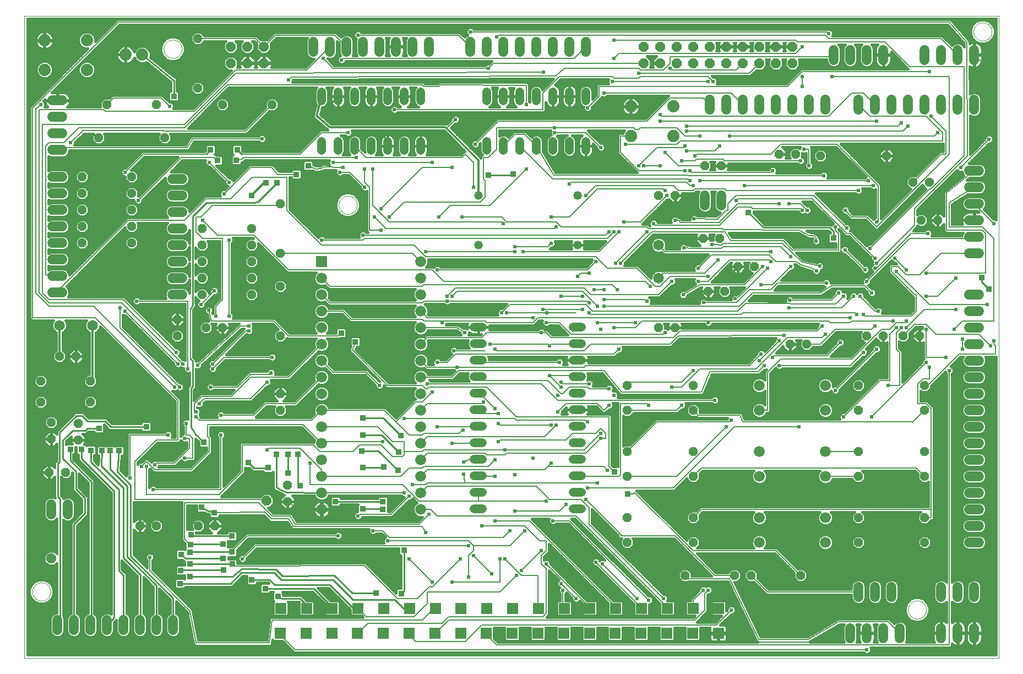
<source format=gbl>
G75*
%MOIN*%
%OFA0B0*%
%FSLAX24Y24*%
%IPPOS*%
%LPD*%
%AMOC8*
5,1,8,0,0,1.08239X$1,22.5*
%
%ADD10C,0.0000*%
%ADD11OC8,0.0600*%
%ADD12C,0.0520*%
%ADD13C,0.0740*%
%ADD14OC8,0.0520*%
%ADD15C,0.0650*%
%ADD16C,0.0600*%
%ADD17R,0.0660X0.0660*%
%ADD18C,0.0660*%
%ADD19R,0.0650X0.0650*%
%ADD20C,0.0520*%
%ADD21C,0.0160*%
%ADD22R,0.0356X0.0356*%
%ADD23C,0.0120*%
%ADD24C,0.0100*%
%ADD25C,0.0080*%
%ADD26C,0.0060*%
%ADD27C,0.0240*%
%ADD28C,0.0356*%
D10*
X000180Y000180D02*
X000180Y039050D01*
X059172Y039050D01*
X059172Y000180D01*
X000180Y000180D01*
X000667Y004193D02*
X000669Y004240D01*
X000675Y004286D01*
X000685Y004332D01*
X000698Y004377D01*
X000716Y004420D01*
X000737Y004462D01*
X000761Y004502D01*
X000789Y004539D01*
X000820Y004574D01*
X000854Y004607D01*
X000890Y004636D01*
X000929Y004662D01*
X000970Y004685D01*
X001013Y004704D01*
X001057Y004720D01*
X001102Y004732D01*
X001148Y004740D01*
X001195Y004744D01*
X001241Y004744D01*
X001288Y004740D01*
X001334Y004732D01*
X001379Y004720D01*
X001423Y004704D01*
X001466Y004685D01*
X001507Y004662D01*
X001546Y004636D01*
X001582Y004607D01*
X001616Y004574D01*
X001647Y004539D01*
X001675Y004502D01*
X001699Y004462D01*
X001720Y004420D01*
X001738Y004377D01*
X001751Y004332D01*
X001761Y004286D01*
X001767Y004240D01*
X001769Y004193D01*
X001767Y004146D01*
X001761Y004100D01*
X001751Y004054D01*
X001738Y004009D01*
X001720Y003966D01*
X001699Y003924D01*
X001675Y003884D01*
X001647Y003847D01*
X001616Y003812D01*
X001582Y003779D01*
X001546Y003750D01*
X001507Y003724D01*
X001466Y003701D01*
X001423Y003682D01*
X001379Y003666D01*
X001334Y003654D01*
X001288Y003646D01*
X001241Y003642D01*
X001195Y003642D01*
X001148Y003646D01*
X001102Y003654D01*
X001057Y003666D01*
X001013Y003682D01*
X000970Y003701D01*
X000929Y003724D01*
X000890Y003750D01*
X000854Y003779D01*
X000820Y003812D01*
X000789Y003847D01*
X000761Y003884D01*
X000737Y003924D01*
X000716Y003966D01*
X000698Y004009D01*
X000685Y004054D01*
X000675Y004100D01*
X000669Y004146D01*
X000667Y004193D01*
X019217Y027605D02*
X019219Y027652D01*
X019225Y027698D01*
X019235Y027744D01*
X019248Y027789D01*
X019266Y027832D01*
X019287Y027874D01*
X019311Y027914D01*
X019339Y027951D01*
X019370Y027986D01*
X019404Y028019D01*
X019440Y028048D01*
X019479Y028074D01*
X019520Y028097D01*
X019563Y028116D01*
X019607Y028132D01*
X019652Y028144D01*
X019698Y028152D01*
X019745Y028156D01*
X019791Y028156D01*
X019838Y028152D01*
X019884Y028144D01*
X019929Y028132D01*
X019973Y028116D01*
X020016Y028097D01*
X020057Y028074D01*
X020096Y028048D01*
X020132Y028019D01*
X020166Y027986D01*
X020197Y027951D01*
X020225Y027914D01*
X020249Y027874D01*
X020270Y027832D01*
X020288Y027789D01*
X020301Y027744D01*
X020311Y027698D01*
X020317Y027652D01*
X020319Y027605D01*
X020317Y027558D01*
X020311Y027512D01*
X020301Y027466D01*
X020288Y027421D01*
X020270Y027378D01*
X020249Y027336D01*
X020225Y027296D01*
X020197Y027259D01*
X020166Y027224D01*
X020132Y027191D01*
X020096Y027162D01*
X020057Y027136D01*
X020016Y027113D01*
X019973Y027094D01*
X019929Y027078D01*
X019884Y027066D01*
X019838Y027058D01*
X019791Y027054D01*
X019745Y027054D01*
X019698Y027058D01*
X019652Y027066D01*
X019607Y027078D01*
X019563Y027094D01*
X019520Y027113D01*
X019479Y027136D01*
X019440Y027162D01*
X019404Y027191D01*
X019370Y027224D01*
X019339Y027259D01*
X019311Y027296D01*
X019287Y027336D01*
X019266Y027378D01*
X019248Y027421D01*
X019235Y027466D01*
X019225Y027512D01*
X019219Y027558D01*
X019217Y027605D01*
X008617Y037043D02*
X008619Y037090D01*
X008625Y037136D01*
X008635Y037182D01*
X008648Y037227D01*
X008666Y037270D01*
X008687Y037312D01*
X008711Y037352D01*
X008739Y037389D01*
X008770Y037424D01*
X008804Y037457D01*
X008840Y037486D01*
X008879Y037512D01*
X008920Y037535D01*
X008963Y037554D01*
X009007Y037570D01*
X009052Y037582D01*
X009098Y037590D01*
X009145Y037594D01*
X009191Y037594D01*
X009238Y037590D01*
X009284Y037582D01*
X009329Y037570D01*
X009373Y037554D01*
X009416Y037535D01*
X009457Y037512D01*
X009496Y037486D01*
X009532Y037457D01*
X009566Y037424D01*
X009597Y037389D01*
X009625Y037352D01*
X009649Y037312D01*
X009670Y037270D01*
X009688Y037227D01*
X009701Y037182D01*
X009711Y037136D01*
X009717Y037090D01*
X009719Y037043D01*
X009717Y036996D01*
X009711Y036950D01*
X009701Y036904D01*
X009688Y036859D01*
X009670Y036816D01*
X009649Y036774D01*
X009625Y036734D01*
X009597Y036697D01*
X009566Y036662D01*
X009532Y036629D01*
X009496Y036600D01*
X009457Y036574D01*
X009416Y036551D01*
X009373Y036532D01*
X009329Y036516D01*
X009284Y036504D01*
X009238Y036496D01*
X009191Y036492D01*
X009145Y036492D01*
X009098Y036496D01*
X009052Y036504D01*
X009007Y036516D01*
X008963Y036532D01*
X008920Y036551D01*
X008879Y036574D01*
X008840Y036600D01*
X008804Y036629D01*
X008770Y036662D01*
X008739Y036697D01*
X008711Y036734D01*
X008687Y036774D01*
X008666Y036816D01*
X008648Y036859D01*
X008635Y036904D01*
X008625Y036950D01*
X008619Y036996D01*
X008617Y037043D01*
X057642Y038093D02*
X057644Y038140D01*
X057650Y038186D01*
X057660Y038232D01*
X057673Y038277D01*
X057691Y038320D01*
X057712Y038362D01*
X057736Y038402D01*
X057764Y038439D01*
X057795Y038474D01*
X057829Y038507D01*
X057865Y038536D01*
X057904Y038562D01*
X057945Y038585D01*
X057988Y038604D01*
X058032Y038620D01*
X058077Y038632D01*
X058123Y038640D01*
X058170Y038644D01*
X058216Y038644D01*
X058263Y038640D01*
X058309Y038632D01*
X058354Y038620D01*
X058398Y038604D01*
X058441Y038585D01*
X058482Y038562D01*
X058521Y038536D01*
X058557Y038507D01*
X058591Y038474D01*
X058622Y038439D01*
X058650Y038402D01*
X058674Y038362D01*
X058695Y038320D01*
X058713Y038277D01*
X058726Y038232D01*
X058736Y038186D01*
X058742Y038140D01*
X058744Y038093D01*
X058742Y038046D01*
X058736Y038000D01*
X058726Y037954D01*
X058713Y037909D01*
X058695Y037866D01*
X058674Y037824D01*
X058650Y037784D01*
X058622Y037747D01*
X058591Y037712D01*
X058557Y037679D01*
X058521Y037650D01*
X058482Y037624D01*
X058441Y037601D01*
X058398Y037582D01*
X058354Y037566D01*
X058309Y037554D01*
X058263Y037546D01*
X058216Y037542D01*
X058170Y037542D01*
X058123Y037546D01*
X058077Y037554D01*
X058032Y037566D01*
X057988Y037582D01*
X057945Y037601D01*
X057904Y037624D01*
X057865Y037650D01*
X057829Y037679D01*
X057795Y037712D01*
X057764Y037747D01*
X057736Y037784D01*
X057712Y037824D01*
X057691Y037866D01*
X057673Y037909D01*
X057660Y037954D01*
X057650Y038000D01*
X057644Y038046D01*
X057642Y038093D01*
X053679Y003105D02*
X053681Y003152D01*
X053687Y003198D01*
X053697Y003244D01*
X053710Y003289D01*
X053728Y003332D01*
X053749Y003374D01*
X053773Y003414D01*
X053801Y003451D01*
X053832Y003486D01*
X053866Y003519D01*
X053902Y003548D01*
X053941Y003574D01*
X053982Y003597D01*
X054025Y003616D01*
X054069Y003632D01*
X054114Y003644D01*
X054160Y003652D01*
X054207Y003656D01*
X054253Y003656D01*
X054300Y003652D01*
X054346Y003644D01*
X054391Y003632D01*
X054435Y003616D01*
X054478Y003597D01*
X054519Y003574D01*
X054558Y003548D01*
X054594Y003519D01*
X054628Y003486D01*
X054659Y003451D01*
X054687Y003414D01*
X054711Y003374D01*
X054732Y003332D01*
X054750Y003289D01*
X054763Y003244D01*
X054773Y003198D01*
X054779Y003152D01*
X054781Y003105D01*
X054779Y003058D01*
X054773Y003012D01*
X054763Y002966D01*
X054750Y002921D01*
X054732Y002878D01*
X054711Y002836D01*
X054687Y002796D01*
X054659Y002759D01*
X054628Y002724D01*
X054594Y002691D01*
X054558Y002662D01*
X054519Y002636D01*
X054478Y002613D01*
X054435Y002594D01*
X054391Y002578D01*
X054346Y002566D01*
X054300Y002558D01*
X054253Y002554D01*
X054207Y002554D01*
X054160Y002558D01*
X054114Y002566D01*
X054069Y002578D01*
X054025Y002594D01*
X053982Y002613D01*
X053941Y002636D01*
X053902Y002662D01*
X053866Y002691D01*
X053832Y002724D01*
X053801Y002759D01*
X053773Y002796D01*
X053749Y002836D01*
X053728Y002878D01*
X053710Y002921D01*
X053697Y002966D01*
X053687Y003012D01*
X053681Y003058D01*
X053679Y003105D01*
D11*
X014843Y009705D03*
X001818Y006205D03*
X012680Y036180D03*
X013680Y036180D03*
X014680Y036180D03*
X014680Y037180D03*
X013680Y037180D03*
X012680Y037180D03*
X037680Y037180D03*
X038680Y037180D03*
X039680Y037180D03*
X040680Y037180D03*
X041680Y037180D03*
X042680Y037180D03*
X043680Y037180D03*
X044680Y037180D03*
X045680Y037180D03*
X046680Y037180D03*
X046680Y036180D03*
X045680Y036180D03*
X044680Y036180D03*
X043680Y036180D03*
X042680Y036180D03*
X041680Y036180D03*
X040680Y036180D03*
X039680Y036180D03*
X038680Y036180D03*
X037680Y036180D03*
D12*
X033680Y028180D03*
X033680Y025180D03*
X027680Y025180D03*
X027680Y028180D03*
D13*
X036900Y031790D03*
X039460Y031790D03*
X039460Y033570D03*
X036900Y033570D03*
X007318Y036693D03*
X006318Y036693D03*
X003960Y037570D03*
X001400Y037570D03*
X001400Y035790D03*
X003960Y035790D03*
D14*
X005180Y033680D03*
X004680Y031680D03*
X003680Y029305D03*
X003680Y028305D03*
X003680Y027305D03*
X003680Y026305D03*
X003680Y025305D03*
X006680Y025305D03*
X006680Y026305D03*
X006680Y027305D03*
X006680Y028305D03*
X006680Y029305D03*
X008680Y031680D03*
X008180Y033680D03*
X010680Y034680D03*
X012180Y033680D03*
X015180Y033680D03*
X010680Y037680D03*
X015680Y027680D03*
X013930Y026180D03*
X013930Y025180D03*
X013930Y024180D03*
X013930Y023180D03*
X013930Y022180D03*
X015680Y022680D03*
X015680Y024680D03*
X010930Y024180D03*
X010930Y025180D03*
X010930Y026180D03*
X010930Y023180D03*
X010930Y022180D03*
X009430Y020680D03*
X009430Y019680D03*
X011180Y020180D03*
X012180Y020180D03*
X015680Y019680D03*
X015680Y016180D03*
X015680Y015180D03*
X016118Y010655D03*
X016118Y009655D03*
X011718Y008180D03*
X010718Y008180D03*
X008180Y008180D03*
X007180Y008180D03*
X002680Y011418D03*
X001680Y011418D03*
X003443Y013380D03*
X001805Y013430D03*
X001805Y014430D03*
X003443Y014380D03*
X004180Y015680D03*
X004180Y016930D03*
X003305Y018430D03*
X002305Y018430D03*
X001180Y016930D03*
X001180Y015680D03*
X036680Y015180D03*
X036680Y016680D03*
X040680Y016680D03*
X040680Y015180D03*
X040680Y012680D03*
X040680Y011180D03*
X040680Y008680D03*
X040680Y007180D03*
X040180Y005180D03*
X043180Y005180D03*
X044180Y005180D03*
X047180Y005180D03*
X050680Y007180D03*
X050680Y008680D03*
X050680Y011180D03*
X050680Y012680D03*
X050680Y015180D03*
X050680Y016680D03*
X047530Y019168D03*
X046530Y019168D03*
X051180Y019680D03*
X052180Y019680D03*
X053380Y019680D03*
X054380Y019680D03*
X054680Y016680D03*
X054680Y015180D03*
X054680Y012680D03*
X054680Y011180D03*
X054680Y008680D03*
X054680Y007180D03*
X036680Y007180D03*
X036680Y008680D03*
X036680Y011180D03*
X036680Y012680D03*
X038580Y020180D03*
X039580Y020180D03*
X041580Y022380D03*
X042580Y022380D03*
X043380Y023880D03*
X044380Y023880D03*
X042280Y025580D03*
X041280Y025580D03*
X039580Y028180D03*
X038580Y028180D03*
X041380Y029980D03*
X042380Y029980D03*
X045880Y030680D03*
X046880Y030680D03*
X048380Y030580D03*
X052380Y030580D03*
X053980Y028980D03*
X054980Y028980D03*
X054480Y026680D03*
X055480Y026680D03*
D15*
X038580Y025180D03*
X038580Y023180D03*
X004305Y020305D03*
X002305Y020305D03*
D16*
X002480Y022305D02*
X001880Y022305D01*
X001880Y023305D02*
X002480Y023305D01*
X002480Y024305D02*
X001880Y024305D01*
X001880Y025305D02*
X002480Y025305D01*
X002480Y026305D02*
X001880Y026305D01*
X001880Y027305D02*
X002480Y027305D01*
X002480Y028305D02*
X001880Y028305D01*
X001880Y029305D02*
X002480Y029305D01*
X002480Y030930D02*
X001880Y030930D01*
X001880Y031930D02*
X002480Y031930D01*
X002480Y032930D02*
X001880Y032930D01*
X001880Y033930D02*
X002480Y033930D01*
X009130Y029180D02*
X009730Y029180D01*
X009730Y028180D02*
X009130Y028180D01*
X009130Y027180D02*
X009730Y027180D01*
X009730Y026180D02*
X009130Y026180D01*
X009130Y025180D02*
X009730Y025180D01*
X009730Y024180D02*
X009130Y024180D01*
X009130Y023180D02*
X009730Y023180D01*
X009730Y022180D02*
X009130Y022180D01*
X002805Y009480D02*
X002805Y008880D01*
X001805Y008880D02*
X001805Y009480D01*
X002180Y002480D02*
X002180Y001880D01*
X003180Y001880D02*
X003180Y002480D01*
X004180Y002480D02*
X004180Y001880D01*
X005180Y001880D02*
X005180Y002480D01*
X006180Y002480D02*
X006180Y001880D01*
X007180Y001880D02*
X007180Y002480D01*
X008180Y002480D02*
X008180Y001880D01*
X009180Y001880D02*
X009180Y002480D01*
X041380Y027580D02*
X041380Y028180D01*
X042380Y028180D02*
X042380Y027580D01*
X042680Y033380D02*
X042680Y033980D01*
X041680Y033980D02*
X041680Y033380D01*
X043680Y033380D02*
X043680Y033980D01*
X044680Y033980D02*
X044680Y033380D01*
X045680Y033380D02*
X045680Y033980D01*
X046680Y033980D02*
X046680Y033380D01*
X047680Y033380D02*
X047680Y033980D01*
X048680Y033980D02*
X048680Y033380D01*
X050680Y033380D02*
X050680Y033980D01*
X051680Y033980D02*
X051680Y033380D01*
X052680Y033380D02*
X052680Y033980D01*
X053680Y033980D02*
X053680Y033380D01*
X054680Y033380D02*
X054680Y033980D01*
X055680Y033980D02*
X055680Y033380D01*
X056680Y033380D02*
X056680Y033980D01*
X057680Y033980D02*
X057680Y033380D01*
X057680Y036380D02*
X057680Y036980D01*
X056680Y036980D02*
X056680Y036380D01*
X055680Y036380D02*
X055680Y036980D01*
X054680Y036980D02*
X054680Y036380D01*
X052180Y036380D02*
X052180Y036980D01*
X051180Y036980D02*
X051180Y036380D01*
X050180Y036380D02*
X050180Y036980D01*
X049180Y036980D02*
X049180Y036380D01*
X057380Y029680D02*
X057980Y029680D01*
X057980Y028680D02*
X057380Y028680D01*
X057380Y027680D02*
X057980Y027680D01*
X057980Y026680D02*
X057380Y026680D01*
X057380Y025680D02*
X057980Y025680D01*
X057980Y024680D02*
X057380Y024680D01*
X057380Y022180D02*
X057980Y022180D01*
X057980Y021180D02*
X057380Y021180D01*
X057380Y020180D02*
X057980Y020180D01*
X057980Y019180D02*
X057380Y019180D01*
X057380Y018180D02*
X057980Y018180D01*
X057980Y017180D02*
X057380Y017180D01*
X057380Y016180D02*
X057980Y016180D01*
X057980Y015180D02*
X057380Y015180D01*
X057380Y014180D02*
X057980Y014180D01*
X057980Y013180D02*
X057380Y013180D01*
X057380Y012180D02*
X057980Y012180D01*
X057980Y011180D02*
X057380Y011180D01*
X057380Y010180D02*
X057980Y010180D01*
X057980Y009180D02*
X057380Y009180D01*
X057380Y008180D02*
X057980Y008180D01*
X057980Y007180D02*
X057380Y007180D01*
X057680Y004480D02*
X057680Y003880D01*
X056680Y003880D02*
X056680Y004480D01*
X055680Y004480D02*
X055680Y003880D01*
X055680Y001980D02*
X055680Y001380D01*
X056680Y001380D02*
X056680Y001980D01*
X057680Y001980D02*
X057680Y001380D01*
X053180Y001380D02*
X053180Y001980D01*
X052180Y001980D02*
X052180Y001380D01*
X051180Y001380D02*
X051180Y001980D01*
X050180Y001980D02*
X050180Y001380D01*
X050680Y003880D02*
X050680Y004480D01*
X051680Y004480D02*
X051680Y003880D01*
X052680Y003880D02*
X052680Y004480D01*
X034180Y036880D02*
X034180Y037480D01*
X033180Y037480D02*
X033180Y036880D01*
X032180Y036880D02*
X032180Y037480D01*
X031180Y037480D02*
X031180Y036880D01*
X030180Y036880D02*
X030180Y037480D01*
X029180Y037480D02*
X029180Y036880D01*
X028180Y036880D02*
X028180Y037480D01*
X027180Y037480D02*
X027180Y036880D01*
X024680Y036880D02*
X024680Y037480D01*
X023680Y037480D02*
X023680Y036880D01*
X022680Y036880D02*
X022680Y037480D01*
X021680Y037480D02*
X021680Y036880D01*
X020680Y036880D02*
X020680Y037480D01*
X019680Y037480D02*
X019680Y036880D01*
X018680Y036880D02*
X018680Y037480D01*
X017680Y037480D02*
X017680Y036880D01*
D17*
X018180Y024180D03*
D18*
X018180Y023180D03*
X018180Y022180D03*
X018180Y021180D03*
X018180Y020180D03*
X018180Y019180D03*
X018180Y018180D03*
X018180Y017180D03*
X018180Y016180D03*
X018180Y015180D03*
X018180Y014180D03*
X018180Y013180D03*
X018180Y012180D03*
X018180Y011180D03*
X018180Y010180D03*
X018180Y009180D03*
X024180Y009180D03*
X024180Y010180D03*
X024180Y011180D03*
X024180Y012180D03*
X024180Y013180D03*
X024180Y014180D03*
X024180Y015180D03*
X024180Y016180D03*
X024180Y017180D03*
X024180Y018180D03*
X024180Y019180D03*
X024180Y020180D03*
X024180Y021180D03*
X024180Y022180D03*
X024180Y023180D03*
X024180Y024180D03*
X044680Y016680D03*
X044680Y015180D03*
X044680Y012680D03*
X044680Y011180D03*
X044680Y008680D03*
X044680Y007180D03*
X048680Y007180D03*
X048680Y008680D03*
X048680Y011180D03*
X048680Y012680D03*
X048680Y015180D03*
X048680Y016680D03*
D19*
X042220Y003190D03*
X040660Y003190D03*
X039100Y003190D03*
X037540Y003190D03*
X035980Y003190D03*
X034420Y003190D03*
X032860Y003190D03*
X031300Y003190D03*
X029740Y003190D03*
X028180Y003190D03*
X026620Y003190D03*
X025060Y003190D03*
X023500Y003190D03*
X021940Y003190D03*
X020380Y003190D03*
X018820Y003190D03*
X017260Y003190D03*
X015700Y003190D03*
X015670Y001670D03*
X017230Y001670D03*
X018790Y001670D03*
X020350Y001670D03*
X021910Y001670D03*
X023470Y001670D03*
X025030Y001670D03*
X026590Y001670D03*
X028150Y001670D03*
X029710Y001670D03*
X031270Y001670D03*
X032830Y001670D03*
X034390Y001670D03*
X035950Y001670D03*
X037510Y001670D03*
X039070Y001670D03*
X040630Y001670D03*
X042190Y001670D03*
D20*
X033915Y009218D02*
X033395Y009218D01*
X033395Y010218D02*
X033915Y010218D01*
X033915Y011218D02*
X033395Y011218D01*
X033395Y012218D02*
X033915Y012218D01*
X033915Y013218D02*
X033395Y013218D01*
X033395Y014218D02*
X033915Y014218D01*
X033915Y015218D02*
X033395Y015218D01*
X033395Y016218D02*
X033915Y016218D01*
X033915Y017218D02*
X033395Y017218D01*
X033395Y018218D02*
X033915Y018218D01*
X033915Y019218D02*
X033395Y019218D01*
X033395Y020218D02*
X033915Y020218D01*
X027915Y020218D02*
X027395Y020218D01*
X027395Y019218D02*
X027915Y019218D01*
X027915Y018218D02*
X027395Y018218D01*
X027395Y017218D02*
X027915Y017218D01*
X027915Y016218D02*
X027395Y016218D01*
X027395Y015218D02*
X027915Y015218D01*
X027915Y014218D02*
X027395Y014218D01*
X027395Y013218D02*
X027915Y013218D01*
X027915Y012218D02*
X027395Y012218D01*
X027395Y011218D02*
X027915Y011218D01*
X027915Y010218D02*
X027395Y010218D01*
X027395Y009218D02*
X027915Y009218D01*
X028180Y030920D02*
X028180Y031440D01*
X029180Y031440D02*
X029180Y030920D01*
X030180Y030920D02*
X030180Y031440D01*
X031180Y031440D02*
X031180Y030920D01*
X032180Y030920D02*
X032180Y031440D01*
X033180Y031440D02*
X033180Y030920D01*
X034180Y030920D02*
X034180Y031440D01*
X034180Y033920D02*
X034180Y034440D01*
X033180Y034440D02*
X033180Y033920D01*
X032180Y033920D02*
X032180Y034440D01*
X031180Y034440D02*
X031180Y033920D01*
X030180Y033920D02*
X030180Y034440D01*
X029180Y034440D02*
X029180Y033920D01*
X028180Y033920D02*
X028180Y034440D01*
X024180Y034440D02*
X024180Y033920D01*
X023180Y033920D02*
X023180Y034440D01*
X022180Y034440D02*
X022180Y033920D01*
X021180Y033920D02*
X021180Y034440D01*
X020180Y034440D02*
X020180Y033920D01*
X019180Y033920D02*
X019180Y034440D01*
X018180Y034440D02*
X018180Y033920D01*
X018180Y031440D02*
X018180Y030920D01*
X019180Y030920D02*
X019180Y031440D01*
X020180Y031440D02*
X020180Y030920D01*
X021180Y030920D02*
X021180Y031440D01*
X022180Y031440D02*
X022180Y030920D01*
X023180Y030920D02*
X023180Y031440D01*
X024180Y031440D02*
X024180Y030920D01*
D21*
X024180Y031180D02*
X023740Y031180D01*
X024180Y031180D01*
X024180Y031180D01*
X024180Y031880D01*
X024215Y031880D01*
X024283Y031869D01*
X024349Y031848D01*
X024411Y031816D01*
X024467Y031776D01*
X024516Y031727D01*
X024556Y031671D01*
X024588Y031609D01*
X024609Y031543D01*
X024620Y031475D01*
X024620Y031180D01*
X024180Y031180D01*
X024180Y031180D01*
X024180Y031180D01*
X024180Y031880D01*
X024145Y031880D01*
X024077Y031869D01*
X024011Y031848D01*
X023949Y031816D01*
X023893Y031776D01*
X023844Y031727D01*
X023804Y031671D01*
X023772Y031609D01*
X023751Y031543D01*
X023740Y031475D01*
X023740Y031180D01*
X023740Y030885D01*
X023751Y030817D01*
X023772Y030751D01*
X023804Y030689D01*
X023832Y030650D01*
X023476Y030650D01*
X023519Y030693D01*
X023580Y030840D01*
X023580Y031520D01*
X023519Y031667D01*
X023407Y031779D01*
X023260Y031840D01*
X023100Y031840D01*
X022953Y031779D01*
X022841Y031667D01*
X022780Y031520D01*
X022780Y030840D01*
X022841Y030693D01*
X022884Y030650D01*
X022528Y030650D01*
X022556Y030689D01*
X022588Y030751D01*
X022609Y030817D01*
X022620Y030885D01*
X022620Y031180D01*
X022620Y031475D01*
X022609Y031543D01*
X022588Y031609D01*
X022556Y031671D01*
X022516Y031727D01*
X022467Y031776D01*
X022411Y031816D01*
X022349Y031848D01*
X022283Y031869D01*
X022215Y031880D01*
X022180Y031880D01*
X022180Y031180D01*
X022180Y031180D01*
X022620Y031180D01*
X022180Y031180D01*
X022180Y031180D01*
X022180Y031180D01*
X021740Y031180D01*
X021740Y031475D01*
X021751Y031543D01*
X021772Y031609D01*
X021804Y031671D01*
X021844Y031727D01*
X021893Y031776D01*
X021949Y031816D01*
X022011Y031848D01*
X022077Y031869D01*
X022145Y031880D01*
X022180Y031880D01*
X022180Y031180D01*
X021740Y031180D01*
X021740Y030885D01*
X021751Y030817D01*
X021772Y030751D01*
X021804Y030689D01*
X021832Y030650D01*
X021476Y030650D01*
X021519Y030693D01*
X021580Y030840D01*
X021580Y031520D01*
X021519Y031667D01*
X021407Y031779D01*
X021260Y031840D01*
X021100Y031840D01*
X020953Y031779D01*
X020841Y031667D01*
X020780Y031520D01*
X020780Y030840D01*
X020794Y030806D01*
X020580Y031020D01*
X020580Y031520D01*
X020519Y031667D01*
X020407Y031779D01*
X020260Y031840D01*
X020100Y031840D01*
X019953Y031779D01*
X019841Y031667D01*
X019780Y031520D01*
X019780Y030840D01*
X019841Y030693D01*
X019884Y030650D01*
X019476Y030650D01*
X019519Y030693D01*
X019580Y030840D01*
X019580Y031520D01*
X019519Y031667D01*
X019407Y031779D01*
X019332Y031810D01*
X019582Y031810D01*
X019633Y031760D01*
X019728Y031720D01*
X019832Y031720D01*
X019927Y031760D01*
X020000Y031833D01*
X020040Y031928D01*
X020040Y032032D01*
X020010Y032105D01*
X025597Y032105D01*
X026852Y030850D01*
X026810Y030850D01*
X026710Y030750D01*
X026610Y030650D01*
X024528Y030650D01*
X024556Y030689D01*
X024588Y030751D01*
X024609Y030817D01*
X024620Y030885D01*
X024620Y031180D01*
X024180Y031180D01*
X024180Y031246D02*
X024180Y031246D01*
X024180Y031405D02*
X024180Y031405D01*
X024180Y031563D02*
X024180Y031563D01*
X024180Y031722D02*
X024180Y031722D01*
X023841Y031722D02*
X023464Y031722D01*
X023562Y031563D02*
X023757Y031563D01*
X023740Y031405D02*
X023580Y031405D01*
X023580Y031246D02*
X023740Y031246D01*
X023740Y031088D02*
X023580Y031088D01*
X023580Y030929D02*
X023740Y030929D01*
X023766Y030771D02*
X023551Y030771D01*
X022809Y030771D02*
X022594Y030771D01*
X022620Y030929D02*
X022780Y030929D01*
X022780Y031088D02*
X022620Y031088D01*
X022620Y031246D02*
X022780Y031246D01*
X022780Y031405D02*
X022620Y031405D01*
X022603Y031563D02*
X022798Y031563D01*
X022896Y031722D02*
X022519Y031722D01*
X022180Y031722D02*
X022180Y031722D01*
X022180Y031563D02*
X022180Y031563D01*
X022180Y031405D02*
X022180Y031405D01*
X022180Y031246D02*
X022180Y031246D01*
X021740Y031246D02*
X021580Y031246D01*
X021580Y031088D02*
X021740Y031088D01*
X021740Y030929D02*
X021580Y030929D01*
X021551Y030771D02*
X021766Y030771D01*
X021740Y031405D02*
X021580Y031405D01*
X021562Y031563D02*
X021757Y031563D01*
X021841Y031722D02*
X021464Y031722D01*
X020896Y031722D02*
X020464Y031722D01*
X020562Y031563D02*
X020798Y031563D01*
X020780Y031405D02*
X020580Y031405D01*
X020580Y031246D02*
X020780Y031246D01*
X020780Y031088D02*
X020580Y031088D01*
X020671Y030929D02*
X020780Y030929D01*
X019809Y030771D02*
X019551Y030771D01*
X019580Y030929D02*
X019780Y030929D01*
X019780Y031088D02*
X019580Y031088D01*
X019580Y031246D02*
X019780Y031246D01*
X019780Y031405D02*
X019580Y031405D01*
X019562Y031563D02*
X019798Y031563D01*
X019835Y031722D02*
X019896Y031722D01*
X019725Y031722D02*
X019464Y031722D01*
X020020Y031880D02*
X025822Y031880D01*
X025664Y032039D02*
X020037Y032039D01*
X018753Y032505D02*
X018093Y033064D01*
X018213Y033520D01*
X018260Y033520D01*
X018407Y033581D01*
X018519Y033693D01*
X018580Y033840D01*
X018580Y034520D01*
X018519Y034667D01*
X018476Y034710D01*
X018832Y034710D01*
X018804Y034671D01*
X018772Y034609D01*
X018751Y034543D01*
X018740Y034475D01*
X018740Y034180D01*
X019180Y034180D01*
X019620Y034180D01*
X019620Y034475D01*
X019609Y034543D01*
X019588Y034609D01*
X019556Y034671D01*
X019528Y034710D01*
X019884Y034710D01*
X019841Y034667D01*
X019780Y034520D01*
X019780Y033840D01*
X019841Y033693D01*
X019953Y033581D01*
X020100Y033520D01*
X020260Y033520D01*
X020407Y033581D01*
X020519Y033693D01*
X020580Y033840D01*
X020580Y034520D01*
X020519Y034667D01*
X020476Y034710D01*
X020832Y034710D01*
X020804Y034671D01*
X020772Y034609D01*
X020751Y034543D01*
X020740Y034475D01*
X020740Y034180D01*
X021180Y034180D01*
X021620Y034180D01*
X021620Y034475D01*
X021609Y034543D01*
X021588Y034609D01*
X021556Y034671D01*
X021528Y034710D01*
X021884Y034710D01*
X021841Y034667D01*
X021780Y034520D01*
X021780Y033840D01*
X021841Y033693D01*
X021953Y033581D01*
X022100Y033520D01*
X022260Y033520D01*
X022407Y033581D01*
X022519Y033693D01*
X022580Y033840D01*
X022580Y034520D01*
X022519Y034667D01*
X022476Y034710D01*
X022832Y034710D01*
X022804Y034671D01*
X022772Y034609D01*
X022751Y034543D01*
X022740Y034475D01*
X022740Y034180D01*
X023180Y034180D01*
X023620Y034180D01*
X023620Y034475D01*
X023609Y034543D01*
X023588Y034609D01*
X023556Y034671D01*
X023528Y034710D01*
X023884Y034710D01*
X023841Y034667D01*
X023780Y034520D01*
X023780Y033840D01*
X023841Y033693D01*
X023953Y033581D01*
X024028Y033550D01*
X023419Y033550D01*
X023467Y033584D01*
X023516Y033633D01*
X023556Y033689D01*
X023588Y033751D01*
X023609Y033817D01*
X023620Y033885D01*
X023620Y034180D01*
X023180Y034180D01*
X023180Y034180D01*
X023180Y034180D01*
X022740Y034180D01*
X022740Y033885D01*
X022751Y033817D01*
X022772Y033751D01*
X022804Y033689D01*
X022844Y033633D01*
X022893Y033584D01*
X022941Y033550D01*
X022778Y033550D01*
X022727Y033600D01*
X022632Y033640D01*
X022528Y033640D01*
X022433Y033600D01*
X022360Y033527D01*
X022320Y033432D01*
X022320Y033328D01*
X022360Y033233D01*
X022433Y033160D01*
X022528Y033120D01*
X022632Y033120D01*
X022727Y033160D01*
X022778Y033210D01*
X031650Y033210D01*
X031750Y033310D01*
X031750Y033822D01*
X031751Y033817D01*
X031772Y033751D01*
X031804Y033689D01*
X031844Y033633D01*
X031893Y033584D01*
X031949Y033544D01*
X032011Y033512D01*
X032077Y033491D01*
X032145Y033480D01*
X032180Y033480D01*
X032215Y033480D01*
X032283Y033491D01*
X032349Y033512D01*
X032411Y033544D01*
X032467Y033584D01*
X032516Y033633D01*
X032556Y033689D01*
X032588Y033751D01*
X032609Y033817D01*
X032620Y033885D01*
X032620Y034180D01*
X032620Y034475D01*
X032609Y034543D01*
X032588Y034609D01*
X032556Y034671D01*
X032516Y034727D01*
X032467Y034776D01*
X032411Y034816D01*
X032349Y034848D01*
X032303Y034863D01*
X032650Y035210D01*
X035552Y035210D01*
X035520Y035132D01*
X035520Y035028D01*
X035552Y034950D01*
X034910Y034950D01*
X034810Y034850D01*
X034810Y034250D01*
X034580Y034020D01*
X034580Y034520D01*
X034519Y034667D01*
X034407Y034779D01*
X034260Y034840D01*
X034100Y034840D01*
X033953Y034779D01*
X033841Y034667D01*
X033780Y034520D01*
X033780Y033840D01*
X033841Y033693D01*
X033953Y033581D01*
X034028Y033550D01*
X034020Y033532D01*
X034020Y033428D01*
X034060Y033333D01*
X034133Y033260D01*
X034228Y033220D01*
X034332Y033220D01*
X034427Y033260D01*
X034500Y033333D01*
X034540Y033428D01*
X034540Y033500D01*
X035050Y034010D01*
X035150Y034110D01*
X035150Y034152D01*
X035228Y034120D01*
X035332Y034120D01*
X035427Y034160D01*
X035478Y034210D01*
X039170Y034210D01*
X039110Y034150D01*
X037810Y032850D01*
X028810Y032850D01*
X028710Y032750D01*
X027500Y031540D01*
X027428Y031540D01*
X027333Y031500D01*
X027260Y031427D01*
X027220Y031332D01*
X027220Y031228D01*
X027260Y031133D01*
X027333Y031060D01*
X027428Y031020D01*
X027532Y031020D01*
X027627Y031060D01*
X027700Y031133D01*
X027740Y031228D01*
X027740Y031300D01*
X027780Y031340D01*
X027780Y030840D01*
X027841Y030693D01*
X027897Y030637D01*
X027810Y030550D01*
X027810Y030458D01*
X027763Y030505D01*
X026004Y032264D01*
X026260Y032520D01*
X026332Y032520D01*
X026427Y032560D01*
X026500Y032633D01*
X026540Y032728D01*
X026540Y032832D01*
X026500Y032927D01*
X026427Y033000D01*
X026332Y033040D01*
X026228Y033040D01*
X026133Y033000D01*
X026060Y032927D01*
X026020Y032832D01*
X026020Y032760D01*
X025764Y032504D01*
X025763Y032505D01*
X018753Y032505D01*
X018743Y032514D02*
X025774Y032514D01*
X025932Y032673D02*
X018555Y032673D01*
X018368Y032831D02*
X026020Y032831D01*
X026122Y032990D02*
X018181Y032990D01*
X018115Y033148D02*
X022461Y033148D01*
X022329Y033307D02*
X018157Y033307D01*
X018199Y033465D02*
X022334Y033465D01*
X022449Y033624D02*
X022489Y033624D01*
X022556Y033782D02*
X022762Y033782D01*
X022740Y033941D02*
X022580Y033941D01*
X022580Y034099D02*
X022740Y034099D01*
X022740Y034258D02*
X022580Y034258D01*
X022580Y034416D02*
X022740Y034416D01*
X022761Y034575D02*
X022557Y034575D01*
X021803Y034575D02*
X021599Y034575D01*
X021620Y034416D02*
X021780Y034416D01*
X021780Y034258D02*
X021620Y034258D01*
X021620Y034180D02*
X021180Y034180D01*
X021180Y034180D01*
X021180Y033480D01*
X021215Y033480D01*
X021283Y033491D01*
X021349Y033512D01*
X021411Y033544D01*
X021467Y033584D01*
X021516Y033633D01*
X021556Y033689D01*
X021588Y033751D01*
X021609Y033817D01*
X021620Y033885D01*
X021620Y034180D01*
X021620Y034099D02*
X021780Y034099D01*
X021780Y033941D02*
X021620Y033941D01*
X021598Y033782D02*
X021804Y033782D01*
X021911Y033624D02*
X021506Y033624D01*
X021180Y033624D02*
X021180Y033624D01*
X021180Y033480D02*
X021180Y034180D01*
X021180Y034180D01*
X021180Y034180D01*
X020740Y034180D01*
X020740Y033885D01*
X020751Y033817D01*
X020772Y033751D01*
X020804Y033689D01*
X020844Y033633D01*
X020893Y033584D01*
X020949Y033544D01*
X021011Y033512D01*
X021077Y033491D01*
X021145Y033480D01*
X021180Y033480D01*
X021180Y033782D02*
X021180Y033782D01*
X021180Y033941D02*
X021180Y033941D01*
X021180Y034099D02*
X021180Y034099D01*
X020740Y034099D02*
X020580Y034099D01*
X020580Y033941D02*
X020740Y033941D01*
X020762Y033782D02*
X020556Y033782D01*
X020449Y033624D02*
X020854Y033624D01*
X020740Y034258D02*
X020580Y034258D01*
X020580Y034416D02*
X020740Y034416D01*
X020761Y034575D02*
X020557Y034575D01*
X019803Y034575D02*
X019599Y034575D01*
X019620Y034416D02*
X019780Y034416D01*
X019780Y034258D02*
X019620Y034258D01*
X019620Y034180D02*
X019180Y034180D01*
X019180Y034180D01*
X019180Y033480D01*
X019215Y033480D01*
X019283Y033491D01*
X019349Y033512D01*
X019411Y033544D01*
X019467Y033584D01*
X019516Y033633D01*
X019556Y033689D01*
X019588Y033751D01*
X019609Y033817D01*
X019620Y033885D01*
X019620Y034180D01*
X019620Y034099D02*
X019780Y034099D01*
X019780Y033941D02*
X019620Y033941D01*
X019598Y033782D02*
X019804Y033782D01*
X019911Y033624D02*
X019506Y033624D01*
X019180Y033624D02*
X019180Y033624D01*
X019180Y033480D02*
X019180Y034180D01*
X019180Y034180D01*
X019180Y034180D01*
X018740Y034180D01*
X018740Y033885D01*
X018751Y033817D01*
X018772Y033751D01*
X018804Y033689D01*
X018844Y033633D01*
X018893Y033584D01*
X018949Y033544D01*
X019011Y033512D01*
X019077Y033491D01*
X019145Y033480D01*
X019180Y033480D01*
X019180Y033782D02*
X019180Y033782D01*
X019180Y033941D02*
X019180Y033941D01*
X019180Y034099D02*
X019180Y034099D01*
X018740Y034099D02*
X018580Y034099D01*
X018580Y033941D02*
X018740Y033941D01*
X018762Y033782D02*
X018556Y033782D01*
X018449Y033624D02*
X018854Y033624D01*
X017844Y033690D02*
X017686Y033087D01*
X017661Y033058D01*
X017665Y033010D01*
X017653Y032963D01*
X017672Y032931D01*
X017675Y032893D01*
X017712Y032862D01*
X017736Y032820D01*
X017773Y032811D01*
X018544Y032158D01*
X018552Y032150D01*
X018110Y032150D01*
X018010Y032050D01*
X016810Y030850D01*
X013418Y030850D01*
X013386Y030884D01*
X013386Y031179D01*
X013304Y031261D01*
X012831Y031261D01*
X012749Y031179D01*
X012749Y030706D01*
X012820Y030636D01*
X012781Y030636D01*
X012699Y030554D01*
X012699Y030081D01*
X012781Y029999D01*
X013254Y029999D01*
X013336Y030081D01*
X013336Y030181D01*
X013467Y030200D01*
X013546Y030306D01*
X013550Y030310D01*
X018652Y030310D01*
X018620Y030232D01*
X018620Y030128D01*
X018649Y030058D01*
X018326Y030062D01*
X018325Y030062D01*
X018256Y030062D01*
X018186Y030063D01*
X018186Y030062D01*
X018185Y030062D01*
X018135Y030013D01*
X018102Y029981D01*
X017849Y029963D01*
X017673Y030039D01*
X017673Y030216D01*
X017591Y030298D01*
X017119Y030298D01*
X017037Y030216D01*
X017037Y029744D01*
X017119Y029662D01*
X017591Y029662D01*
X017605Y029676D01*
X017721Y029626D01*
X017756Y029595D01*
X017786Y029597D01*
X017814Y029585D01*
X017858Y029602D01*
X018255Y029631D01*
X018333Y029722D01*
X019054Y029714D01*
X019020Y029632D01*
X019020Y029528D01*
X019060Y029433D01*
X019133Y029360D01*
X019228Y029320D01*
X019332Y029320D01*
X019427Y029360D01*
X019478Y029410D01*
X019810Y029410D01*
X020520Y028700D01*
X020520Y028628D01*
X020560Y028533D01*
X020633Y028460D01*
X020728Y028420D01*
X020832Y028420D01*
X020910Y028452D01*
X020910Y026010D01*
X020970Y025950D01*
X020878Y025950D01*
X020827Y026000D01*
X020732Y026040D01*
X020628Y026040D01*
X020533Y026000D01*
X020460Y025927D01*
X020420Y025832D01*
X020420Y025728D01*
X020452Y025650D01*
X018378Y025650D01*
X018327Y025700D01*
X018232Y025740D01*
X018128Y025740D01*
X018033Y025700D01*
X017966Y025634D01*
X016250Y027350D01*
X016250Y029275D01*
X016324Y029275D01*
X016324Y029219D01*
X016406Y029137D01*
X016879Y029137D01*
X016961Y029219D01*
X016961Y029691D01*
X016879Y029773D01*
X016406Y029773D01*
X016324Y029691D01*
X016324Y029635D01*
X015590Y029635D01*
X015309Y029977D01*
X015284Y029979D01*
X015213Y030050D01*
X013810Y030050D01*
X013710Y029950D01*
X012826Y029066D01*
X012800Y029127D01*
X012727Y029200D01*
X012632Y029240D01*
X012560Y029240D01*
X011814Y029987D01*
X012116Y029987D01*
X012198Y030069D01*
X012198Y030541D01*
X012116Y030623D01*
X011791Y030623D01*
X011755Y030660D01*
X011748Y030660D01*
X011742Y030665D01*
X011717Y030663D01*
X011761Y030706D01*
X011761Y031179D01*
X011679Y031261D01*
X011206Y031261D01*
X011124Y031179D01*
X011124Y030884D01*
X011092Y030850D01*
X007310Y030850D01*
X007210Y030750D01*
X006300Y029840D01*
X006228Y029840D01*
X006133Y029800D01*
X006060Y029727D01*
X006020Y029632D01*
X006020Y029528D01*
X006060Y029433D01*
X006133Y029360D01*
X006228Y029320D01*
X006280Y029320D01*
X006280Y029139D01*
X006514Y028905D01*
X006846Y028905D01*
X007080Y029139D01*
X007080Y029471D01*
X006846Y029705D01*
X006645Y029705D01*
X007450Y030510D01*
X009470Y030510D01*
X007100Y028140D01*
X007080Y028140D01*
X007080Y028471D01*
X006846Y028705D01*
X006514Y028705D01*
X006280Y028471D01*
X006280Y028139D01*
X006514Y027905D01*
X006820Y027905D01*
X006820Y027828D01*
X006860Y027733D01*
X006933Y027660D01*
X007028Y027620D01*
X007132Y027620D01*
X007227Y027660D01*
X007300Y027733D01*
X007340Y027828D01*
X007340Y027900D01*
X008690Y029250D01*
X008690Y029092D01*
X008757Y028931D01*
X008881Y028807D01*
X009042Y028740D01*
X009818Y028740D01*
X009979Y028807D01*
X010103Y028931D01*
X010170Y029092D01*
X010170Y029268D01*
X010103Y029429D01*
X009979Y029553D01*
X009818Y029620D01*
X009060Y029620D01*
X009740Y030300D01*
X011148Y030300D01*
X011120Y030232D01*
X011120Y030128D01*
X011160Y030033D01*
X011233Y029960D01*
X011328Y029920D01*
X011400Y029920D01*
X012320Y029000D01*
X012320Y028928D01*
X012360Y028833D01*
X012433Y028760D01*
X012494Y028734D01*
X012300Y028540D01*
X012228Y028540D01*
X012133Y028500D01*
X012060Y028427D01*
X012020Y028332D01*
X012020Y028228D01*
X012052Y028150D01*
X011110Y028150D01*
X010170Y027210D01*
X010170Y027268D01*
X010103Y027429D01*
X009979Y027553D01*
X009818Y027620D01*
X009042Y027620D01*
X008881Y027553D01*
X008757Y027429D01*
X008690Y027268D01*
X008690Y027092D01*
X008757Y026931D01*
X008838Y026850D01*
X006410Y026850D01*
X002920Y023360D01*
X002920Y023393D01*
X002853Y023554D01*
X002729Y023678D01*
X002568Y023745D01*
X001792Y023745D01*
X001650Y023686D01*
X001650Y023924D01*
X001792Y023865D01*
X002568Y023865D01*
X002729Y023932D01*
X002853Y024056D01*
X002920Y024217D01*
X002920Y024393D01*
X002853Y024554D01*
X002729Y024678D01*
X002568Y024745D01*
X001792Y024745D01*
X001650Y024686D01*
X001650Y024924D01*
X001792Y024865D01*
X002568Y024865D01*
X002729Y024932D01*
X002853Y025056D01*
X002920Y025217D01*
X002920Y025393D01*
X002853Y025554D01*
X002729Y025678D01*
X002568Y025745D01*
X001792Y025745D01*
X001650Y025686D01*
X001650Y025924D01*
X001792Y025865D01*
X002568Y025865D01*
X002729Y025932D01*
X002853Y026056D01*
X002920Y026217D01*
X002920Y026393D01*
X002853Y026554D01*
X002729Y026678D01*
X002568Y026745D01*
X001792Y026745D01*
X001650Y026686D01*
X001650Y026924D01*
X001792Y026865D01*
X002568Y026865D01*
X002729Y026932D01*
X002853Y027056D01*
X002920Y027217D01*
X002920Y027393D01*
X002853Y027554D01*
X002729Y027678D01*
X002568Y027745D01*
X001792Y027745D01*
X001650Y027686D01*
X001650Y027924D01*
X001792Y027865D01*
X002568Y027865D01*
X002729Y027932D01*
X002853Y028056D01*
X002920Y028217D01*
X002920Y028393D01*
X003280Y028393D01*
X003280Y028471D02*
X003280Y028139D01*
X003514Y027905D01*
X003846Y027905D01*
X004080Y028139D01*
X004080Y028471D01*
X003846Y028705D01*
X003514Y028705D01*
X003280Y028471D01*
X003361Y028552D02*
X002854Y028552D01*
X002853Y028554D02*
X002729Y028678D01*
X002568Y028745D01*
X001792Y028745D01*
X001650Y028686D01*
X001650Y028924D01*
X001792Y028865D01*
X002568Y028865D01*
X002729Y028932D01*
X002853Y029056D01*
X002920Y029217D01*
X002920Y029393D01*
X002853Y029554D01*
X002729Y029678D01*
X002568Y029745D01*
X001792Y029745D01*
X001650Y029686D01*
X001650Y030549D01*
X001792Y030490D01*
X002568Y030490D01*
X002729Y030557D01*
X002853Y030681D01*
X002920Y030842D01*
X002920Y030909D01*
X009997Y030898D01*
X010018Y030885D01*
X010064Y030897D01*
X010113Y030897D01*
X010130Y030915D01*
X010154Y030921D01*
X010178Y030963D01*
X010212Y030997D01*
X010212Y031022D01*
X010453Y031435D01*
X014370Y031435D01*
X014420Y031385D01*
X014516Y031345D01*
X014619Y031345D01*
X014715Y031385D01*
X014788Y031458D01*
X014827Y031553D01*
X014827Y031657D01*
X014788Y031752D01*
X014715Y031825D01*
X014619Y031865D01*
X014516Y031865D01*
X014420Y031825D01*
X014370Y031775D01*
X010401Y031775D01*
X010380Y031787D01*
X010333Y031775D01*
X010285Y031775D01*
X010267Y031758D01*
X010243Y031751D01*
X010219Y031710D01*
X010185Y031675D01*
X010185Y031651D01*
X009945Y031238D01*
X003200Y031249D01*
X003227Y031316D01*
X003227Y031380D01*
X003798Y031922D01*
X004356Y031922D01*
X004280Y031846D01*
X004280Y031514D01*
X004514Y031280D01*
X004846Y031280D01*
X005080Y031514D01*
X005080Y031846D01*
X005005Y031921D01*
X008351Y031917D01*
X008280Y031846D01*
X008280Y031514D01*
X008514Y031280D01*
X008846Y031280D01*
X009080Y031514D01*
X009080Y031846D01*
X009010Y031916D01*
X013509Y031910D01*
X013510Y031910D01*
X013579Y031910D01*
X013650Y031910D01*
X013650Y031910D01*
X013650Y031910D01*
X013700Y031960D01*
X013750Y032009D01*
X013750Y032009D01*
X015020Y033280D01*
X015346Y033280D01*
X015580Y033514D01*
X015580Y033846D01*
X015346Y034080D01*
X015014Y034080D01*
X014780Y033846D01*
X014780Y033520D01*
X013510Y032250D01*
X010095Y032254D01*
X012550Y034710D01*
X017884Y034710D01*
X017841Y034667D01*
X017780Y034520D01*
X017780Y033840D01*
X017841Y033693D01*
X017844Y033690D01*
X017827Y033624D02*
X015580Y033624D01*
X015580Y033782D02*
X017804Y033782D01*
X017780Y033941D02*
X015485Y033941D01*
X015531Y033465D02*
X017785Y033465D01*
X017743Y033307D02*
X015372Y033307D01*
X014888Y033148D02*
X017702Y033148D01*
X017660Y032990D02*
X014730Y032990D01*
X014571Y032831D02*
X017730Y032831D01*
X017936Y032673D02*
X014413Y032673D01*
X014254Y032514D02*
X018123Y032514D01*
X018311Y032356D02*
X014096Y032356D01*
X013937Y032197D02*
X018498Y032197D01*
X017998Y032039D02*
X013779Y032039D01*
X013615Y032356D02*
X010196Y032356D01*
X010354Y032514D02*
X013774Y032514D01*
X013932Y032673D02*
X010513Y032673D01*
X010671Y032831D02*
X014091Y032831D01*
X014249Y032990D02*
X010830Y032990D01*
X010988Y033148D02*
X014408Y033148D01*
X014566Y033307D02*
X012372Y033307D01*
X012346Y033280D02*
X012580Y033514D01*
X012580Y033846D01*
X012346Y034080D01*
X012014Y034080D01*
X011780Y033846D01*
X011780Y033514D01*
X012014Y033280D01*
X012346Y033280D01*
X012531Y033465D02*
X014725Y033465D01*
X014780Y033624D02*
X012580Y033624D01*
X012580Y033782D02*
X014780Y033782D01*
X014875Y033941D02*
X012485Y033941D01*
X012098Y034258D02*
X017780Y034258D01*
X017780Y034416D02*
X012256Y034416D01*
X012415Y034575D02*
X017803Y034575D01*
X017780Y034099D02*
X011939Y034099D01*
X011875Y033941D02*
X011781Y033941D01*
X011780Y033782D02*
X011622Y033782D01*
X011464Y033624D02*
X011780Y033624D01*
X011829Y033465D02*
X011305Y033465D01*
X011147Y033307D02*
X011988Y033307D01*
X011059Y034099D02*
X009548Y034099D01*
X009548Y033944D02*
X009548Y034416D01*
X010378Y034416D01*
X010280Y034514D02*
X010514Y034280D01*
X010846Y034280D01*
X011080Y034514D01*
X011080Y034846D01*
X010846Y035080D01*
X010514Y035080D01*
X010280Y034846D01*
X010280Y034514D01*
X010280Y034575D02*
X009420Y034575D01*
X009420Y034498D02*
X009420Y035234D01*
X009395Y035259D01*
X009284Y035370D01*
X009247Y035370D01*
X007806Y036540D01*
X007827Y036591D01*
X007827Y036794D01*
X007750Y036981D01*
X007606Y037125D01*
X007419Y037202D01*
X007216Y037202D01*
X007029Y037125D01*
X006885Y036981D01*
X006839Y036869D01*
X006827Y036904D01*
X006788Y036981D01*
X006737Y037051D01*
X006676Y037112D01*
X006606Y037163D01*
X006529Y037202D01*
X006446Y037229D01*
X006361Y037242D01*
X006318Y037242D01*
X006318Y036693D01*
X006317Y036693D01*
X006317Y037242D01*
X006274Y037242D01*
X006189Y037229D01*
X006106Y037202D01*
X006029Y037163D01*
X005959Y037112D01*
X005898Y037051D01*
X005847Y036981D01*
X005808Y036904D01*
X005781Y036821D01*
X005768Y036736D01*
X005768Y036693D01*
X006317Y036693D01*
X006317Y036692D01*
X006318Y036692D01*
X006318Y036143D01*
X006361Y036143D01*
X006446Y036156D01*
X006529Y036183D01*
X006606Y036222D01*
X006676Y036273D01*
X006737Y036334D01*
X006788Y036404D01*
X006827Y036481D01*
X006839Y036516D01*
X006885Y036404D01*
X007029Y036260D01*
X007216Y036183D01*
X007419Y036183D01*
X007568Y036244D01*
X009040Y035049D01*
X009040Y034498D01*
X008994Y034498D01*
X008912Y034416D01*
X001856Y034416D01*
X001850Y034410D02*
X005950Y038510D01*
X056079Y038510D01*
X057073Y037390D01*
X057074Y037179D01*
X057053Y037229D01*
X056929Y037353D01*
X056768Y037420D01*
X056592Y037420D01*
X056431Y037353D01*
X056339Y037261D01*
X055750Y037850D01*
X049108Y037850D01*
X049140Y037928D01*
X049140Y038032D01*
X049100Y038127D01*
X049027Y038200D01*
X048932Y038240D01*
X048860Y038240D01*
X048850Y038250D01*
X027378Y038250D01*
X027327Y038300D01*
X027232Y038340D01*
X027128Y038340D01*
X027033Y038300D01*
X026960Y038227D01*
X026920Y038132D01*
X026920Y038028D01*
X026960Y037933D01*
X027008Y037885D01*
X026931Y037853D01*
X026839Y037761D01*
X026650Y037950D01*
X026550Y038050D01*
X020578Y038050D01*
X020527Y038100D01*
X020432Y038140D01*
X020328Y038140D01*
X020233Y038100D01*
X020160Y038027D01*
X020120Y037932D01*
X020120Y037828D01*
X020160Y037733D01*
X020233Y037660D01*
X020271Y037644D01*
X020240Y037568D01*
X020240Y036792D01*
X020299Y036650D01*
X020061Y036650D01*
X020120Y036792D01*
X020120Y037568D01*
X020053Y037729D01*
X019929Y037853D01*
X019768Y037920D01*
X019592Y037920D01*
X019431Y037853D01*
X019339Y037761D01*
X019150Y037950D01*
X019050Y038050D01*
X015310Y038050D01*
X015210Y037950D01*
X014871Y037611D01*
X014862Y037620D01*
X014498Y037620D01*
X014489Y037611D01*
X014350Y037750D01*
X014250Y037850D01*
X011076Y037850D01*
X010846Y038080D01*
X010514Y038080D01*
X010280Y037846D01*
X010280Y037514D01*
X010514Y037280D01*
X010846Y037280D01*
X011076Y037510D01*
X012388Y037510D01*
X012240Y037362D01*
X012240Y036998D01*
X012498Y036740D01*
X012862Y036740D01*
X013120Y036998D01*
X013120Y037362D01*
X012972Y037510D01*
X013388Y037510D01*
X013240Y037362D01*
X013240Y036998D01*
X013498Y036740D01*
X013862Y036740D01*
X014120Y036998D01*
X014120Y037362D01*
X013972Y037510D01*
X014110Y037510D01*
X014249Y037371D01*
X014240Y037362D01*
X014240Y036998D01*
X014498Y036740D01*
X014862Y036740D01*
X015120Y036998D01*
X015120Y037362D01*
X015111Y037371D01*
X015450Y037710D01*
X017299Y037710D01*
X017240Y037568D01*
X017240Y036792D01*
X017307Y036631D01*
X017431Y036507D01*
X017592Y036440D01*
X017700Y036440D01*
X017210Y035950D01*
X015129Y035950D01*
X015160Y035981D01*
X015160Y036160D01*
X014700Y036160D01*
X014700Y036200D01*
X014660Y036200D01*
X014660Y036660D01*
X014481Y036660D01*
X014200Y036379D01*
X014200Y036200D01*
X014660Y036200D01*
X014660Y036160D01*
X014200Y036160D01*
X014200Y035981D01*
X014231Y035950D01*
X014129Y035950D01*
X014160Y035981D01*
X014160Y036160D01*
X013700Y036160D01*
X013700Y036200D01*
X013660Y036200D01*
X013660Y036660D01*
X013481Y036660D01*
X013200Y036379D01*
X013200Y036200D01*
X013660Y036200D01*
X013660Y036160D01*
X013200Y036160D01*
X013200Y035981D01*
X013231Y035950D01*
X013072Y035950D01*
X013120Y035998D01*
X013120Y036362D01*
X012862Y036620D01*
X012498Y036620D01*
X012240Y036362D01*
X012240Y035998D01*
X012498Y035740D01*
X012700Y035740D01*
X010410Y033450D01*
X009208Y033450D01*
X009240Y033528D01*
X009240Y033632D01*
X009200Y033727D01*
X009127Y033800D01*
X009032Y033840D01*
X008960Y033840D01*
X008650Y034150D01*
X008550Y034250D01*
X005510Y034250D01*
X005340Y034080D01*
X005014Y034080D01*
X004780Y033846D01*
X004780Y033550D01*
X002774Y033550D01*
X002793Y033564D01*
X002846Y033617D01*
X002891Y033678D01*
X002925Y033746D01*
X002948Y033818D01*
X002960Y033892D01*
X002960Y033910D01*
X002200Y033910D01*
X002200Y033950D01*
X002160Y033950D01*
X002160Y034410D01*
X001850Y034410D01*
X002015Y034575D02*
X009040Y034575D01*
X009040Y034733D02*
X002173Y034733D01*
X002332Y034892D02*
X009040Y034892D01*
X009039Y035050D02*
X002490Y035050D01*
X002649Y035209D02*
X008843Y035209D01*
X008648Y035367D02*
X004258Y035367D01*
X004249Y035358D02*
X004392Y035501D01*
X004470Y035689D01*
X004470Y035891D01*
X004392Y036079D01*
X004249Y036222D01*
X004061Y036300D01*
X003859Y036300D01*
X003671Y036222D01*
X003528Y036079D01*
X003450Y035891D01*
X003450Y035689D01*
X003528Y035501D01*
X003671Y035358D01*
X003859Y035280D01*
X004061Y035280D01*
X004249Y035358D01*
X004402Y035526D02*
X008453Y035526D01*
X008258Y035684D02*
X004468Y035684D01*
X004470Y035843D02*
X008063Y035843D01*
X007868Y036001D02*
X004425Y036001D01*
X004312Y036160D02*
X006178Y036160D01*
X006189Y036156D02*
X006274Y036143D01*
X006317Y036143D01*
X006317Y036692D01*
X005767Y036692D01*
X005768Y036649D01*
X005781Y036564D01*
X005808Y036481D01*
X005847Y036404D01*
X005898Y036334D01*
X005959Y036273D01*
X006029Y036222D01*
X006106Y036183D01*
X006189Y036156D01*
X006317Y036160D02*
X006318Y036160D01*
X006457Y036160D02*
X007672Y036160D01*
X007885Y036477D02*
X008699Y036477D01*
X008753Y036423D02*
X009022Y036311D01*
X009313Y036311D01*
X009582Y036423D01*
X009787Y036628D01*
X009899Y036897D01*
X009899Y037188D01*
X009787Y037457D01*
X009582Y037662D01*
X009313Y037774D01*
X009022Y037774D01*
X008753Y037662D01*
X008548Y037457D01*
X008436Y037188D01*
X008436Y036897D01*
X008548Y036628D01*
X008753Y036423D01*
X009006Y036318D02*
X008080Y036318D01*
X008275Y036160D02*
X012240Y036160D01*
X012240Y036318D02*
X009329Y036318D01*
X009636Y036477D02*
X012354Y036477D01*
X012444Y036794D02*
X009856Y036794D01*
X009899Y036952D02*
X012286Y036952D01*
X012240Y037111D02*
X009899Y037111D01*
X009865Y037269D02*
X012240Y037269D01*
X012305Y037428D02*
X010993Y037428D01*
X011023Y037903D02*
X015163Y037903D01*
X015210Y037950D02*
X015210Y037950D01*
X015004Y037745D02*
X014356Y037745D01*
X014192Y037428D02*
X014055Y037428D01*
X014120Y037269D02*
X014240Y037269D01*
X014240Y037111D02*
X014120Y037111D01*
X014074Y036952D02*
X014286Y036952D01*
X014444Y036794D02*
X013916Y036794D01*
X013879Y036660D02*
X013700Y036660D01*
X013700Y036200D01*
X014160Y036200D01*
X014160Y036379D01*
X013879Y036660D01*
X013904Y036635D02*
X014456Y036635D01*
X014660Y036635D02*
X014700Y036635D01*
X014700Y036660D02*
X014700Y036200D01*
X015160Y036200D01*
X015160Y036379D01*
X014879Y036660D01*
X014700Y036660D01*
X014700Y036477D02*
X014660Y036477D01*
X014660Y036318D02*
X014700Y036318D01*
X014904Y036635D02*
X017305Y036635D01*
X017240Y036794D02*
X014916Y036794D01*
X015074Y036952D02*
X017240Y036952D01*
X017240Y037111D02*
X015120Y037111D01*
X015120Y037269D02*
X017240Y037269D01*
X017240Y037428D02*
X015168Y037428D01*
X015326Y037586D02*
X017248Y037586D01*
X017504Y036477D02*
X015062Y036477D01*
X015160Y036318D02*
X017578Y036318D01*
X017419Y036160D02*
X015160Y036160D01*
X015160Y036001D02*
X017261Y036001D01*
X016440Y035173D02*
X032206Y035247D01*
X031550Y034591D01*
X031519Y034667D01*
X031407Y034779D01*
X031260Y034840D01*
X031100Y034840D01*
X030953Y034779D01*
X030841Y034667D01*
X030780Y034520D01*
X030780Y033848D01*
X030748Y033880D01*
X030738Y034855D01*
X030738Y034925D01*
X030737Y034926D01*
X030737Y034927D01*
X030687Y034976D01*
X030639Y035025D01*
X030637Y035025D01*
X030636Y035026D01*
X030567Y035025D01*
X025451Y035050D01*
X025450Y035050D01*
X025380Y035050D01*
X025310Y035050D01*
X025310Y035050D01*
X025310Y035050D01*
X016408Y035050D01*
X016440Y035128D01*
X016440Y035173D01*
X016408Y035050D02*
X024350Y035050D01*
X024450Y034950D01*
X024450Y034950D01*
X025210Y034950D01*
X025210Y034951D01*
X025210Y034951D01*
X025260Y035000D01*
X025310Y035050D01*
X025369Y035050D02*
X032010Y035050D01*
X032168Y035209D02*
X024041Y035209D01*
X023803Y034575D02*
X023599Y034575D01*
X023620Y034416D02*
X023780Y034416D01*
X023780Y034258D02*
X023620Y034258D01*
X023620Y034099D02*
X023780Y034099D01*
X023780Y033941D02*
X023620Y033941D01*
X023598Y033782D02*
X023804Y033782D01*
X023911Y033624D02*
X023506Y033624D01*
X022854Y033624D02*
X022671Y033624D01*
X022699Y033148D02*
X036545Y033148D01*
X036542Y033150D02*
X036612Y033100D01*
X036689Y033060D01*
X036771Y033034D01*
X036857Y033020D01*
X036880Y033020D01*
X036880Y033550D01*
X036920Y033550D01*
X036920Y033590D01*
X037450Y033590D01*
X037450Y033613D01*
X037436Y033699D01*
X037410Y033781D01*
X037370Y033858D01*
X037320Y033928D01*
X037258Y033990D01*
X037188Y034040D01*
X037111Y034080D01*
X037029Y034106D01*
X036943Y034120D01*
X036920Y034120D01*
X036920Y033590D01*
X036880Y033590D01*
X036880Y034120D01*
X036857Y034120D01*
X036771Y034106D01*
X036689Y034080D01*
X036612Y034040D01*
X036542Y033990D01*
X036480Y033928D01*
X036430Y033858D01*
X036390Y033781D01*
X036364Y033699D01*
X036350Y033613D01*
X036350Y033590D01*
X036880Y033590D01*
X036880Y033550D01*
X036350Y033550D01*
X036350Y033527D01*
X036364Y033441D01*
X036390Y033359D01*
X036430Y033282D01*
X036480Y033212D01*
X036542Y033150D01*
X036417Y033307D02*
X034474Y033307D01*
X034540Y033465D02*
X036360Y033465D01*
X036352Y033624D02*
X034664Y033624D01*
X034822Y033782D02*
X036391Y033782D01*
X036493Y033941D02*
X034981Y033941D01*
X035139Y034099D02*
X036748Y034099D01*
X036880Y034099D02*
X036920Y034099D01*
X037052Y034099D02*
X039059Y034099D01*
X038900Y033941D02*
X037307Y033941D01*
X037409Y033782D02*
X038742Y033782D01*
X038583Y033624D02*
X037448Y033624D01*
X037450Y033550D02*
X036920Y033550D01*
X036920Y033020D01*
X036943Y033020D01*
X037029Y033034D01*
X037111Y033060D01*
X037188Y033100D01*
X037258Y033150D01*
X037320Y033212D01*
X037370Y033282D01*
X037410Y033359D01*
X037436Y033441D01*
X037450Y033527D01*
X037450Y033550D01*
X037440Y033465D02*
X038425Y033465D01*
X038266Y033307D02*
X037383Y033307D01*
X037255Y033148D02*
X038108Y033148D01*
X037949Y032990D02*
X026438Y032990D01*
X026540Y032831D02*
X028791Y032831D01*
X028632Y032673D02*
X026517Y032673D01*
X026254Y032514D02*
X028474Y032514D01*
X028315Y032356D02*
X026096Y032356D01*
X026071Y032197D02*
X028157Y032197D01*
X027998Y032039D02*
X026229Y032039D01*
X026388Y031880D02*
X027840Y031880D01*
X027681Y031722D02*
X026546Y031722D01*
X026705Y031563D02*
X027523Y031563D01*
X027250Y031405D02*
X026863Y031405D01*
X027022Y031246D02*
X027220Y031246D01*
X027180Y031088D02*
X027305Y031088D01*
X027339Y030929D02*
X027780Y030929D01*
X027780Y031088D02*
X027655Y031088D01*
X027740Y031246D02*
X027780Y031246D01*
X027809Y030771D02*
X027497Y030771D01*
X027656Y030612D02*
X027872Y030612D01*
X026773Y030929D02*
X024620Y030929D01*
X024620Y031088D02*
X026615Y031088D01*
X026456Y031246D02*
X024620Y031246D01*
X024620Y031405D02*
X026298Y031405D01*
X026139Y031563D02*
X024603Y031563D01*
X024519Y031722D02*
X025981Y031722D01*
X026730Y030771D02*
X024594Y030771D01*
X020910Y028393D02*
X016250Y028393D01*
X016250Y028235D02*
X019377Y028235D01*
X019353Y028225D02*
X019148Y028019D01*
X019036Y027750D01*
X019036Y027460D01*
X019148Y027191D01*
X019353Y026985D01*
X019622Y026874D01*
X019913Y026874D01*
X020182Y026985D01*
X020387Y027191D01*
X020499Y027460D01*
X020499Y027750D01*
X020387Y028019D01*
X020182Y028225D01*
X019913Y028336D01*
X019622Y028336D01*
X019353Y028225D01*
X019204Y028076D02*
X016250Y028076D01*
X016250Y027918D02*
X019106Y027918D01*
X019040Y027759D02*
X016250Y027759D01*
X016250Y027601D02*
X019036Y027601D01*
X019044Y027442D02*
X016250Y027442D01*
X016317Y027284D02*
X019109Y027284D01*
X019213Y027125D02*
X016475Y027125D01*
X016634Y026967D02*
X019398Y026967D01*
X020137Y026967D02*
X020910Y026967D01*
X020910Y027125D02*
X020322Y027125D01*
X020426Y027284D02*
X020910Y027284D01*
X020910Y027442D02*
X020491Y027442D01*
X020499Y027601D02*
X020910Y027601D01*
X020910Y027759D02*
X020495Y027759D01*
X020429Y027918D02*
X020910Y027918D01*
X020910Y028076D02*
X020331Y028076D01*
X020158Y028235D02*
X020910Y028235D01*
X020552Y028552D02*
X016250Y028552D01*
X016250Y028710D02*
X020510Y028710D01*
X020351Y028869D02*
X016250Y028869D01*
X016250Y029027D02*
X020193Y029027D01*
X020034Y029186D02*
X016927Y029186D01*
X016961Y029344D02*
X019170Y029344D01*
X019031Y029503D02*
X016961Y029503D01*
X016961Y029661D02*
X017639Y029661D01*
X017813Y029978D02*
X018064Y029978D01*
X018281Y029661D02*
X019032Y029661D01*
X019390Y029344D02*
X019876Y029344D01*
X018620Y030137D02*
X017673Y030137D01*
X017594Y030295D02*
X018646Y030295D01*
X017116Y030295D02*
X013538Y030295D01*
X013336Y030137D02*
X017037Y030137D01*
X017037Y029978D02*
X015297Y029978D01*
X015438Y029820D02*
X017037Y029820D01*
X016324Y029661D02*
X015569Y029661D01*
X016250Y029186D02*
X016358Y029186D01*
X016889Y030929D02*
X013386Y030929D01*
X013386Y031088D02*
X017047Y031088D01*
X017206Y031246D02*
X013318Y031246D01*
X012817Y031246D02*
X011693Y031246D01*
X011761Y031088D02*
X012749Y031088D01*
X012749Y030929D02*
X011761Y030929D01*
X011761Y030771D02*
X012749Y030771D01*
X012758Y030612D02*
X012127Y030612D01*
X012198Y030454D02*
X012699Y030454D01*
X012699Y030295D02*
X012198Y030295D01*
X012198Y030137D02*
X012699Y030137D01*
X012139Y029661D02*
X013421Y029661D01*
X013579Y029820D02*
X011981Y029820D01*
X011822Y029978D02*
X013738Y029978D01*
X013710Y029950D02*
X013710Y029950D01*
X013262Y029503D02*
X012298Y029503D01*
X012456Y029344D02*
X013104Y029344D01*
X012945Y029186D02*
X012742Y029186D01*
X012293Y029027D02*
X010143Y029027D01*
X010170Y029186D02*
X012134Y029186D01*
X011976Y029344D02*
X010138Y029344D01*
X010030Y029503D02*
X011817Y029503D01*
X011659Y029661D02*
X009101Y029661D01*
X009260Y029820D02*
X011500Y029820D01*
X011214Y029978D02*
X009418Y029978D01*
X009577Y030137D02*
X011120Y030137D01*
X011146Y030295D02*
X009735Y030295D01*
X009413Y030454D02*
X007394Y030454D01*
X007235Y030295D02*
X009255Y030295D01*
X009096Y030137D02*
X007077Y030137D01*
X006918Y029978D02*
X008938Y029978D01*
X008779Y029820D02*
X006760Y029820D01*
X006890Y029661D02*
X008621Y029661D01*
X008462Y029503D02*
X007048Y029503D01*
X007080Y029344D02*
X008304Y029344D01*
X008145Y029186D02*
X007080Y029186D01*
X006968Y029027D02*
X007987Y029027D01*
X007828Y028869D02*
X002576Y028869D01*
X002652Y028710D02*
X007670Y028710D01*
X007511Y028552D02*
X006999Y028552D01*
X007080Y028393D02*
X007353Y028393D01*
X007194Y028235D02*
X007080Y028235D01*
X007358Y027918D02*
X008770Y027918D01*
X008757Y027931D02*
X008881Y027807D01*
X009042Y027740D01*
X009818Y027740D01*
X009979Y027807D01*
X010103Y027931D01*
X010170Y028092D01*
X010170Y028268D01*
X010103Y028429D01*
X009979Y028553D01*
X009818Y028620D01*
X009042Y028620D01*
X008881Y028553D01*
X008757Y028429D01*
X008690Y028268D01*
X008690Y028092D01*
X008757Y027931D01*
X008697Y028076D02*
X007516Y028076D01*
X007675Y028235D02*
X008690Y028235D01*
X008742Y028393D02*
X007833Y028393D01*
X007992Y028552D02*
X008879Y028552D01*
X008819Y028869D02*
X008309Y028869D01*
X008467Y029027D02*
X008717Y029027D01*
X008690Y029186D02*
X008626Y029186D01*
X008150Y028710D02*
X012470Y028710D01*
X012345Y028869D02*
X010041Y028869D01*
X009981Y028552D02*
X012311Y028552D01*
X012045Y028393D02*
X010118Y028393D01*
X010170Y028235D02*
X012020Y028235D01*
X011036Y028076D02*
X010163Y028076D01*
X010090Y027918D02*
X010877Y027918D01*
X010719Y027759D02*
X009863Y027759D01*
X009864Y027601D02*
X010560Y027601D01*
X010402Y027442D02*
X010090Y027442D01*
X010163Y027284D02*
X010243Y027284D01*
X008996Y027601D02*
X006950Y027601D01*
X006846Y027705D02*
X006514Y027705D01*
X006280Y027471D01*
X006280Y027139D01*
X006514Y026905D01*
X006846Y026905D01*
X007080Y027139D01*
X007080Y027471D01*
X006846Y027705D01*
X006849Y027759D02*
X001650Y027759D01*
X001650Y027918D02*
X001666Y027918D01*
X001650Y028710D02*
X001708Y028710D01*
X001650Y028869D02*
X001784Y028869D01*
X002824Y029027D02*
X003392Y029027D01*
X003280Y029139D02*
X003514Y028905D01*
X003846Y028905D01*
X004080Y029139D01*
X004080Y029471D01*
X003846Y029705D01*
X003514Y029705D01*
X003280Y029471D01*
X003280Y029139D01*
X003280Y029186D02*
X002907Y029186D01*
X002920Y029344D02*
X003280Y029344D01*
X003312Y029503D02*
X002874Y029503D01*
X002746Y029661D02*
X003470Y029661D01*
X003890Y029661D02*
X006032Y029661D01*
X006031Y029503D02*
X004048Y029503D01*
X004080Y029344D02*
X006170Y029344D01*
X006280Y029186D02*
X004080Y029186D01*
X003968Y029027D02*
X006392Y029027D01*
X006361Y028552D02*
X003999Y028552D01*
X004080Y028393D02*
X006280Y028393D01*
X006280Y028235D02*
X004080Y028235D01*
X004017Y028076D02*
X006343Y028076D01*
X006502Y027918D02*
X003858Y027918D01*
X003846Y027705D02*
X003514Y027705D01*
X003280Y027471D01*
X003280Y027139D01*
X003514Y026905D01*
X003846Y026905D01*
X004080Y027139D01*
X004080Y027471D01*
X003846Y027705D01*
X003950Y027601D02*
X006410Y027601D01*
X006280Y027442D02*
X004080Y027442D01*
X004080Y027284D02*
X006280Y027284D01*
X006294Y027125D02*
X004066Y027125D01*
X003907Y026967D02*
X006453Y026967D01*
X006368Y026808D02*
X001650Y026808D01*
X002758Y026650D02*
X003459Y026650D01*
X003514Y026705D02*
X003280Y026471D01*
X003280Y026139D01*
X003514Y025905D01*
X003846Y025905D01*
X004080Y026139D01*
X004080Y026471D01*
X003846Y026705D01*
X003514Y026705D01*
X003453Y026967D02*
X002764Y026967D01*
X002882Y027125D02*
X003294Y027125D01*
X003280Y027284D02*
X002920Y027284D01*
X002899Y027442D02*
X003280Y027442D01*
X003410Y027601D02*
X002807Y027601D01*
X002694Y027918D02*
X003502Y027918D01*
X003343Y028076D02*
X002861Y028076D01*
X002920Y028235D02*
X003280Y028235D01*
X002920Y028393D02*
X002853Y028554D01*
X001650Y029820D02*
X006179Y029820D01*
X006438Y029978D02*
X001650Y029978D01*
X001650Y030137D02*
X006596Y030137D01*
X006755Y030295D02*
X001650Y030295D01*
X001650Y030454D02*
X006913Y030454D01*
X007072Y030612D02*
X002784Y030612D01*
X002890Y030771D02*
X007230Y030771D01*
X008280Y031563D02*
X005080Y031563D01*
X005080Y031722D02*
X008280Y031722D01*
X008314Y031880D02*
X005046Y031880D01*
X004970Y031405D02*
X008390Y031405D01*
X008970Y031405D02*
X010042Y031405D01*
X010134Y031563D02*
X009080Y031563D01*
X009080Y031722D02*
X010226Y031722D01*
X010435Y031405D02*
X014400Y031405D01*
X014735Y031405D02*
X017364Y031405D01*
X017523Y031563D02*
X014827Y031563D01*
X014801Y031722D02*
X017681Y031722D01*
X017840Y031880D02*
X009046Y031880D01*
X009950Y031246D02*
X004733Y031246D01*
X004390Y031405D02*
X003253Y031405D01*
X003420Y031563D02*
X004280Y031563D01*
X004280Y031722D02*
X003587Y031722D01*
X003753Y031880D02*
X004314Y031880D01*
X004780Y033624D02*
X002851Y033624D01*
X002937Y033782D02*
X004780Y033782D01*
X004875Y033941D02*
X002200Y033941D01*
X002200Y033950D02*
X002960Y033950D01*
X002960Y033968D01*
X002948Y034042D01*
X002925Y034114D01*
X002891Y034182D01*
X002846Y034243D01*
X002793Y034296D01*
X002732Y034341D01*
X002664Y034375D01*
X002592Y034398D01*
X002518Y034410D01*
X002200Y034410D01*
X002200Y033950D01*
X002160Y033950D02*
X002160Y033910D01*
X001400Y033910D01*
X001400Y033892D01*
X001412Y033818D01*
X001435Y033746D01*
X001469Y033678D01*
X001514Y033617D01*
X001567Y033564D01*
X001586Y033550D01*
X001408Y033550D01*
X001440Y033628D01*
X001440Y033732D01*
X001400Y033827D01*
X001334Y033894D01*
X001400Y033960D01*
X001400Y033950D01*
X002160Y033950D01*
X002160Y033941D02*
X001381Y033941D01*
X001419Y033782D02*
X001423Y033782D01*
X001438Y033624D02*
X001509Y033624D01*
X001059Y034099D02*
X000360Y034099D01*
X000360Y033941D02*
X000900Y033941D01*
X000742Y033782D02*
X000360Y033782D01*
X000360Y033624D02*
X000583Y033624D01*
X000610Y033650D02*
X000510Y033550D01*
X000510Y020710D01*
X000610Y020610D01*
X001952Y020610D01*
X001911Y020568D01*
X001840Y020397D01*
X001840Y020213D01*
X001911Y020042D01*
X002042Y019911D01*
X002105Y019885D01*
X002105Y018796D01*
X001905Y018596D01*
X001905Y018264D01*
X002139Y018030D01*
X002471Y018030D01*
X002705Y018264D01*
X002705Y018596D01*
X002505Y018796D01*
X002505Y019885D01*
X002568Y019911D01*
X002699Y020042D01*
X002770Y020213D01*
X002770Y020397D01*
X002699Y020568D01*
X002658Y020610D01*
X003952Y020610D01*
X003911Y020568D01*
X003840Y020397D01*
X003840Y020213D01*
X003911Y020042D01*
X004042Y019911D01*
X004105Y019885D01*
X004105Y017330D01*
X004014Y017330D01*
X003780Y017096D01*
X003780Y016764D01*
X004014Y016530D01*
X004346Y016530D01*
X004580Y016764D01*
X004580Y017096D01*
X004505Y017171D01*
X004505Y019885D01*
X004568Y019911D01*
X004699Y020042D01*
X004770Y020213D01*
X004770Y020250D01*
X009310Y015710D01*
X009310Y013550D01*
X009108Y013550D01*
X009140Y013628D01*
X009140Y013732D01*
X009100Y013827D01*
X009027Y013900D01*
X008932Y013940D01*
X008828Y013940D01*
X008733Y013900D01*
X008682Y013850D01*
X006510Y013850D01*
X006410Y013750D01*
X006410Y011278D01*
X006360Y011227D01*
X006346Y011195D01*
X006002Y011539D01*
X006080Y012412D01*
X006154Y012412D01*
X006236Y012494D01*
X006236Y012966D01*
X006154Y013048D01*
X005681Y013048D01*
X005649Y013015D01*
X005616Y013048D01*
X005144Y013048D01*
X005118Y013022D01*
X005091Y013048D01*
X004619Y013048D01*
X004537Y012966D01*
X004537Y012494D01*
X004619Y012412D01*
X004661Y012412D01*
X004654Y011898D01*
X004653Y011898D01*
X004653Y011888D01*
X004407Y012134D01*
X004407Y012437D01*
X004454Y012437D01*
X004536Y012519D01*
X004536Y012991D01*
X004454Y013073D01*
X003981Y013073D01*
X003948Y013040D01*
X003948Y013041D01*
X003866Y013123D01*
X003808Y013123D01*
X003882Y013198D01*
X003882Y013380D01*
X003443Y013380D01*
X003882Y013380D01*
X003882Y013562D01*
X003692Y013753D01*
X003851Y013753D01*
X003925Y013749D01*
X003929Y013753D01*
X003934Y013753D01*
X003986Y013805D01*
X004079Y013890D01*
X004374Y013890D01*
X004374Y013844D01*
X004456Y013762D01*
X004929Y013762D01*
X005011Y013844D01*
X005011Y014293D01*
X005314Y013990D01*
X007237Y013990D01*
X007237Y013944D01*
X007319Y013862D01*
X007791Y013862D01*
X007873Y013944D01*
X007873Y014416D01*
X007791Y014498D01*
X007319Y014498D01*
X007237Y014416D01*
X007237Y014370D01*
X005471Y014370D01*
X005245Y014596D01*
X005134Y014707D01*
X004071Y014707D01*
X003845Y014934D01*
X003734Y015045D01*
X003264Y015045D01*
X002239Y014020D01*
X002128Y013909D01*
X002128Y013730D01*
X001987Y013870D01*
X001805Y013870D01*
X001805Y013430D01*
X001805Y013430D01*
X001805Y012990D01*
X001987Y012990D01*
X002128Y013130D01*
X002128Y012121D01*
X002126Y012120D01*
X002015Y012009D01*
X002015Y011705D01*
X001862Y011857D01*
X001680Y011857D01*
X001680Y011418D01*
X001680Y011857D01*
X001498Y011857D01*
X001240Y011600D01*
X001240Y011418D01*
X001680Y011418D01*
X001680Y011418D01*
X001680Y011417D01*
X001680Y010977D01*
X001862Y010978D01*
X002015Y011130D01*
X002015Y009876D01*
X002027Y009864D01*
X001893Y009920D01*
X001717Y009920D01*
X001556Y009853D01*
X001432Y009729D01*
X001365Y009568D01*
X001365Y008792D01*
X001432Y008631D01*
X001556Y008507D01*
X001717Y008440D01*
X001893Y008440D01*
X002054Y008507D01*
X002153Y008605D01*
X002153Y006492D01*
X002000Y006645D01*
X001635Y006645D01*
X001378Y006387D01*
X001378Y006023D01*
X001635Y005765D01*
X002000Y005765D01*
X002153Y005918D01*
X002153Y002920D01*
X002092Y002920D01*
X001931Y002853D01*
X001807Y002729D01*
X001740Y002568D01*
X001740Y001792D01*
X001807Y001631D01*
X001931Y001507D01*
X002092Y001440D01*
X002268Y001440D01*
X002429Y001507D01*
X002553Y001631D01*
X002620Y001792D01*
X002620Y002568D01*
X002553Y002729D01*
X002532Y002750D01*
X002532Y008530D01*
X002556Y008507D01*
X002717Y008440D01*
X002893Y008440D01*
X003054Y008507D01*
X003178Y008631D01*
X003245Y008792D01*
X003245Y009568D01*
X003178Y009729D01*
X003054Y009853D01*
X002893Y009920D01*
X002717Y009920D01*
X002556Y009853D01*
X002532Y009830D01*
X002532Y009896D01*
X002421Y010007D01*
X002395Y010034D01*
X002395Y011137D01*
X002514Y011018D01*
X002846Y011018D01*
X003080Y011252D01*
X003080Y011411D01*
X003103Y011389D01*
X003103Y010339D01*
X003653Y009789D01*
X003653Y009009D01*
X003101Y008457D01*
X002990Y008346D01*
X002990Y002878D01*
X002931Y002853D01*
X002807Y002729D01*
X002740Y002568D01*
X002740Y001792D01*
X002807Y001631D01*
X002931Y001507D01*
X003092Y001440D01*
X003268Y001440D01*
X003429Y001507D01*
X003553Y001631D01*
X003620Y001792D01*
X003620Y002568D01*
X003553Y002729D01*
X003429Y002853D01*
X003370Y002878D01*
X003370Y008189D01*
X004032Y008851D01*
X004032Y009946D01*
X003921Y010057D01*
X003482Y010496D01*
X003482Y011334D01*
X004040Y010776D01*
X004040Y002898D01*
X003931Y002853D01*
X003807Y002729D01*
X003740Y002568D01*
X003740Y001792D01*
X003807Y001631D01*
X003931Y001507D01*
X004092Y001440D01*
X004268Y001440D01*
X004429Y001507D01*
X004553Y001631D01*
X004620Y001792D01*
X004620Y002568D01*
X004553Y002729D01*
X004429Y002853D01*
X004420Y002857D01*
X004420Y010934D01*
X004309Y011045D01*
X003145Y012209D01*
X003145Y012499D01*
X003191Y012499D01*
X003273Y012581D01*
X003273Y012940D01*
X003312Y012940D01*
X003312Y012569D01*
X003394Y012487D01*
X003440Y012487D01*
X003440Y012176D01*
X005428Y010189D01*
X005428Y002854D01*
X005268Y002920D01*
X005092Y002920D01*
X004931Y002853D01*
X004807Y002729D01*
X004740Y002568D01*
X004740Y001792D01*
X004807Y001631D01*
X004931Y001507D01*
X005092Y001440D01*
X005268Y001440D01*
X005429Y001507D01*
X005553Y001631D01*
X005620Y001792D01*
X005620Y002351D01*
X005740Y002471D01*
X005740Y001792D01*
X005807Y001631D01*
X005931Y001507D01*
X006092Y001440D01*
X006268Y001440D01*
X006429Y001507D01*
X006553Y001631D01*
X006620Y001792D01*
X006620Y002568D01*
X006553Y002729D01*
X006429Y002853D01*
X006370Y002878D01*
X006370Y005259D01*
X006259Y005370D01*
X006082Y005546D01*
X006082Y006059D01*
X007015Y005126D01*
X007015Y002888D01*
X006931Y002853D01*
X006807Y002729D01*
X006740Y002568D01*
X006740Y001792D01*
X006807Y001631D01*
X006931Y001507D01*
X007092Y001440D01*
X007268Y001440D01*
X007429Y001507D01*
X007553Y001631D01*
X007620Y001792D01*
X007620Y002568D01*
X007553Y002729D01*
X007429Y002853D01*
X007395Y002867D01*
X007395Y005059D01*
X007965Y004489D01*
X007965Y002867D01*
X007931Y002853D01*
X007807Y002729D01*
X007740Y002568D01*
X007740Y001792D01*
X007807Y001631D01*
X007931Y001507D01*
X008092Y001440D01*
X008268Y001440D01*
X008429Y001507D01*
X008553Y001631D01*
X008620Y001792D01*
X008620Y002568D01*
X008553Y002729D01*
X008429Y002853D01*
X008345Y002888D01*
X008345Y004359D01*
X008990Y003714D01*
X008990Y002878D01*
X008931Y002853D01*
X008807Y002729D01*
X008740Y002568D01*
X008740Y001792D01*
X008807Y001631D01*
X008931Y001507D01*
X009092Y001440D01*
X009268Y001440D01*
X009429Y001507D01*
X009553Y001631D01*
X009620Y001792D01*
X009620Y002568D01*
X009553Y002729D01*
X009429Y002853D01*
X009370Y002878D01*
X009370Y003623D01*
X010045Y002938D01*
X010398Y001077D01*
X010398Y001022D01*
X010410Y001009D01*
X010414Y000992D01*
X010459Y000961D01*
X010497Y000923D01*
X010515Y000923D01*
X010530Y000912D01*
X010583Y000923D01*
X015008Y000923D01*
X015069Y000916D01*
X015077Y000923D01*
X015088Y000923D01*
X015131Y000966D01*
X015179Y001004D01*
X015180Y001015D01*
X015187Y001022D01*
X015187Y001083D01*
X015209Y001283D01*
X015287Y001205D01*
X015814Y001205D01*
X016410Y000610D01*
X016510Y000510D01*
X050982Y000510D01*
X051033Y000460D01*
X051128Y000420D01*
X051232Y000420D01*
X051327Y000460D01*
X051400Y000533D01*
X051440Y000628D01*
X051440Y000732D01*
X051408Y000810D01*
X056250Y000810D01*
X056350Y000910D01*
X056350Y001031D01*
X056367Y001014D01*
X056428Y000969D01*
X056496Y000935D01*
X056568Y000912D01*
X056642Y000900D01*
X056660Y000900D01*
X056660Y001660D01*
X056700Y001660D01*
X056700Y001700D01*
X056660Y001700D01*
X056660Y002460D01*
X056642Y002460D01*
X056568Y002448D01*
X056496Y002425D01*
X056428Y002391D01*
X056367Y002346D01*
X056350Y002329D01*
X056350Y003588D01*
X056431Y003507D01*
X056592Y003440D01*
X056768Y003440D01*
X056929Y003507D01*
X057053Y003631D01*
X057120Y003792D01*
X057120Y004568D01*
X057053Y004729D01*
X056929Y004853D01*
X056768Y004920D01*
X056592Y004920D01*
X056431Y004853D01*
X056350Y004772D01*
X056350Y017382D01*
X056400Y017433D01*
X056440Y017528D01*
X056440Y017632D01*
X056400Y017727D01*
X056327Y017800D01*
X056266Y017826D01*
X056850Y018410D01*
X056999Y018410D01*
X056940Y018268D01*
X056940Y018092D01*
X057007Y017931D01*
X057131Y017807D01*
X057292Y017740D01*
X058068Y017740D01*
X058229Y017807D01*
X058353Y017931D01*
X058420Y018092D01*
X058420Y018268D01*
X058361Y018410D01*
X058992Y018410D01*
X058992Y000360D01*
X000360Y000360D01*
X000360Y038870D01*
X058992Y038870D01*
X058992Y026715D01*
X058932Y026740D01*
X058860Y026740D01*
X058261Y027339D01*
X058353Y027431D01*
X058420Y027592D01*
X058420Y027768D01*
X058353Y027929D01*
X058229Y028053D01*
X058068Y028120D01*
X057292Y028120D01*
X057131Y028053D01*
X057007Y027929D01*
X056940Y027768D01*
X056940Y027592D01*
X057007Y027431D01*
X057131Y027307D01*
X057292Y027240D01*
X057880Y027240D01*
X057960Y027160D01*
X057700Y027160D01*
X057700Y026700D01*
X057660Y026700D01*
X057660Y027160D01*
X057342Y027160D01*
X057268Y027148D01*
X057196Y027125D01*
X057128Y027091D01*
X057067Y027046D01*
X057014Y026993D01*
X056969Y026932D01*
X056935Y026864D01*
X056912Y026792D01*
X056900Y026718D01*
X056900Y026700D01*
X057660Y026700D01*
X057660Y026660D01*
X056900Y026660D01*
X056900Y026642D01*
X056912Y026568D01*
X056935Y026496D01*
X056958Y026450D01*
X056340Y026450D01*
X056342Y027655D01*
X057291Y028240D01*
X057292Y028240D01*
X058068Y028240D01*
X058229Y028307D01*
X058353Y028431D01*
X058420Y028592D01*
X058420Y028768D01*
X058353Y028929D01*
X058229Y029053D01*
X058068Y029120D01*
X057292Y029120D01*
X057228Y029093D01*
X057409Y029240D01*
X058068Y029240D01*
X058229Y029307D01*
X058353Y029431D01*
X058420Y029592D01*
X058420Y029768D01*
X058353Y029929D01*
X058229Y030053D01*
X058068Y030120D01*
X057368Y030120D01*
X058561Y031320D01*
X058632Y031320D01*
X058727Y031360D01*
X058800Y031433D01*
X058840Y031528D01*
X058840Y031632D01*
X058800Y031727D01*
X058727Y031800D01*
X058632Y031840D01*
X058528Y031840D01*
X058433Y031800D01*
X058360Y031727D01*
X058320Y031632D01*
X058320Y031560D01*
X057449Y030684D01*
X057437Y033004D01*
X057592Y032940D01*
X057768Y032940D01*
X057929Y033007D01*
X058053Y033131D01*
X058120Y033292D01*
X058120Y034068D01*
X058053Y034229D01*
X057929Y034353D01*
X057768Y034420D01*
X057592Y034420D01*
X057431Y034353D01*
X057429Y034352D01*
X057421Y035975D01*
X057428Y035969D01*
X057496Y035935D01*
X057568Y035912D01*
X057642Y035900D01*
X057660Y035900D01*
X057660Y036660D01*
X057700Y036660D01*
X057700Y036700D01*
X057660Y036700D01*
X057660Y037460D01*
X057642Y037460D01*
X057568Y037448D01*
X057496Y037425D01*
X057428Y037391D01*
X057413Y037379D01*
X057413Y037450D01*
X057416Y037515D01*
X057412Y037520D01*
X057412Y037526D01*
X057366Y037572D01*
X056325Y038745D01*
X056325Y038750D01*
X056279Y038797D01*
X056235Y038846D01*
X056230Y038846D01*
X056225Y038850D01*
X056160Y038850D01*
X056095Y038854D01*
X056090Y038850D01*
X005810Y038850D01*
X004470Y037510D01*
X004470Y037671D01*
X004392Y037859D01*
X004249Y038002D01*
X004061Y038080D01*
X003859Y038080D01*
X003671Y038002D01*
X003528Y037859D01*
X003450Y037671D01*
X003450Y037469D01*
X003528Y037281D01*
X003671Y037138D01*
X003859Y037060D01*
X004020Y037060D01*
X000610Y033650D01*
X000510Y033465D02*
X000360Y033465D01*
X000360Y033307D02*
X000510Y033307D01*
X000510Y033148D02*
X000360Y033148D01*
X000360Y032990D02*
X000510Y032990D01*
X000510Y032831D02*
X000360Y032831D01*
X000360Y032673D02*
X000510Y032673D01*
X000510Y032514D02*
X000360Y032514D01*
X000360Y032356D02*
X000510Y032356D01*
X000510Y032197D02*
X000360Y032197D01*
X000360Y032039D02*
X000510Y032039D01*
X000510Y031880D02*
X000360Y031880D01*
X000360Y031722D02*
X000510Y031722D01*
X000510Y031563D02*
X000360Y031563D01*
X000360Y031405D02*
X000510Y031405D01*
X000510Y031246D02*
X000360Y031246D01*
X000360Y031088D02*
X000510Y031088D01*
X000510Y030929D02*
X000360Y030929D01*
X000360Y030771D02*
X000510Y030771D01*
X000510Y030612D02*
X000360Y030612D01*
X000360Y030454D02*
X000510Y030454D01*
X000510Y030295D02*
X000360Y030295D01*
X000360Y030137D02*
X000510Y030137D01*
X000510Y029978D02*
X000360Y029978D01*
X000360Y029820D02*
X000510Y029820D01*
X000510Y029661D02*
X000360Y029661D01*
X000360Y029503D02*
X000510Y029503D01*
X000510Y029344D02*
X000360Y029344D01*
X000360Y029186D02*
X000510Y029186D01*
X000510Y029027D02*
X000360Y029027D01*
X000360Y028869D02*
X000510Y028869D01*
X000510Y028710D02*
X000360Y028710D01*
X000360Y028552D02*
X000510Y028552D01*
X000510Y028393D02*
X000360Y028393D01*
X000360Y028235D02*
X000510Y028235D01*
X000510Y028076D02*
X000360Y028076D01*
X000360Y027918D02*
X000510Y027918D01*
X000510Y027759D02*
X000360Y027759D01*
X000360Y027601D02*
X000510Y027601D01*
X000510Y027442D02*
X000360Y027442D01*
X000360Y027284D02*
X000510Y027284D01*
X000510Y027125D02*
X000360Y027125D01*
X000360Y026967D02*
X000510Y026967D01*
X000510Y026808D02*
X000360Y026808D01*
X000360Y026650D02*
X000510Y026650D01*
X000510Y026491D02*
X000360Y026491D01*
X000360Y026333D02*
X000510Y026333D01*
X000510Y026174D02*
X000360Y026174D01*
X000360Y026016D02*
X000510Y026016D01*
X000510Y025857D02*
X000360Y025857D01*
X000360Y025699D02*
X000510Y025699D01*
X000510Y025540D02*
X000360Y025540D01*
X000360Y025382D02*
X000510Y025382D01*
X000510Y025223D02*
X000360Y025223D01*
X000360Y025065D02*
X000510Y025065D01*
X000510Y024906D02*
X000360Y024906D01*
X000360Y024748D02*
X000510Y024748D01*
X000510Y024589D02*
X000360Y024589D01*
X000360Y024431D02*
X000510Y024431D01*
X000510Y024272D02*
X000360Y024272D01*
X000360Y024114D02*
X000510Y024114D01*
X000510Y023955D02*
X000360Y023955D01*
X000360Y023797D02*
X000510Y023797D01*
X000510Y023638D02*
X000360Y023638D01*
X000360Y023480D02*
X000510Y023480D01*
X000510Y023321D02*
X000360Y023321D01*
X000360Y023163D02*
X000510Y023163D01*
X000510Y023004D02*
X000360Y023004D01*
X000360Y022846D02*
X000510Y022846D01*
X000510Y022687D02*
X000360Y022687D01*
X000360Y022529D02*
X000510Y022529D01*
X000510Y022370D02*
X000360Y022370D01*
X000360Y022212D02*
X000510Y022212D01*
X000510Y022053D02*
X000360Y022053D01*
X000360Y021895D02*
X000510Y021895D01*
X000510Y021736D02*
X000360Y021736D01*
X000360Y021578D02*
X000510Y021578D01*
X000510Y021419D02*
X000360Y021419D01*
X000360Y021261D02*
X000510Y021261D01*
X000510Y021102D02*
X000360Y021102D01*
X000360Y020944D02*
X000510Y020944D01*
X000510Y020785D02*
X000360Y020785D01*
X000360Y020627D02*
X000593Y020627D01*
X000360Y020468D02*
X001869Y020468D01*
X001840Y020310D02*
X000360Y020310D01*
X000360Y020151D02*
X001865Y020151D01*
X001960Y019993D02*
X000360Y019993D01*
X000360Y019834D02*
X002105Y019834D01*
X002105Y019676D02*
X000360Y019676D01*
X000360Y019517D02*
X002105Y019517D01*
X002105Y019359D02*
X000360Y019359D01*
X000360Y019200D02*
X002105Y019200D01*
X002105Y019042D02*
X000360Y019042D01*
X000360Y018883D02*
X002105Y018883D01*
X002034Y018725D02*
X000360Y018725D01*
X000360Y018566D02*
X001905Y018566D01*
X001905Y018408D02*
X000360Y018408D01*
X000360Y018249D02*
X001920Y018249D01*
X002079Y018091D02*
X000360Y018091D01*
X000360Y017932D02*
X004105Y017932D01*
X004105Y017774D02*
X000360Y017774D01*
X000360Y017615D02*
X004105Y017615D01*
X004105Y017457D02*
X000360Y017457D01*
X000360Y017298D02*
X000982Y017298D01*
X001014Y017330D02*
X000780Y017096D01*
X000780Y016764D01*
X001014Y016530D01*
X001346Y016530D01*
X001580Y016764D01*
X001580Y017096D01*
X001346Y017330D01*
X001014Y017330D01*
X000824Y017140D02*
X000360Y017140D01*
X000360Y016981D02*
X000780Y016981D01*
X000780Y016823D02*
X000360Y016823D01*
X000360Y016664D02*
X000880Y016664D01*
X000360Y016506D02*
X008514Y016506D01*
X008356Y016664D02*
X004480Y016664D01*
X004580Y016823D02*
X008197Y016823D01*
X008039Y016981D02*
X004580Y016981D01*
X004536Y017140D02*
X007880Y017140D01*
X007722Y017298D02*
X004505Y017298D01*
X004505Y017457D02*
X007563Y017457D01*
X007405Y017615D02*
X004505Y017615D01*
X004505Y017774D02*
X007246Y017774D01*
X007088Y017932D02*
X004505Y017932D01*
X004505Y018091D02*
X006929Y018091D01*
X006771Y018249D02*
X004505Y018249D01*
X004505Y018408D02*
X006612Y018408D01*
X006454Y018566D02*
X004505Y018566D01*
X004505Y018725D02*
X006295Y018725D01*
X006137Y018883D02*
X004505Y018883D01*
X004505Y019042D02*
X005978Y019042D01*
X005820Y019200D02*
X004505Y019200D01*
X004505Y019359D02*
X005661Y019359D01*
X005503Y019517D02*
X004505Y019517D01*
X004505Y019676D02*
X005344Y019676D01*
X005186Y019834D02*
X004505Y019834D01*
X004650Y019993D02*
X005027Y019993D01*
X004869Y020151D02*
X004745Y020151D01*
X004105Y019834D02*
X002505Y019834D01*
X002505Y019676D02*
X004105Y019676D01*
X004105Y019517D02*
X002505Y019517D01*
X002505Y019359D02*
X004105Y019359D01*
X004105Y019200D02*
X002505Y019200D01*
X002505Y019042D02*
X004105Y019042D01*
X004105Y018883D02*
X002505Y018883D01*
X002576Y018725D02*
X002977Y018725D01*
X002865Y018612D02*
X003123Y018870D01*
X003305Y018870D01*
X003487Y018870D01*
X003745Y018612D01*
X003745Y018430D01*
X003305Y018430D01*
X003305Y018430D01*
X003305Y018430D01*
X003305Y018870D01*
X003305Y018430D01*
X003745Y018430D01*
X003745Y018248D01*
X003487Y017990D01*
X003305Y017990D01*
X003305Y018430D01*
X003305Y018430D01*
X003305Y018430D01*
X002865Y018430D01*
X002865Y018612D01*
X002865Y018566D02*
X002705Y018566D01*
X002705Y018408D02*
X002865Y018408D01*
X002865Y018430D02*
X002865Y018248D01*
X003123Y017990D01*
X003305Y017990D01*
X003305Y018430D01*
X002865Y018430D01*
X002865Y018249D02*
X002690Y018249D01*
X002531Y018091D02*
X003022Y018091D01*
X003305Y018091D02*
X003305Y018091D01*
X003305Y018249D02*
X003305Y018249D01*
X003305Y018408D02*
X003305Y018408D01*
X003305Y018566D02*
X003305Y018566D01*
X003305Y018725D02*
X003305Y018725D01*
X003633Y018725D02*
X004105Y018725D01*
X004105Y018566D02*
X003745Y018566D01*
X003745Y018408D02*
X004105Y018408D01*
X004105Y018249D02*
X003745Y018249D01*
X003588Y018091D02*
X004105Y018091D01*
X003982Y017298D02*
X001378Y017298D01*
X001536Y017140D02*
X003824Y017140D01*
X003780Y016981D02*
X001580Y016981D01*
X001580Y016823D02*
X003780Y016823D01*
X003880Y016664D02*
X001480Y016664D01*
X001346Y016080D02*
X001014Y016080D01*
X000780Y015846D01*
X000780Y015514D01*
X001014Y015280D01*
X001346Y015280D01*
X001580Y015514D01*
X001580Y015846D01*
X001346Y016080D01*
X001396Y016030D02*
X003964Y016030D01*
X004014Y016080D02*
X003780Y015846D01*
X003780Y015514D01*
X004014Y015280D01*
X004346Y015280D01*
X004580Y015514D01*
X004580Y015846D01*
X004346Y016080D01*
X004014Y016080D01*
X003806Y015872D02*
X001554Y015872D01*
X001580Y015713D02*
X003780Y015713D01*
X003780Y015555D02*
X001580Y015555D01*
X001462Y015396D02*
X003898Y015396D01*
X004462Y015396D02*
X009310Y015396D01*
X009310Y015238D02*
X000360Y015238D01*
X000360Y015396D02*
X000898Y015396D01*
X000780Y015555D02*
X000360Y015555D01*
X000360Y015713D02*
X000780Y015713D01*
X000806Y015872D02*
X000360Y015872D01*
X000360Y016030D02*
X000964Y016030D01*
X000360Y016189D02*
X008831Y016189D01*
X008673Y016347D02*
X000360Y016347D01*
X000360Y015079D02*
X009310Y015079D01*
X009310Y014921D02*
X003858Y014921D01*
X004017Y014762D02*
X009310Y014762D01*
X009310Y014604D02*
X005238Y014604D01*
X005396Y014445D02*
X007266Y014445D01*
X007237Y013970D02*
X005011Y013970D01*
X005011Y014128D02*
X005176Y014128D01*
X005017Y014287D02*
X005011Y014287D01*
X004978Y013811D02*
X006471Y013811D01*
X006410Y013653D02*
X003792Y013653D01*
X003882Y013494D02*
X006410Y013494D01*
X006410Y013336D02*
X003882Y013336D01*
X003862Y013177D02*
X006410Y013177D01*
X006410Y013019D02*
X006183Y013019D01*
X006236Y012860D02*
X006410Y012860D01*
X006410Y012702D02*
X006236Y012702D01*
X006236Y012543D02*
X006410Y012543D01*
X006410Y012385D02*
X006077Y012385D01*
X006063Y012226D02*
X006410Y012226D01*
X006410Y012068D02*
X006049Y012068D01*
X006035Y011909D02*
X006410Y011909D01*
X006410Y011751D02*
X006021Y011751D01*
X006007Y011592D02*
X006410Y011592D01*
X006410Y011434D02*
X006108Y011434D01*
X006266Y011275D02*
X006407Y011275D01*
X007050Y011904D02*
X007050Y012010D01*
X008250Y013210D01*
X009550Y013210D01*
X009650Y013310D01*
X009650Y013356D01*
X009660Y013333D01*
X009733Y013260D01*
X009828Y013220D01*
X009932Y013220D01*
X010010Y013252D01*
X010010Y012950D01*
X009210Y012150D01*
X008110Y012150D01*
X008100Y012140D01*
X008028Y012140D01*
X007933Y012100D01*
X007866Y012034D01*
X007650Y012250D01*
X007510Y012250D01*
X007410Y012150D01*
X007300Y012040D01*
X007228Y012040D01*
X007133Y012000D01*
X007060Y011927D01*
X007050Y011904D01*
X007050Y011909D02*
X007052Y011909D01*
X007108Y012068D02*
X007327Y012068D01*
X007266Y012226D02*
X007486Y012226D01*
X007425Y012385D02*
X009444Y012385D01*
X009603Y012543D02*
X007583Y012543D01*
X007742Y012702D02*
X009761Y012702D01*
X009920Y012860D02*
X007900Y012860D01*
X008059Y013019D02*
X010010Y013019D01*
X010010Y013177D02*
X008217Y013177D01*
X007873Y013970D02*
X009310Y013970D01*
X009310Y014128D02*
X007873Y014128D01*
X007873Y014287D02*
X009310Y014287D01*
X009310Y014445D02*
X007844Y014445D01*
X009107Y013811D02*
X009310Y013811D01*
X009310Y013653D02*
X009140Y013653D01*
X009650Y013653D02*
X009685Y013653D01*
X009660Y013627D02*
X009650Y013604D01*
X009650Y015850D01*
X009550Y015950D01*
X009147Y016354D01*
X009228Y016320D01*
X009332Y016320D01*
X009427Y016360D01*
X009430Y016362D01*
X009433Y016360D01*
X009528Y016320D01*
X009632Y016320D01*
X009727Y016360D01*
X009800Y016433D01*
X009840Y016528D01*
X009840Y016632D01*
X009800Y016727D01*
X009727Y016800D01*
X009632Y016840D01*
X009560Y016840D01*
X006150Y020250D01*
X006150Y020952D01*
X006228Y020920D01*
X006300Y020920D01*
X009220Y018000D01*
X009220Y017928D01*
X009260Y017833D01*
X009333Y017760D01*
X009428Y017720D01*
X009532Y017720D01*
X009627Y017760D01*
X009630Y017762D01*
X009633Y017760D01*
X009728Y017720D01*
X009820Y017720D01*
X009820Y017628D01*
X009860Y017533D01*
X009933Y017460D01*
X010028Y017420D01*
X010132Y017420D01*
X010178Y017439D01*
X010178Y016684D01*
X010065Y016571D01*
X010065Y014626D01*
X010032Y014640D01*
X009928Y014640D01*
X009833Y014600D01*
X009760Y014527D01*
X009720Y014432D01*
X009720Y014328D01*
X009760Y014233D01*
X009810Y014182D01*
X009810Y013732D01*
X009733Y013700D01*
X009660Y013627D01*
X009650Y013811D02*
X009810Y013811D01*
X009810Y013970D02*
X009650Y013970D01*
X009650Y014128D02*
X009810Y014128D01*
X009737Y014287D02*
X009650Y014287D01*
X009650Y014445D02*
X009726Y014445D01*
X009650Y014604D02*
X009840Y014604D01*
X009650Y014762D02*
X010065Y014762D01*
X010065Y014921D02*
X009650Y014921D01*
X009650Y015079D02*
X010065Y015079D01*
X010065Y015238D02*
X009650Y015238D01*
X009650Y015396D02*
X010065Y015396D01*
X010065Y015555D02*
X009650Y015555D01*
X009650Y015713D02*
X010065Y015713D01*
X010065Y015872D02*
X009629Y015872D01*
X009470Y016030D02*
X010065Y016030D01*
X010065Y016189D02*
X009312Y016189D01*
X009397Y016347D02*
X009463Y016347D01*
X009697Y016347D02*
X010065Y016347D01*
X010065Y016506D02*
X009831Y016506D01*
X009827Y016664D02*
X010158Y016664D01*
X010178Y016823D02*
X009674Y016823D01*
X009419Y016981D02*
X010178Y016981D01*
X010178Y017140D02*
X009261Y017140D01*
X009102Y017298D02*
X010178Y017298D01*
X009940Y017457D02*
X008944Y017457D01*
X008785Y017615D02*
X009825Y017615D01*
X009319Y017774D02*
X008627Y017774D01*
X008468Y017932D02*
X009220Y017932D01*
X009129Y018091D02*
X008310Y018091D01*
X008151Y018249D02*
X008971Y018249D01*
X008812Y018408D02*
X007993Y018408D01*
X007834Y018566D02*
X008654Y018566D01*
X008495Y018725D02*
X007676Y018725D01*
X007517Y018883D02*
X008337Y018883D01*
X008178Y019042D02*
X007359Y019042D01*
X007200Y019200D02*
X008020Y019200D01*
X007861Y019359D02*
X007042Y019359D01*
X006883Y019517D02*
X007703Y019517D01*
X007544Y019676D02*
X006725Y019676D01*
X006566Y019834D02*
X007386Y019834D01*
X007227Y019993D02*
X006408Y019993D01*
X006249Y020151D02*
X007069Y020151D01*
X006910Y020310D02*
X006150Y020310D01*
X006150Y020468D02*
X006752Y020468D01*
X006593Y020627D02*
X006150Y020627D01*
X006150Y020785D02*
X006435Y020785D01*
X006171Y020944D02*
X006150Y020944D01*
X006723Y021578D02*
X006815Y021578D01*
X006833Y021560D02*
X006928Y021520D01*
X007032Y021520D01*
X007127Y021560D01*
X007178Y021610D01*
X009910Y021610D01*
X009910Y018208D01*
X009832Y018240D01*
X009760Y018240D01*
X009534Y018466D01*
X009600Y018533D01*
X009640Y018628D01*
X009640Y018732D01*
X009600Y018827D01*
X009527Y018900D01*
X009432Y018940D01*
X009360Y018940D01*
X006350Y021950D01*
X006250Y022050D01*
X002847Y022050D01*
X002853Y022056D01*
X002920Y022217D01*
X002920Y022393D01*
X002853Y022554D01*
X002729Y022678D01*
X002722Y022681D01*
X006280Y026240D01*
X006280Y026139D01*
X006514Y025905D01*
X006846Y025905D01*
X007080Y026139D01*
X007080Y026471D01*
X007041Y026510D01*
X008838Y026510D01*
X008757Y026429D01*
X008690Y026268D01*
X008690Y026092D01*
X008757Y025931D01*
X008881Y025807D01*
X009042Y025740D01*
X009818Y025740D01*
X009979Y025807D01*
X010103Y025931D01*
X010165Y026080D01*
X010165Y025280D01*
X010103Y025429D01*
X009979Y025553D01*
X009818Y025620D01*
X009042Y025620D01*
X008881Y025553D01*
X008757Y025429D01*
X008690Y025268D01*
X008690Y025092D01*
X008757Y024931D01*
X008881Y024807D01*
X009042Y024740D01*
X009818Y024740D01*
X009979Y024807D01*
X010103Y024931D01*
X010165Y025080D01*
X010165Y024280D01*
X010103Y024429D01*
X009979Y024553D01*
X009818Y024620D01*
X009042Y024620D01*
X008881Y024553D01*
X008757Y024429D01*
X008690Y024268D01*
X008690Y024092D01*
X008757Y023931D01*
X008881Y023807D01*
X009042Y023740D01*
X009818Y023740D01*
X009979Y023807D01*
X010103Y023931D01*
X010165Y024080D01*
X010165Y023280D01*
X010103Y023429D01*
X009979Y023553D01*
X009818Y023620D01*
X009042Y023620D01*
X008881Y023553D01*
X008757Y023429D01*
X008690Y023268D01*
X008690Y023092D01*
X008757Y022931D01*
X008881Y022807D01*
X009042Y022740D01*
X009818Y022740D01*
X009979Y022807D01*
X010103Y022931D01*
X010165Y023080D01*
X010165Y022280D01*
X010103Y022429D01*
X009979Y022553D01*
X009818Y022620D01*
X009042Y022620D01*
X008881Y022553D01*
X008757Y022429D01*
X008690Y022268D01*
X008690Y022092D01*
X008749Y021950D01*
X007178Y021950D01*
X007127Y022000D01*
X007032Y022040D01*
X006928Y022040D01*
X006833Y022000D01*
X006760Y021927D01*
X006720Y021832D01*
X006720Y021728D01*
X006760Y021633D01*
X006833Y021560D01*
X006881Y021419D02*
X009910Y021419D01*
X009910Y021261D02*
X007040Y021261D01*
X007198Y021102D02*
X009230Y021102D01*
X009248Y021120D02*
X008990Y020862D01*
X008990Y020680D01*
X009430Y020680D01*
X009430Y020680D01*
X009430Y021120D01*
X009612Y021120D01*
X009870Y020862D01*
X009870Y020680D01*
X009430Y020680D01*
X009430Y020680D01*
X009430Y020680D01*
X009430Y021120D01*
X009248Y021120D01*
X009430Y021102D02*
X009430Y021102D01*
X009430Y020944D02*
X009430Y020944D01*
X009430Y020785D02*
X009430Y020785D01*
X009430Y020680D02*
X008990Y020680D01*
X008990Y020498D01*
X009248Y020240D01*
X009430Y020240D01*
X009612Y020240D01*
X009870Y020498D01*
X009870Y020680D01*
X009430Y020680D01*
X009430Y020240D01*
X009430Y020680D01*
X009430Y020680D01*
X009430Y020627D02*
X009430Y020627D01*
X009430Y020468D02*
X009430Y020468D01*
X009430Y020310D02*
X009430Y020310D01*
X009682Y020310D02*
X009910Y020310D01*
X009910Y020468D02*
X009840Y020468D01*
X009870Y020627D02*
X009910Y020627D01*
X009910Y020785D02*
X009870Y020785D01*
X009910Y020944D02*
X009789Y020944D01*
X009910Y021102D02*
X009630Y021102D01*
X009910Y021578D02*
X007145Y021578D01*
X006720Y021736D02*
X006564Y021736D01*
X006406Y021895D02*
X006746Y021895D01*
X007357Y020944D02*
X009071Y020944D01*
X008990Y020785D02*
X007515Y020785D01*
X007674Y020627D02*
X008990Y020627D01*
X009020Y020468D02*
X007832Y020468D01*
X007991Y020310D02*
X009178Y020310D01*
X009264Y020080D02*
X009030Y019846D01*
X009030Y019514D01*
X009264Y019280D01*
X009596Y019280D01*
X009830Y019514D01*
X009830Y019846D01*
X009596Y020080D01*
X009264Y020080D01*
X009177Y019993D02*
X008308Y019993D01*
X008149Y020151D02*
X009910Y020151D01*
X009910Y019993D02*
X009683Y019993D01*
X009830Y019834D02*
X009910Y019834D01*
X009910Y019676D02*
X009830Y019676D01*
X009830Y019517D02*
X009910Y019517D01*
X009910Y019359D02*
X009674Y019359D01*
X009910Y019200D02*
X009100Y019200D01*
X009186Y019359D02*
X008942Y019359D01*
X009030Y019517D02*
X008783Y019517D01*
X008625Y019676D02*
X009030Y019676D01*
X009030Y019834D02*
X008466Y019834D01*
X009259Y019042D02*
X009910Y019042D01*
X009910Y018883D02*
X009545Y018883D01*
X009640Y018725D02*
X009910Y018725D01*
X009910Y018566D02*
X009614Y018566D01*
X009593Y018408D02*
X009910Y018408D01*
X009910Y018249D02*
X009751Y018249D01*
X010400Y018391D02*
X010400Y021223D01*
X010410Y021241D01*
X010445Y021276D01*
X010445Y021308D01*
X010522Y021453D01*
X010557Y021489D01*
X010557Y021520D01*
X010572Y021548D01*
X010557Y021596D01*
X010557Y021646D01*
X010545Y021659D01*
X010545Y021999D01*
X010741Y021804D01*
X010733Y021800D01*
X010660Y021727D01*
X010620Y021632D01*
X010620Y021528D01*
X010660Y021433D01*
X010733Y021360D01*
X010828Y021320D01*
X010932Y021320D01*
X011027Y021360D01*
X011100Y021433D01*
X011140Y021528D01*
X011140Y021604D01*
X011665Y022145D01*
X011732Y022145D01*
X011827Y022185D01*
X011900Y022258D01*
X011940Y022353D01*
X011940Y022457D01*
X011900Y022552D01*
X011827Y022625D01*
X011732Y022665D01*
X011628Y022665D01*
X011533Y022625D01*
X011460Y022552D01*
X011420Y022457D01*
X011420Y022381D01*
X011330Y022288D01*
X011330Y022346D01*
X011096Y022580D01*
X010764Y022580D01*
X010545Y022361D01*
X010545Y022999D01*
X010764Y022780D01*
X011096Y022780D01*
X011330Y023014D01*
X011330Y023346D01*
X011096Y023580D01*
X010764Y023580D01*
X010545Y023361D01*
X010545Y023999D01*
X010764Y023780D01*
X011096Y023780D01*
X011330Y024014D01*
X011330Y024346D01*
X011096Y024580D01*
X010764Y024580D01*
X010545Y024361D01*
X010545Y024999D01*
X010764Y024780D01*
X011096Y024780D01*
X011330Y025014D01*
X011330Y025346D01*
X011266Y025410D01*
X012010Y025410D01*
X012010Y021950D01*
X011610Y021550D01*
X011610Y021078D01*
X011570Y021038D01*
X011559Y021079D01*
X011563Y021083D01*
X011602Y021178D01*
X011602Y021282D01*
X011563Y021377D01*
X011490Y021450D01*
X011394Y021490D01*
X011291Y021490D01*
X011195Y021450D01*
X011122Y021377D01*
X011083Y021282D01*
X011083Y021178D01*
X011122Y021083D01*
X011195Y021010D01*
X011230Y020995D01*
X011341Y020580D01*
X011014Y020580D01*
X010780Y020346D01*
X010780Y020014D01*
X011014Y019780D01*
X011346Y019780D01*
X011580Y020014D01*
X011580Y020346D01*
X011521Y020405D01*
X011540Y020410D01*
X011788Y020410D01*
X011740Y020362D01*
X011740Y020180D01*
X012180Y020180D01*
X012620Y020180D01*
X012620Y020362D01*
X012572Y020410D01*
X013170Y020410D01*
X013163Y020403D01*
X010713Y018177D01*
X010628Y018177D01*
X010557Y018148D01*
X010557Y018234D01*
X010400Y018391D01*
X010400Y018408D02*
X010967Y018408D01*
X011141Y018566D02*
X010400Y018566D01*
X010400Y018725D02*
X011315Y018725D01*
X011490Y018883D02*
X010400Y018883D01*
X010400Y019042D02*
X011664Y019042D01*
X011839Y019200D02*
X010400Y019200D01*
X010400Y019359D02*
X012013Y019359D01*
X012188Y019517D02*
X010400Y019517D01*
X010400Y019676D02*
X012362Y019676D01*
X012362Y019740D02*
X012620Y019998D01*
X012620Y020180D01*
X012180Y020180D01*
X012180Y020180D01*
X012180Y019740D01*
X012362Y019740D01*
X012456Y019834D02*
X012536Y019834D01*
X012615Y019993D02*
X012711Y019993D01*
X012620Y020151D02*
X012885Y020151D01*
X013060Y020310D02*
X012620Y020310D01*
X012180Y020180D02*
X012180Y020180D01*
X012180Y020180D01*
X012180Y019740D01*
X011998Y019740D01*
X011740Y019998D01*
X011740Y020180D01*
X012180Y020180D01*
X012180Y020151D02*
X012180Y020151D01*
X012180Y019993D02*
X012180Y019993D01*
X012180Y019834D02*
X012180Y019834D01*
X011904Y019834D02*
X011400Y019834D01*
X011558Y019993D02*
X011745Y019993D01*
X011740Y020151D02*
X011580Y020151D01*
X011580Y020310D02*
X011740Y020310D01*
X011329Y020627D02*
X010400Y020627D01*
X010400Y020785D02*
X011286Y020785D01*
X011244Y020944D02*
X010400Y020944D01*
X010400Y021102D02*
X011114Y021102D01*
X011083Y021261D02*
X010429Y021261D01*
X010504Y021419D02*
X010673Y021419D01*
X010620Y021578D02*
X010563Y021578D01*
X010545Y021736D02*
X010668Y021736D01*
X010650Y021895D02*
X010545Y021895D01*
X010545Y022370D02*
X010554Y022370D01*
X010545Y022529D02*
X010713Y022529D01*
X010545Y022687D02*
X012010Y022687D01*
X012010Y022529D02*
X011910Y022529D01*
X011940Y022370D02*
X012010Y022370D01*
X012010Y022212D02*
X011854Y022212D01*
X012010Y022053D02*
X011575Y022053D01*
X011422Y021895D02*
X011954Y021895D01*
X011796Y021736D02*
X011268Y021736D01*
X011140Y021578D02*
X011637Y021578D01*
X011610Y021419D02*
X011521Y021419D01*
X011602Y021261D02*
X011610Y021261D01*
X011610Y021102D02*
X011571Y021102D01*
X011164Y021419D02*
X011087Y021419D01*
X010902Y020468D02*
X010400Y020468D01*
X010400Y020310D02*
X010780Y020310D01*
X010780Y020151D02*
X010400Y020151D01*
X010400Y019993D02*
X010802Y019993D01*
X010960Y019834D02*
X010400Y019834D01*
X011647Y018566D02*
X011926Y018566D01*
X011821Y018725D02*
X012084Y018725D01*
X011995Y018883D02*
X012243Y018883D01*
X012170Y019042D02*
X012401Y019042D01*
X012344Y019200D02*
X012560Y019200D01*
X012519Y019359D02*
X012718Y019359D01*
X012693Y019517D02*
X012877Y019517D01*
X012868Y019676D02*
X013035Y019676D01*
X013042Y019834D02*
X013194Y019834D01*
X013216Y019993D02*
X013352Y019993D01*
X013410Y020050D02*
X011600Y018240D01*
X011528Y018240D01*
X011433Y018200D01*
X011360Y018127D01*
X011320Y018032D01*
X011320Y017928D01*
X011360Y017833D01*
X011362Y017830D01*
X011360Y017827D01*
X011320Y017732D01*
X011320Y017628D01*
X011360Y017533D01*
X011433Y017460D01*
X011528Y017420D01*
X011632Y017420D01*
X011727Y017460D01*
X011800Y017533D01*
X011840Y017628D01*
X011840Y017700D01*
X012350Y018210D01*
X014982Y018210D01*
X015033Y018160D01*
X015128Y018120D01*
X015232Y018120D01*
X015327Y018160D01*
X015400Y018233D01*
X015440Y018328D01*
X015440Y018432D01*
X015400Y018527D01*
X015327Y018600D01*
X015232Y018640D01*
X015128Y018640D01*
X015033Y018600D01*
X014982Y018550D01*
X012390Y018550D01*
X013616Y019776D01*
X013633Y019760D01*
X013728Y019720D01*
X013832Y019720D01*
X013927Y019760D01*
X014000Y019833D01*
X014040Y019928D01*
X014040Y020032D01*
X014000Y020127D01*
X013998Y020130D01*
X014000Y020133D01*
X014040Y020228D01*
X014040Y020332D01*
X014008Y020410D01*
X015210Y020410D01*
X015540Y020080D01*
X015514Y020080D01*
X015280Y019846D01*
X015280Y019514D01*
X015514Y019280D01*
X015846Y019280D01*
X016080Y019514D01*
X016080Y019540D01*
X016110Y019510D01*
X017845Y019510D01*
X017782Y019446D01*
X017710Y019273D01*
X017710Y019087D01*
X017750Y018990D01*
X016110Y017350D01*
X015355Y017350D01*
X015377Y017403D01*
X015377Y017507D01*
X015338Y017602D01*
X015265Y017675D01*
X015169Y017715D01*
X015066Y017715D01*
X014970Y017675D01*
X014897Y017602D01*
X014865Y017525D01*
X013868Y017525D01*
X013798Y017526D01*
X013798Y017525D01*
X013797Y017525D01*
X013748Y017476D01*
X013010Y016750D01*
X011640Y016750D01*
X011590Y016800D01*
X011494Y016840D01*
X011391Y016840D01*
X011295Y016800D01*
X011222Y016727D01*
X011183Y016632D01*
X011183Y016528D01*
X011222Y016433D01*
X011295Y016360D01*
X011391Y016320D01*
X011494Y016320D01*
X011590Y016360D01*
X011640Y016410D01*
X012860Y016410D01*
X012623Y016175D01*
X010835Y016175D01*
X010445Y015785D01*
X010445Y016414D01*
X010446Y016415D01*
X010557Y016526D01*
X010557Y017687D01*
X010628Y017658D01*
X010732Y017658D01*
X010827Y017697D01*
X010900Y017770D01*
X010940Y017866D01*
X010940Y017924D01*
X013346Y020110D01*
X013470Y020110D01*
X013410Y020050D01*
X013516Y019676D02*
X015280Y019676D01*
X015280Y019834D02*
X014001Y019834D01*
X014040Y019993D02*
X015427Y019993D01*
X015469Y020151D02*
X014008Y020151D01*
X014040Y020310D02*
X015310Y020310D01*
X015474Y020627D02*
X018030Y020627D01*
X018087Y020650D02*
X017914Y020578D01*
X017782Y020446D01*
X017710Y020273D01*
X017710Y020087D01*
X017782Y019914D01*
X017845Y019850D01*
X016250Y019850D01*
X015450Y020650D01*
X015350Y020750D01*
X012808Y020750D01*
X012840Y020828D01*
X012840Y020932D01*
X012800Y021027D01*
X012750Y021078D01*
X012750Y025282D01*
X012800Y025333D01*
X012840Y025428D01*
X012840Y025532D01*
X012808Y025610D01*
X014010Y025610D01*
X014040Y025580D01*
X013764Y025580D01*
X013530Y025346D01*
X013530Y025014D01*
X013764Y024780D01*
X014096Y024780D01*
X014330Y025014D01*
X014330Y025290D01*
X016010Y023610D01*
X016110Y023510D01*
X017845Y023510D01*
X017782Y023446D01*
X017710Y023273D01*
X017710Y023087D01*
X017782Y022914D01*
X017914Y022782D01*
X018087Y022710D01*
X018273Y022710D01*
X018370Y022750D01*
X018610Y022510D01*
X023845Y022510D01*
X023782Y022446D01*
X023710Y022273D01*
X023710Y022087D01*
X023782Y021914D01*
X023845Y021850D01*
X018750Y021850D01*
X018610Y021990D01*
X018650Y022087D01*
X018650Y022273D01*
X018578Y022446D01*
X018446Y022578D01*
X018273Y022650D01*
X018087Y022650D01*
X017914Y022578D01*
X017782Y022446D01*
X017710Y022273D01*
X017710Y022087D01*
X017782Y021914D01*
X017914Y021782D01*
X018087Y021710D01*
X018273Y021710D01*
X018370Y021750D01*
X018610Y021510D01*
X023845Y021510D01*
X023782Y021446D01*
X023710Y021273D01*
X023710Y021087D01*
X023782Y020914D01*
X023845Y020850D01*
X020050Y020850D01*
X019650Y021250D01*
X019550Y021350D01*
X018618Y021350D01*
X018578Y021446D01*
X018446Y021578D01*
X018273Y021650D01*
X018087Y021650D01*
X017914Y021578D01*
X017782Y021446D01*
X017710Y021273D01*
X017710Y021087D01*
X017782Y020914D01*
X017914Y020782D01*
X018087Y020710D01*
X018273Y020710D01*
X018446Y020782D01*
X018578Y020914D01*
X018618Y021010D01*
X019410Y021010D01*
X019910Y020510D01*
X023845Y020510D01*
X023782Y020446D01*
X023710Y020273D01*
X023710Y020087D01*
X023782Y019914D01*
X023914Y019782D01*
X024087Y019710D01*
X024273Y019710D01*
X024446Y019782D01*
X024578Y019914D01*
X024618Y020010D01*
X026330Y020010D01*
X026583Y019846D01*
X026583Y019828D01*
X026615Y019750D01*
X024510Y019750D01*
X024370Y019610D01*
X024273Y019650D01*
X024087Y019650D01*
X023914Y019578D01*
X023782Y019446D01*
X023710Y019273D01*
X023710Y019087D01*
X023782Y018914D01*
X023914Y018782D01*
X024087Y018710D01*
X024273Y018710D01*
X024446Y018782D01*
X024578Y018914D01*
X024650Y019087D01*
X024650Y019273D01*
X024610Y019370D01*
X024650Y019410D01*
X027042Y019410D01*
X026995Y019297D01*
X026995Y019138D01*
X027056Y018991D01*
X027097Y018950D01*
X026378Y018950D01*
X026327Y019000D01*
X026232Y019040D01*
X026128Y019040D01*
X026033Y019000D01*
X025960Y018927D01*
X025920Y018832D01*
X025920Y018728D01*
X025960Y018633D01*
X026026Y018566D01*
X025710Y018250D01*
X025378Y018250D01*
X025327Y018300D01*
X025232Y018340D01*
X025128Y018340D01*
X025033Y018300D01*
X024960Y018227D01*
X024920Y018132D01*
X024920Y018028D01*
X024952Y017950D01*
X024650Y017950D01*
X024610Y017990D01*
X024650Y018087D01*
X024650Y018273D01*
X024578Y018446D01*
X024446Y018578D01*
X024273Y018650D01*
X024087Y018650D01*
X023914Y018578D01*
X023782Y018446D01*
X023710Y018273D01*
X023710Y018087D01*
X023782Y017914D01*
X023914Y017782D01*
X024087Y017710D01*
X024273Y017710D01*
X024370Y017750D01*
X024510Y017610D01*
X026182Y017610D01*
X026226Y017566D01*
X026010Y017350D01*
X024618Y017350D01*
X024578Y017446D01*
X024446Y017578D01*
X024273Y017650D01*
X024087Y017650D01*
X023914Y017578D01*
X023782Y017446D01*
X023710Y017273D01*
X023710Y017087D01*
X023782Y016914D01*
X023845Y016850D01*
X022250Y016850D01*
X020244Y018856D01*
X020279Y018925D01*
X020295Y018934D01*
X020311Y018989D01*
X020316Y018999D01*
X020454Y018999D01*
X020536Y019081D01*
X020536Y019554D01*
X020454Y019636D01*
X019981Y019636D01*
X019899Y019554D01*
X019899Y019081D01*
X019936Y019045D01*
X019868Y018908D01*
X019860Y018900D01*
X019860Y018892D01*
X019836Y018844D01*
X019860Y018771D01*
X019860Y018760D01*
X019866Y018754D01*
X019883Y018702D01*
X019952Y018668D01*
X021680Y016940D01*
X021660Y016940D01*
X020950Y017650D01*
X018950Y017650D01*
X018610Y017990D01*
X018650Y018087D01*
X018650Y018273D01*
X018578Y018446D01*
X018446Y018578D01*
X018273Y018650D01*
X018087Y018650D01*
X017914Y018578D01*
X017782Y018446D01*
X017710Y018273D01*
X017710Y018087D01*
X017782Y017914D01*
X017914Y017782D01*
X018087Y017710D01*
X018273Y017710D01*
X018370Y017750D01*
X018710Y017410D01*
X018810Y017310D01*
X020810Y017310D01*
X021420Y016700D01*
X021420Y016628D01*
X021460Y016533D01*
X021533Y016460D01*
X021628Y016420D01*
X021732Y016420D01*
X021827Y016460D01*
X021900Y016533D01*
X021940Y016628D01*
X021940Y016680D01*
X022110Y016510D01*
X023845Y016510D01*
X023782Y016446D01*
X023710Y016273D01*
X023710Y016087D01*
X023782Y015914D01*
X023845Y015850D01*
X023810Y015850D01*
X022680Y014720D01*
X022150Y015250D01*
X022050Y015350D01*
X018618Y015350D01*
X018578Y015446D01*
X018446Y015578D01*
X018273Y015650D01*
X018087Y015650D01*
X017914Y015578D01*
X017782Y015446D01*
X017710Y015273D01*
X017710Y015087D01*
X017750Y014990D01*
X017510Y014750D01*
X014190Y014750D01*
X014250Y014810D01*
X014850Y015410D01*
X015344Y015410D01*
X015280Y015346D01*
X015280Y015014D01*
X015514Y014780D01*
X015846Y014780D01*
X016080Y015014D01*
X016080Y015346D01*
X016016Y015410D01*
X016650Y015410D01*
X016750Y015510D01*
X017990Y016750D01*
X018087Y016710D01*
X018273Y016710D01*
X018446Y016782D01*
X018578Y016914D01*
X018650Y017087D01*
X018650Y017273D01*
X018578Y017446D01*
X018446Y017578D01*
X018273Y017650D01*
X018087Y017650D01*
X017914Y017578D01*
X017782Y017446D01*
X017710Y017273D01*
X017710Y017087D01*
X017750Y016990D01*
X016510Y015750D01*
X015872Y015750D01*
X016120Y015998D01*
X016120Y016180D01*
X016120Y016362D01*
X015862Y016620D01*
X015680Y016620D01*
X015680Y016180D01*
X015680Y016180D01*
X016120Y016180D01*
X015680Y016180D01*
X015680Y016180D01*
X015680Y016180D01*
X015240Y016180D01*
X015240Y016362D01*
X015498Y016620D01*
X015680Y016620D01*
X015680Y016180D01*
X015240Y016180D01*
X015240Y015998D01*
X015488Y015750D01*
X014710Y015750D01*
X014010Y015050D01*
X012278Y015050D01*
X012227Y015100D01*
X012132Y015140D01*
X012028Y015140D01*
X011933Y015100D01*
X011860Y015027D01*
X011820Y014932D01*
X011820Y014828D01*
X011852Y014750D01*
X010850Y014750D01*
X010840Y014760D01*
X010840Y014832D01*
X010800Y014927D01*
X010798Y014930D01*
X010800Y014933D01*
X010840Y015028D01*
X010840Y015132D01*
X010800Y015227D01*
X010727Y015300D01*
X010650Y015332D01*
X010650Y015352D01*
X010728Y015320D01*
X010832Y015320D01*
X010927Y015360D01*
X011000Y015433D01*
X011040Y015528D01*
X011040Y015600D01*
X011150Y015710D01*
X013950Y015710D01*
X014860Y016620D01*
X014932Y016620D01*
X015027Y016660D01*
X015100Y016733D01*
X015140Y016828D01*
X015140Y016932D01*
X015108Y017010D01*
X016250Y017010D01*
X016350Y017110D01*
X017990Y018750D01*
X018087Y018710D01*
X018273Y018710D01*
X018446Y018782D01*
X018578Y018914D01*
X018650Y019087D01*
X018650Y019273D01*
X018578Y019446D01*
X018515Y019510D01*
X019095Y019510D01*
X019105Y019500D01*
X019255Y019500D01*
X019291Y019537D01*
X019591Y019537D01*
X019673Y019619D01*
X019673Y020091D01*
X019591Y020173D01*
X019119Y020173D01*
X019037Y020091D01*
X019037Y019850D01*
X018515Y019850D01*
X018578Y019914D01*
X018650Y020087D01*
X018650Y020273D01*
X018578Y020446D01*
X018446Y020578D01*
X018273Y020650D01*
X018087Y020650D01*
X017910Y020785D02*
X012822Y020785D01*
X012835Y020944D02*
X017769Y020944D01*
X017710Y021102D02*
X012750Y021102D01*
X012750Y021261D02*
X017710Y021261D01*
X017770Y021419D02*
X012750Y021419D01*
X012750Y021578D02*
X017913Y021578D01*
X018024Y021736D02*
X012750Y021736D01*
X012750Y021895D02*
X013650Y021895D01*
X013764Y021780D02*
X013530Y022014D01*
X013530Y022346D01*
X013764Y022580D01*
X014096Y022580D01*
X014330Y022346D01*
X014330Y022014D01*
X014096Y021780D01*
X013764Y021780D01*
X013530Y022053D02*
X012750Y022053D01*
X012750Y022212D02*
X013530Y022212D01*
X013554Y022370D02*
X012750Y022370D01*
X012750Y022529D02*
X013713Y022529D01*
X013764Y022780D02*
X014096Y022780D01*
X014330Y023014D01*
X014330Y023346D01*
X014096Y023580D01*
X013764Y023580D01*
X013530Y023346D01*
X013530Y023014D01*
X013764Y022780D01*
X013699Y022846D02*
X012750Y022846D01*
X012750Y023004D02*
X013540Y023004D01*
X013530Y023163D02*
X012750Y023163D01*
X012750Y023321D02*
X013530Y023321D01*
X013664Y023480D02*
X012750Y023480D01*
X012750Y023638D02*
X015982Y023638D01*
X015823Y023797D02*
X014112Y023797D01*
X014096Y023780D02*
X014330Y024014D01*
X014330Y024346D01*
X014096Y024580D01*
X013764Y024580D01*
X013530Y024346D01*
X013530Y024014D01*
X013764Y023780D01*
X014096Y023780D01*
X014271Y023955D02*
X015665Y023955D01*
X015506Y024114D02*
X014330Y024114D01*
X014330Y024272D02*
X015348Y024272D01*
X015189Y024431D02*
X014245Y024431D01*
X014222Y024906D02*
X014714Y024906D01*
X014872Y024748D02*
X012750Y024748D01*
X012750Y024906D02*
X013638Y024906D01*
X013530Y025065D02*
X012750Y025065D01*
X012750Y025223D02*
X013530Y025223D01*
X013566Y025382D02*
X012821Y025382D01*
X012837Y025540D02*
X013724Y025540D01*
X014330Y025223D02*
X014397Y025223D01*
X014330Y025065D02*
X014555Y025065D01*
X015031Y024589D02*
X012750Y024589D01*
X012750Y024431D02*
X013615Y024431D01*
X013530Y024272D02*
X012750Y024272D01*
X012750Y024114D02*
X013530Y024114D01*
X013589Y023955D02*
X012750Y023955D01*
X012750Y023797D02*
X013748Y023797D01*
X014196Y023480D02*
X017815Y023480D01*
X017730Y023321D02*
X014330Y023321D01*
X014330Y023163D02*
X017710Y023163D01*
X017744Y023004D02*
X015922Y023004D01*
X015846Y023080D02*
X015514Y023080D01*
X015280Y022846D01*
X015280Y022514D01*
X015514Y022280D01*
X015846Y022280D01*
X016080Y022514D01*
X016080Y022846D01*
X015846Y023080D01*
X016080Y022846D02*
X017850Y022846D01*
X017864Y022529D02*
X016080Y022529D01*
X016080Y022687D02*
X018433Y022687D01*
X018496Y022529D02*
X018591Y022529D01*
X018610Y022370D02*
X023750Y022370D01*
X023710Y022212D02*
X018650Y022212D01*
X018636Y022053D02*
X023724Y022053D01*
X023801Y021895D02*
X018706Y021895D01*
X018542Y021578D02*
X018447Y021578D01*
X018384Y021736D02*
X018336Y021736D01*
X018590Y021419D02*
X023770Y021419D01*
X023710Y021261D02*
X019640Y021261D01*
X019798Y021102D02*
X023710Y021102D01*
X023769Y020944D02*
X019957Y020944D01*
X019793Y020627D02*
X018330Y020627D01*
X018450Y020785D02*
X019635Y020785D01*
X019476Y020944D02*
X018591Y020944D01*
X018557Y020468D02*
X023803Y020468D01*
X023725Y020310D02*
X018635Y020310D01*
X018650Y020151D02*
X019097Y020151D01*
X019037Y019993D02*
X018611Y019993D01*
X018615Y019359D02*
X019899Y019359D01*
X019899Y019517D02*
X019272Y019517D01*
X019673Y019676D02*
X024435Y019676D01*
X024499Y019834D02*
X026583Y019834D01*
X026357Y019993D02*
X024611Y019993D01*
X024615Y019359D02*
X027020Y019359D01*
X026995Y019200D02*
X024650Y019200D01*
X024631Y019042D02*
X027035Y019042D01*
X027070Y019750D02*
X027102Y019828D01*
X027102Y019888D01*
X027108Y019882D01*
X027164Y019841D01*
X027226Y019810D01*
X027292Y019788D01*
X027360Y019778D01*
X027655Y019778D01*
X027837Y019778D01*
X027810Y019750D01*
X027070Y019750D01*
X027102Y019834D02*
X027178Y019834D01*
X026967Y020110D02*
X026894Y020140D01*
X026791Y020140D01*
X026768Y020131D01*
X026488Y020313D01*
X026450Y020350D01*
X026430Y020350D01*
X026413Y020361D01*
X026362Y020350D01*
X025708Y020350D01*
X025732Y020410D01*
X026999Y020410D01*
X026987Y020386D01*
X026966Y020321D01*
X026955Y020252D01*
X026955Y020218D01*
X027655Y020218D01*
X028355Y020218D01*
X028355Y020252D01*
X028346Y020310D01*
X031050Y020310D01*
X031150Y020410D01*
X031350Y020610D01*
X031552Y020610D01*
X031520Y020532D01*
X031520Y020428D01*
X031560Y020333D01*
X031633Y020260D01*
X031728Y020220D01*
X031832Y020220D01*
X031927Y020260D01*
X031978Y020310D01*
X032510Y020310D01*
X033070Y019750D01*
X032150Y019750D01*
X031950Y019950D01*
X031850Y020050D01*
X031678Y020050D01*
X031627Y020100D01*
X031532Y020140D01*
X031428Y020140D01*
X031333Y020100D01*
X031282Y020050D01*
X028323Y020050D01*
X028344Y020114D01*
X028355Y020183D01*
X028355Y020217D01*
X027655Y020217D01*
X027655Y019778D01*
X027655Y020217D01*
X027655Y020217D01*
X027655Y020218D01*
X027655Y020217D01*
X026955Y020217D01*
X026955Y020183D01*
X026966Y020114D01*
X026967Y020110D01*
X026960Y020151D02*
X026737Y020151D01*
X026964Y020310D02*
X026493Y020310D01*
X027655Y020151D02*
X027655Y020151D01*
X027655Y019993D02*
X027655Y019993D01*
X027655Y019834D02*
X027655Y019834D01*
X028350Y020151D02*
X032669Y020151D01*
X032827Y019993D02*
X031908Y019993D01*
X032066Y019834D02*
X032986Y019834D01*
X032510Y020310D02*
X031977Y020310D01*
X031583Y020310D02*
X028346Y020310D01*
X028852Y020950D02*
X024650Y020950D01*
X024610Y020990D01*
X024650Y021087D01*
X024650Y021273D01*
X024578Y021446D01*
X024446Y021578D01*
X024427Y021586D01*
X024450Y021610D01*
X025582Y021610D01*
X025633Y021560D01*
X025728Y021520D01*
X025832Y021520D01*
X025927Y021560D01*
X025978Y021610D01*
X029370Y021610D01*
X029100Y021340D01*
X029028Y021340D01*
X028933Y021300D01*
X028860Y021227D01*
X028820Y021132D01*
X028820Y021028D01*
X028852Y020950D01*
X028820Y021102D02*
X024650Y021102D01*
X024650Y021261D02*
X028893Y021261D01*
X029179Y021419D02*
X024590Y021419D01*
X024447Y021578D02*
X025615Y021578D01*
X025945Y021578D02*
X029337Y021578D01*
X031208Y020468D02*
X031520Y020468D01*
X032433Y018300D02*
X032382Y018250D01*
X028315Y018250D01*
X028315Y018297D01*
X028268Y018410D01*
X032999Y018410D01*
X032987Y018386D01*
X032966Y018321D01*
X032955Y018252D01*
X032955Y018218D01*
X033655Y018218D01*
X033655Y018217D01*
X032955Y018217D01*
X032955Y018183D01*
X032966Y018114D01*
X032987Y018049D01*
X033019Y017987D01*
X033045Y017950D01*
X032808Y017950D01*
X032840Y018028D01*
X032840Y018132D01*
X032800Y018227D01*
X032727Y018300D01*
X032632Y018340D01*
X032528Y018340D01*
X032433Y018300D01*
X032779Y018249D02*
X032955Y018249D01*
X032974Y018091D02*
X032840Y018091D01*
X032998Y018408D02*
X028269Y018408D01*
X027042Y017410D02*
X026995Y017297D01*
X026995Y017138D01*
X027056Y016991D01*
X027097Y016950D01*
X024778Y016950D01*
X024727Y017000D01*
X024704Y017010D01*
X026150Y017010D01*
X026250Y017110D01*
X026550Y017410D01*
X027042Y017410D01*
X026995Y017298D02*
X026438Y017298D01*
X026280Y017140D02*
X026995Y017140D01*
X027066Y016981D02*
X024747Y016981D01*
X024568Y017457D02*
X026116Y017457D01*
X025867Y018408D02*
X024594Y018408D01*
X024650Y018249D02*
X024981Y018249D01*
X024920Y018091D02*
X024650Y018091D01*
X024505Y017615D02*
X024358Y017615D01*
X024002Y017615D02*
X021485Y017615D01*
X021327Y017774D02*
X023933Y017774D01*
X023774Y017932D02*
X021168Y017932D01*
X021010Y018091D02*
X023710Y018091D01*
X023710Y018249D02*
X020851Y018249D01*
X020693Y018408D02*
X023766Y018408D01*
X023901Y018566D02*
X020534Y018566D01*
X020376Y018725D02*
X024051Y018725D01*
X024309Y018725D02*
X025922Y018725D01*
X025941Y018883D02*
X024548Y018883D01*
X024459Y018566D02*
X026026Y018566D01*
X023812Y018883D02*
X020258Y018883D01*
X020496Y019042D02*
X023729Y019042D01*
X023710Y019200D02*
X020536Y019200D01*
X020536Y019359D02*
X023745Y019359D01*
X023852Y019517D02*
X020536Y019517D01*
X019899Y019200D02*
X018650Y019200D01*
X018631Y019042D02*
X019935Y019042D01*
X019855Y018883D02*
X018548Y018883D01*
X018309Y018725D02*
X019875Y018725D01*
X020054Y018566D02*
X018459Y018566D01*
X018594Y018408D02*
X020212Y018408D01*
X020371Y018249D02*
X018650Y018249D01*
X018650Y018091D02*
X020529Y018091D01*
X020688Y017932D02*
X018668Y017932D01*
X018827Y017774D02*
X020846Y017774D01*
X020985Y017615D02*
X021005Y017615D01*
X021144Y017457D02*
X021163Y017457D01*
X021302Y017298D02*
X021322Y017298D01*
X021461Y017140D02*
X021480Y017140D01*
X021619Y016981D02*
X021639Y016981D01*
X021802Y017298D02*
X023720Y017298D01*
X023710Y017140D02*
X021961Y017140D01*
X022119Y016981D02*
X023754Y016981D01*
X023792Y017457D02*
X021644Y017457D01*
X021139Y016981D02*
X018606Y016981D01*
X018650Y017140D02*
X020980Y017140D01*
X020822Y017298D02*
X018640Y017298D01*
X018663Y017457D02*
X018568Y017457D01*
X018505Y017615D02*
X018358Y017615D01*
X018002Y017615D02*
X016855Y017615D01*
X016697Y017457D02*
X017792Y017457D01*
X017720Y017298D02*
X016538Y017298D01*
X016380Y017140D02*
X017710Y017140D01*
X017741Y016981D02*
X015120Y016981D01*
X015138Y016823D02*
X017582Y016823D01*
X017424Y016664D02*
X015032Y016664D01*
X014746Y016506D02*
X015383Y016506D01*
X015240Y016347D02*
X014587Y016347D01*
X014429Y016189D02*
X015240Y016189D01*
X015240Y016030D02*
X014270Y016030D01*
X014112Y015872D02*
X015366Y015872D01*
X015680Y016189D02*
X015680Y016189D01*
X015680Y016347D02*
X015680Y016347D01*
X015680Y016506D02*
X015680Y016506D01*
X015977Y016506D02*
X017265Y016506D01*
X017107Y016347D02*
X016120Y016347D01*
X016120Y016189D02*
X016948Y016189D01*
X016790Y016030D02*
X016120Y016030D01*
X015994Y015872D02*
X016631Y015872D01*
X016795Y015555D02*
X017890Y015555D01*
X017761Y015396D02*
X016030Y015396D01*
X016080Y015238D02*
X017710Y015238D01*
X017713Y015079D02*
X016080Y015079D01*
X015986Y014921D02*
X017680Y014921D01*
X017522Y014762D02*
X014202Y014762D01*
X014361Y014921D02*
X015374Y014921D01*
X015280Y015079D02*
X014519Y015079D01*
X014678Y015238D02*
X015280Y015238D01*
X015330Y015396D02*
X014836Y015396D01*
X014673Y015713D02*
X013953Y015713D01*
X014356Y015396D02*
X010964Y015396D01*
X011040Y015555D02*
X014514Y015555D01*
X014197Y015238D02*
X010790Y015238D01*
X010840Y015079D02*
X011911Y015079D01*
X011820Y014921D02*
X010803Y014921D01*
X010840Y014762D02*
X011847Y014762D01*
X012249Y015079D02*
X014039Y015079D01*
X012796Y016347D02*
X011559Y016347D01*
X011326Y016347D02*
X010445Y016347D01*
X010445Y016189D02*
X012636Y016189D01*
X013084Y016823D02*
X011536Y016823D01*
X011349Y016823D02*
X010557Y016823D01*
X010557Y016981D02*
X013245Y016981D01*
X013406Y017140D02*
X010557Y017140D01*
X010557Y017298D02*
X013567Y017298D01*
X013728Y017457D02*
X011720Y017457D01*
X011835Y017615D02*
X014910Y017615D01*
X015325Y017615D02*
X016375Y017615D01*
X016533Y017774D02*
X011914Y017774D01*
X012072Y017932D02*
X016692Y017932D01*
X016850Y018091D02*
X012231Y018091D01*
X011767Y018408D02*
X011472Y018408D01*
X011609Y018249D02*
X011298Y018249D01*
X011344Y018091D02*
X011123Y018091D01*
X010949Y017932D02*
X011320Y017932D01*
X011337Y017774D02*
X010902Y017774D01*
X010557Y017615D02*
X011325Y017615D01*
X011440Y017457D02*
X010557Y017457D01*
X010542Y018249D02*
X010792Y018249D01*
X012406Y018566D02*
X014998Y018566D01*
X015362Y018566D02*
X017326Y018566D01*
X017484Y018725D02*
X012565Y018725D01*
X012723Y018883D02*
X017643Y018883D01*
X017729Y019042D02*
X012882Y019042D01*
X013040Y019200D02*
X017710Y019200D01*
X017745Y019359D02*
X015924Y019359D01*
X016080Y019517D02*
X016103Y019517D01*
X016108Y019993D02*
X017749Y019993D01*
X017710Y020151D02*
X015949Y020151D01*
X015791Y020310D02*
X017725Y020310D01*
X017803Y020468D02*
X015632Y020468D01*
X015280Y019517D02*
X013357Y019517D01*
X013199Y019359D02*
X015436Y019359D01*
X015440Y018408D02*
X017167Y018408D01*
X017009Y018249D02*
X015407Y018249D01*
X015377Y017457D02*
X016216Y017457D01*
X017014Y017774D02*
X017933Y017774D01*
X017774Y017932D02*
X017172Y017932D01*
X017331Y018091D02*
X017710Y018091D01*
X017710Y018249D02*
X017489Y018249D01*
X017648Y018408D02*
X017766Y018408D01*
X017806Y018566D02*
X017901Y018566D01*
X017965Y018725D02*
X018051Y018725D01*
X019673Y019834D02*
X023861Y019834D01*
X023749Y019993D02*
X019673Y019993D01*
X019613Y020151D02*
X023710Y020151D01*
X024450Y021610D02*
X024450Y021610D01*
X024515Y023850D02*
X024578Y023914D01*
X024650Y024087D01*
X024650Y024273D01*
X024635Y024310D01*
X034552Y024310D01*
X034520Y024232D01*
X034520Y024160D01*
X034210Y023850D01*
X025378Y023850D01*
X025327Y023900D01*
X025232Y023940D01*
X025128Y023940D01*
X025033Y023900D01*
X024966Y023834D01*
X024950Y023850D01*
X024515Y023850D01*
X024596Y023955D02*
X034315Y023955D01*
X034473Y024114D02*
X024650Y024114D01*
X024650Y024272D02*
X034537Y024272D01*
X034910Y024950D02*
X034057Y024950D01*
X034088Y025011D01*
X034109Y025077D01*
X034120Y025145D01*
X034120Y025180D01*
X034120Y025215D01*
X034109Y025283D01*
X034088Y025349D01*
X034057Y025410D01*
X035370Y025410D01*
X034910Y024950D01*
X035024Y025065D02*
X034105Y025065D01*
X034120Y025180D02*
X033680Y025180D01*
X034120Y025180D01*
X034119Y025223D02*
X035183Y025223D01*
X035341Y025382D02*
X034071Y025382D01*
X033680Y025180D02*
X033680Y025180D01*
X033680Y025180D01*
X033240Y025180D01*
X033240Y025215D01*
X033251Y025283D01*
X033272Y025349D01*
X033303Y025410D01*
X032308Y025410D01*
X032340Y025332D01*
X032340Y025228D01*
X032300Y025133D01*
X032227Y025060D01*
X032132Y025020D01*
X032060Y025020D01*
X032050Y025010D01*
X031990Y024950D01*
X033303Y024950D01*
X033272Y025011D01*
X033251Y025077D01*
X033240Y025145D01*
X033240Y025180D01*
X033680Y025180D01*
X033289Y025382D02*
X032319Y025382D01*
X032338Y025223D02*
X033241Y025223D01*
X033255Y025065D02*
X032232Y025065D01*
X036540Y024100D02*
X038250Y025810D01*
X040880Y025802D01*
X040840Y025762D01*
X040840Y025580D01*
X041280Y025580D01*
X041720Y025580D01*
X041720Y025762D01*
X041682Y025800D01*
X041934Y025799D01*
X041880Y025746D01*
X041880Y025473D01*
X041869Y025477D01*
X041766Y025477D01*
X041720Y025459D01*
X041720Y025580D01*
X041280Y025580D01*
X041280Y025580D01*
X041280Y025580D01*
X040840Y025580D01*
X040840Y025398D01*
X041088Y025150D01*
X040684Y025150D01*
X040299Y025166D01*
X040240Y025225D01*
X040144Y025265D01*
X040041Y025265D01*
X039945Y025225D01*
X039872Y025152D01*
X039833Y025057D01*
X039833Y024953D01*
X039834Y024950D01*
X039050Y024950D01*
X039006Y024994D01*
X039045Y025088D01*
X039045Y025272D01*
X038974Y025443D01*
X038843Y025574D01*
X038672Y025645D01*
X038488Y025645D01*
X038317Y025574D01*
X038186Y025443D01*
X038115Y025272D01*
X038115Y025088D01*
X038186Y024917D01*
X038317Y024786D01*
X038488Y024715D01*
X038672Y024715D01*
X038766Y024754D01*
X038910Y024610D01*
X041570Y024610D01*
X041000Y024040D01*
X040928Y024040D01*
X040833Y024000D01*
X040760Y023927D01*
X040720Y023832D01*
X040720Y023728D01*
X040752Y023650D01*
X038810Y023650D01*
X038766Y023606D01*
X038672Y023645D01*
X038488Y023645D01*
X038317Y023574D01*
X038186Y023443D01*
X038115Y023272D01*
X038115Y023185D01*
X037450Y023850D01*
X037350Y023950D01*
X036508Y023950D01*
X036540Y024028D01*
X036540Y024100D01*
X036554Y024114D02*
X041073Y024114D01*
X041232Y024272D02*
X036712Y024272D01*
X036871Y024431D02*
X041390Y024431D01*
X041549Y024589D02*
X037029Y024589D01*
X037188Y024748D02*
X038409Y024748D01*
X038196Y024906D02*
X037346Y024906D01*
X037505Y025065D02*
X038125Y025065D01*
X038115Y025223D02*
X037663Y025223D01*
X037822Y025382D02*
X038160Y025382D01*
X038282Y025540D02*
X037980Y025540D01*
X038139Y025699D02*
X040840Y025699D01*
X040840Y025540D02*
X038878Y025540D01*
X039000Y025382D02*
X040856Y025382D01*
X041015Y025223D02*
X040242Y025223D01*
X039943Y025223D02*
X039045Y025223D01*
X039035Y025065D02*
X039836Y025065D01*
X038772Y024748D02*
X038751Y024748D01*
X038798Y023638D02*
X038689Y023638D01*
X038471Y023638D02*
X037662Y023638D01*
X037504Y023797D02*
X040720Y023797D01*
X040787Y023955D02*
X036510Y023955D01*
X037821Y023480D02*
X038222Y023480D01*
X038135Y023321D02*
X037979Y023321D01*
X039169Y022529D02*
X040336Y022529D01*
X040149Y022415D02*
X040119Y022427D01*
X040016Y022427D01*
X039920Y022388D01*
X039847Y022315D01*
X039808Y022219D01*
X039808Y022116D01*
X039847Y022020D01*
X039920Y021947D01*
X040016Y021908D01*
X040119Y021908D01*
X040215Y021947D01*
X040288Y022020D01*
X040327Y022116D01*
X040327Y022126D01*
X041127Y022610D01*
X041188Y022610D01*
X041140Y022562D01*
X041140Y022380D01*
X041580Y022380D01*
X042020Y022380D01*
X042020Y022562D01*
X041972Y022610D01*
X042244Y022610D01*
X042180Y022546D01*
X042180Y022214D01*
X042414Y021980D01*
X042746Y021980D01*
X042980Y022214D01*
X042980Y022546D01*
X042916Y022610D01*
X043770Y022610D01*
X043376Y022216D01*
X043304Y022175D01*
X043269Y022190D01*
X043166Y022190D01*
X043070Y022150D01*
X042997Y022077D01*
X042958Y021982D01*
X042958Y021878D01*
X042964Y021862D01*
X041490Y021862D01*
X041440Y021913D01*
X041344Y021952D01*
X041241Y021952D01*
X041145Y021913D01*
X041072Y021840D01*
X041033Y021744D01*
X041033Y021650D01*
X038108Y021650D01*
X038140Y021728D01*
X038140Y021832D01*
X038100Y021927D01*
X038027Y022000D01*
X038004Y022010D01*
X038650Y022010D01*
X038750Y022110D01*
X039360Y022720D01*
X039432Y022720D01*
X039527Y022760D01*
X039600Y022833D01*
X039640Y022928D01*
X039640Y023032D01*
X039608Y023110D01*
X040752Y023110D01*
X040720Y023032D01*
X040720Y022928D01*
X040760Y022833D01*
X040789Y022803D01*
X040149Y022415D01*
X039902Y022370D02*
X039010Y022370D01*
X038852Y022212D02*
X039808Y022212D01*
X039833Y022053D02*
X038693Y022053D01*
X038114Y021895D02*
X041127Y021895D01*
X041033Y021736D02*
X038140Y021736D01*
X039327Y022687D02*
X040598Y022687D01*
X040754Y022846D02*
X039606Y022846D01*
X039640Y023004D02*
X040720Y023004D01*
X040993Y022529D02*
X041140Y022529D01*
X041140Y022380D02*
X041140Y022198D01*
X041398Y021940D01*
X041580Y021940D01*
X041762Y021940D01*
X042020Y022198D01*
X042020Y022380D01*
X041580Y022380D01*
X041580Y022380D01*
X041580Y021940D01*
X041580Y022380D01*
X041580Y022380D01*
X041580Y022380D01*
X041140Y022380D01*
X041140Y022370D02*
X040731Y022370D01*
X040469Y022212D02*
X041140Y022212D01*
X041285Y022053D02*
X040302Y022053D01*
X041458Y021895D02*
X042958Y021895D01*
X042987Y022053D02*
X042819Y022053D01*
X042977Y022212D02*
X043368Y022212D01*
X043530Y022370D02*
X042980Y022370D01*
X042980Y022529D02*
X043688Y022529D01*
X043710Y022950D02*
X041790Y022950D01*
X042950Y024110D01*
X042988Y024110D01*
X042940Y024062D01*
X042940Y023880D01*
X043380Y023880D01*
X043820Y023880D01*
X043820Y024062D01*
X043772Y024110D01*
X044044Y024110D01*
X043980Y024046D01*
X043980Y023714D01*
X044214Y023480D01*
X044240Y023480D01*
X043710Y022950D01*
X043764Y023004D02*
X041844Y023004D01*
X042003Y023163D02*
X043922Y023163D01*
X044081Y023321D02*
X042161Y023321D01*
X042320Y023480D02*
X043158Y023480D01*
X043198Y023440D02*
X043380Y023440D01*
X043562Y023440D01*
X043820Y023698D01*
X043820Y023880D01*
X043380Y023880D01*
X043380Y023880D01*
X043380Y023440D01*
X043380Y023880D01*
X043380Y023880D01*
X043380Y023880D01*
X042940Y023880D01*
X042940Y023698D01*
X043198Y023440D01*
X043380Y023480D02*
X043380Y023480D01*
X043380Y023638D02*
X043380Y023638D01*
X043380Y023797D02*
X043380Y023797D01*
X043602Y023480D02*
X044239Y023480D01*
X044056Y023638D02*
X043760Y023638D01*
X043820Y023797D02*
X043980Y023797D01*
X043980Y023955D02*
X043820Y023955D01*
X043000Y023638D02*
X042478Y023638D01*
X042637Y023797D02*
X042940Y023797D01*
X042940Y023955D02*
X042795Y023955D01*
X042180Y022529D02*
X042020Y022529D01*
X042020Y022370D02*
X042180Y022370D01*
X042183Y022212D02*
X042020Y022212D01*
X041875Y022053D02*
X042341Y022053D01*
X041580Y022053D02*
X041580Y022053D01*
X041580Y022212D02*
X041580Y022212D01*
X041580Y022370D02*
X041580Y022370D01*
X044051Y021810D02*
X044350Y022110D01*
X048363Y022110D01*
X048415Y022099D01*
X048431Y022110D01*
X048450Y022110D01*
X048488Y022148D01*
X049094Y022548D01*
X050983Y022548D01*
X051220Y022304D01*
X051220Y022228D01*
X051260Y022133D01*
X051333Y022060D01*
X051428Y022020D01*
X051532Y022020D01*
X051627Y022060D01*
X051700Y022133D01*
X051740Y022228D01*
X051740Y022332D01*
X051700Y022427D01*
X051627Y022500D01*
X051532Y022540D01*
X051464Y022540D01*
X051273Y022737D01*
X051327Y022760D01*
X051400Y022833D01*
X051440Y022928D01*
X051440Y023000D01*
X052666Y024226D01*
X052733Y024160D01*
X052828Y024120D01*
X052900Y024120D01*
X052970Y024050D01*
X052610Y024050D01*
X052510Y023950D01*
X052510Y023510D01*
X052610Y023410D01*
X054010Y022010D01*
X054010Y021250D01*
X053810Y021050D01*
X052108Y021050D01*
X052140Y021128D01*
X052140Y021232D01*
X052100Y021327D01*
X052027Y021400D01*
X051932Y021440D01*
X051828Y021440D01*
X051733Y021400D01*
X051716Y021384D01*
X051040Y022060D01*
X051040Y022132D01*
X051000Y022227D01*
X050927Y022300D01*
X050832Y022340D01*
X050728Y022340D01*
X050633Y022300D01*
X050580Y022248D01*
X050527Y022300D01*
X050432Y022340D01*
X050328Y022340D01*
X050233Y022300D01*
X050160Y022227D01*
X050120Y022132D01*
X050120Y022060D01*
X050006Y021947D01*
X050040Y022028D01*
X050040Y022132D01*
X050000Y022227D01*
X049927Y022300D01*
X049832Y022340D01*
X049737Y022340D01*
X049700Y022427D01*
X049627Y022500D01*
X049532Y022540D01*
X049428Y022540D01*
X049333Y022500D01*
X049260Y022427D01*
X049220Y022332D01*
X049220Y022264D01*
X048961Y022012D01*
X046715Y022012D01*
X046665Y022063D01*
X046569Y022102D01*
X046466Y022102D01*
X046370Y022063D01*
X046297Y021990D01*
X046258Y021894D01*
X046258Y021791D01*
X046258Y021790D01*
X044051Y021810D01*
X044135Y021895D02*
X046258Y021895D01*
X046360Y022053D02*
X044293Y022053D01*
X045590Y022450D02*
X045850Y022710D01*
X048532Y022710D01*
X048583Y022660D01*
X048622Y022643D01*
X048329Y022450D01*
X045590Y022450D01*
X045669Y022529D02*
X048448Y022529D01*
X048555Y022687D02*
X045827Y022687D01*
X045990Y023050D02*
X046560Y023620D01*
X046632Y023620D01*
X046727Y023660D01*
X046800Y023733D01*
X046840Y023828D01*
X046840Y023932D01*
X046808Y024010D01*
X046832Y024010D01*
X047077Y023859D01*
X047088Y023838D01*
X047135Y023824D01*
X047176Y023798D01*
X047200Y023804D01*
X047797Y023624D01*
X047870Y023579D01*
X047870Y023566D01*
X047910Y023470D01*
X047983Y023397D01*
X048078Y023358D01*
X048182Y023358D01*
X048277Y023397D01*
X048350Y023470D01*
X048390Y023566D01*
X048390Y023648D01*
X048477Y023685D01*
X048550Y023758D01*
X048590Y023853D01*
X048590Y023957D01*
X048550Y024052D01*
X048477Y024125D01*
X048382Y024165D01*
X048278Y024165D01*
X048183Y024125D01*
X048174Y024116D01*
X048009Y024155D01*
X048006Y024159D01*
X047941Y024171D01*
X047875Y024187D01*
X047872Y024184D01*
X047337Y024287D01*
X046905Y024710D01*
X049550Y024710D01*
X049617Y024776D01*
X049635Y024733D01*
X049708Y024660D01*
X049803Y024620D01*
X049877Y024620D01*
X050820Y023697D01*
X050820Y023628D01*
X050860Y023533D01*
X050933Y023460D01*
X051028Y023420D01*
X051132Y023420D01*
X051227Y023460D01*
X051300Y023533D01*
X051340Y023628D01*
X051340Y023732D01*
X051300Y023827D01*
X051227Y023900D01*
X051132Y023940D01*
X051058Y023940D01*
X050115Y024863D01*
X050115Y024932D01*
X050075Y025027D01*
X050002Y025100D01*
X049907Y025140D01*
X049803Y025140D01*
X049708Y025100D01*
X049650Y025043D01*
X049650Y025950D01*
X049550Y026050D01*
X049484Y026116D01*
X049494Y026126D01*
X049810Y025810D01*
X049810Y025810D01*
X049910Y025710D01*
X050110Y025710D01*
X051420Y024400D01*
X051420Y024328D01*
X051460Y024233D01*
X051532Y024160D01*
X051520Y024132D01*
X051520Y024028D01*
X051532Y024000D01*
X051460Y023927D01*
X051420Y023832D01*
X051420Y023728D01*
X051460Y023633D01*
X051526Y023566D01*
X051200Y023240D01*
X051128Y023240D01*
X051033Y023200D01*
X050960Y023127D01*
X050920Y023032D01*
X050920Y022928D01*
X050937Y022887D01*
X049060Y022887D01*
X049008Y022898D01*
X048991Y022887D01*
X048990Y022887D01*
X048990Y022932D01*
X048950Y023027D01*
X048877Y023100D01*
X048782Y023140D01*
X048678Y023140D01*
X048583Y023100D01*
X048532Y023050D01*
X045990Y023050D01*
X046103Y023163D02*
X050995Y023163D01*
X050920Y023004D02*
X048960Y023004D01*
X049065Y022529D02*
X049401Y022529D01*
X049559Y022529D02*
X051002Y022529D01*
X051156Y022370D02*
X049724Y022370D01*
X050007Y022212D02*
X050153Y022212D01*
X050113Y022053D02*
X050040Y022053D01*
X051007Y022212D02*
X051227Y022212D01*
X051349Y022053D02*
X051047Y022053D01*
X051206Y021895D02*
X054010Y021895D01*
X054010Y022010D02*
X054010Y022010D01*
X053967Y022053D02*
X051611Y022053D01*
X051733Y022212D02*
X053808Y022212D01*
X053650Y022370D02*
X051724Y022370D01*
X051559Y022529D02*
X053491Y022529D01*
X053333Y022687D02*
X051322Y022687D01*
X051406Y022846D02*
X053174Y022846D01*
X053016Y023004D02*
X051444Y023004D01*
X051603Y023163D02*
X052857Y023163D01*
X052699Y023321D02*
X051761Y023321D01*
X051920Y023480D02*
X052540Y023480D01*
X052510Y023638D02*
X052078Y023638D01*
X052237Y023797D02*
X052510Y023797D01*
X052515Y023955D02*
X052395Y023955D01*
X052554Y024114D02*
X052906Y024114D01*
X051520Y024114D02*
X050880Y024114D01*
X050719Y024272D02*
X051443Y024272D01*
X051389Y024431D02*
X050557Y024431D01*
X050395Y024589D02*
X051231Y024589D01*
X051072Y024748D02*
X050233Y024748D01*
X050115Y024906D02*
X050914Y024906D01*
X050755Y025065D02*
X050038Y025065D01*
X049672Y025065D02*
X049650Y025065D01*
X049650Y025223D02*
X050597Y025223D01*
X050438Y025382D02*
X049650Y025382D01*
X049650Y025540D02*
X050280Y025540D01*
X050121Y025699D02*
X049650Y025699D01*
X049650Y025857D02*
X049763Y025857D01*
X049604Y026016D02*
X049585Y026016D01*
X049947Y026465D02*
X048100Y028300D01*
X048090Y028310D01*
X050482Y028310D01*
X050533Y028260D01*
X050628Y028220D01*
X050732Y028220D01*
X050827Y028260D01*
X050900Y028333D01*
X050940Y028428D01*
X050940Y028532D01*
X050908Y028610D01*
X051382Y028610D01*
X051433Y028560D01*
X051528Y028520D01*
X051632Y028520D01*
X051710Y028552D01*
X051710Y026832D01*
X051633Y026800D01*
X051566Y026734D01*
X051250Y027050D01*
X050350Y027050D01*
X050140Y027260D01*
X050140Y027332D01*
X050100Y027427D01*
X050027Y027500D01*
X049932Y027540D01*
X049828Y027540D01*
X049733Y027500D01*
X049660Y027427D01*
X049620Y027332D01*
X049620Y027228D01*
X049660Y027133D01*
X049733Y027060D01*
X049828Y027020D01*
X049900Y027020D01*
X050110Y026810D01*
X050210Y026710D01*
X051110Y026710D01*
X051610Y026210D01*
X051710Y026110D01*
X051850Y026110D01*
X054540Y028800D01*
X054540Y028798D01*
X054749Y028589D01*
X051400Y025240D01*
X051328Y025240D01*
X051233Y025200D01*
X051166Y025134D01*
X050350Y025950D01*
X050250Y026050D01*
X050180Y026050D01*
X050188Y026058D01*
X050227Y026153D01*
X050227Y026257D01*
X050188Y026352D01*
X050115Y026425D01*
X050019Y026465D01*
X049947Y026465D01*
X049921Y026491D02*
X051329Y026491D01*
X051487Y026333D02*
X050196Y026333D01*
X050227Y026174D02*
X051646Y026174D01*
X051914Y026174D02*
X052334Y026174D01*
X052492Y026333D02*
X052073Y026333D01*
X052231Y026491D02*
X052651Y026491D01*
X052809Y026650D02*
X052390Y026650D01*
X052548Y026808D02*
X052968Y026808D01*
X053126Y026967D02*
X052707Y026967D01*
X052865Y027125D02*
X053285Y027125D01*
X053443Y027284D02*
X053024Y027284D01*
X053182Y027442D02*
X053602Y027442D01*
X053760Y027601D02*
X053341Y027601D01*
X053499Y027759D02*
X053919Y027759D01*
X054077Y027918D02*
X053658Y027918D01*
X053816Y028076D02*
X054236Y028076D01*
X054394Y028235D02*
X053975Y028235D01*
X054133Y028393D02*
X054553Y028393D01*
X054711Y028552D02*
X054292Y028552D01*
X054450Y028710D02*
X054628Y028710D01*
X055175Y028235D02*
X055848Y028235D01*
X055848Y028267D02*
X055848Y026935D01*
X055662Y027120D01*
X055480Y027120D01*
X055480Y026680D01*
X055480Y026680D01*
X055480Y026240D01*
X055662Y026240D01*
X055848Y026425D01*
X055848Y026083D01*
X055847Y026012D01*
X055848Y026012D01*
X055897Y025962D01*
X055947Y025913D01*
X055947Y025913D01*
X055947Y025913D01*
X056017Y025913D01*
X057000Y025911D01*
X056940Y025768D01*
X056940Y025750D01*
X055108Y025750D01*
X055140Y025828D01*
X055140Y025932D01*
X055100Y026027D01*
X055027Y026100D01*
X054932Y026140D01*
X054828Y026140D01*
X054733Y026100D01*
X054682Y026050D01*
X053990Y026050D01*
X054150Y026210D01*
X054250Y026310D01*
X054250Y026344D01*
X054314Y026280D01*
X054646Y026280D01*
X054880Y026514D01*
X054880Y026846D01*
X054646Y027080D01*
X054314Y027080D01*
X054250Y027016D01*
X054250Y027310D01*
X056651Y029711D01*
X056723Y029640D01*
X056818Y029600D01*
X056922Y029600D01*
X056940Y029608D01*
X056940Y029592D01*
X057007Y029431D01*
X057051Y029387D01*
X055957Y028497D01*
X055947Y028497D01*
X055903Y028454D01*
X055856Y028415D01*
X055855Y028405D01*
X055848Y028398D01*
X055848Y028336D01*
X055841Y028275D01*
X055848Y028267D01*
X055848Y028393D02*
X055333Y028393D01*
X055492Y028552D02*
X056024Y028552D01*
X056218Y028710D02*
X055650Y028710D01*
X055809Y028869D02*
X056413Y028869D01*
X056608Y029027D02*
X055967Y029027D01*
X056126Y029186D02*
X056803Y029186D01*
X056998Y029344D02*
X056284Y029344D01*
X056443Y029503D02*
X056977Y029503D01*
X056701Y029661D02*
X056601Y029661D01*
X057342Y029186D02*
X058992Y029186D01*
X058992Y029344D02*
X058266Y029344D01*
X058383Y029503D02*
X058992Y029503D01*
X058992Y029661D02*
X058420Y029661D01*
X058398Y029820D02*
X058992Y029820D01*
X058992Y029978D02*
X058304Y029978D01*
X058992Y030137D02*
X057385Y030137D01*
X057542Y030295D02*
X058992Y030295D01*
X058992Y030454D02*
X057700Y030454D01*
X057857Y030612D02*
X058992Y030612D01*
X058992Y030771D02*
X058015Y030771D01*
X058173Y030929D02*
X058992Y030929D01*
X058992Y031088D02*
X058330Y031088D01*
X058488Y031246D02*
X058992Y031246D01*
X058992Y031405D02*
X058772Y031405D01*
X058840Y031563D02*
X058992Y031563D01*
X058992Y031722D02*
X058803Y031722D01*
X058992Y031880D02*
X057443Y031880D01*
X057444Y031722D02*
X058357Y031722D01*
X058320Y031563D02*
X057445Y031563D01*
X057446Y031405D02*
X058166Y031405D01*
X058008Y031246D02*
X057446Y031246D01*
X057447Y031088D02*
X057851Y031088D01*
X057693Y030929D02*
X057448Y030929D01*
X057449Y030771D02*
X057536Y030771D01*
X057442Y032039D02*
X058992Y032039D01*
X058992Y032197D02*
X057441Y032197D01*
X057440Y032356D02*
X058992Y032356D01*
X058992Y032514D02*
X057439Y032514D01*
X057439Y032673D02*
X058992Y032673D01*
X058992Y032831D02*
X057438Y032831D01*
X057437Y032990D02*
X057473Y032990D01*
X057887Y032990D02*
X058992Y032990D01*
X058992Y033148D02*
X058060Y033148D01*
X058120Y033307D02*
X058992Y033307D01*
X058992Y033465D02*
X058120Y033465D01*
X058120Y033624D02*
X058992Y033624D01*
X058992Y033782D02*
X058120Y033782D01*
X058120Y033941D02*
X058992Y033941D01*
X058992Y034099D02*
X058107Y034099D01*
X058025Y034258D02*
X058992Y034258D01*
X058992Y034416D02*
X057777Y034416D01*
X057583Y034416D02*
X057429Y034416D01*
X057428Y034575D02*
X058992Y034575D01*
X058992Y034733D02*
X057427Y034733D01*
X057426Y034892D02*
X058992Y034892D01*
X058992Y035050D02*
X057426Y035050D01*
X057425Y035209D02*
X058992Y035209D01*
X058992Y035367D02*
X057424Y035367D01*
X057423Y035526D02*
X058992Y035526D01*
X058992Y035684D02*
X057422Y035684D01*
X057421Y035843D02*
X058992Y035843D01*
X058992Y036001D02*
X057975Y036001D01*
X057993Y036014D02*
X058046Y036067D01*
X058091Y036128D01*
X058125Y036196D01*
X058148Y036268D01*
X058160Y036342D01*
X058160Y036660D01*
X057700Y036660D01*
X057700Y035900D01*
X057718Y035900D01*
X057792Y035912D01*
X057864Y035935D01*
X057932Y035969D01*
X057993Y036014D01*
X058106Y036160D02*
X058992Y036160D01*
X058992Y036318D02*
X058156Y036318D01*
X058160Y036477D02*
X058992Y036477D01*
X058992Y036635D02*
X058160Y036635D01*
X058160Y036700D02*
X058160Y037018D01*
X058148Y037092D01*
X058125Y037164D01*
X058091Y037232D01*
X058046Y037293D01*
X057993Y037346D01*
X057932Y037391D01*
X057864Y037425D01*
X057792Y037448D01*
X057718Y037460D01*
X057700Y037460D01*
X057700Y036700D01*
X058160Y036700D01*
X058160Y036794D02*
X058992Y036794D01*
X058992Y036952D02*
X058160Y036952D01*
X058142Y037111D02*
X058992Y037111D01*
X058992Y037269D02*
X058063Y037269D01*
X058047Y037361D02*
X058338Y037361D01*
X058607Y037473D01*
X058812Y037678D01*
X058924Y037947D01*
X058924Y038238D01*
X058812Y038507D01*
X058607Y038712D01*
X058338Y038824D01*
X058047Y038824D01*
X057778Y038712D01*
X057573Y038507D01*
X057461Y038238D01*
X057461Y037947D01*
X057573Y037678D01*
X057778Y037473D01*
X058047Y037361D01*
X057887Y037428D02*
X057856Y037428D01*
X057700Y037428D02*
X057660Y037428D01*
X057504Y037428D02*
X057413Y037428D01*
X057353Y037586D02*
X057665Y037586D01*
X057545Y037745D02*
X057213Y037745D01*
X057072Y037903D02*
X057480Y037903D01*
X057461Y038062D02*
X056931Y038062D01*
X056791Y038220D02*
X057461Y038220D01*
X057520Y038379D02*
X056650Y038379D01*
X056509Y038537D02*
X057603Y038537D01*
X057762Y038696D02*
X056369Y038696D01*
X056195Y038379D02*
X005819Y038379D01*
X005660Y038220D02*
X026957Y038220D01*
X026920Y038062D02*
X020566Y038062D01*
X020194Y038062D02*
X010864Y038062D01*
X010496Y038062D02*
X005502Y038062D01*
X005343Y037903D02*
X010337Y037903D01*
X010280Y037745D02*
X009383Y037745D01*
X009658Y037586D02*
X010280Y037586D01*
X010367Y037428D02*
X009799Y037428D01*
X008952Y037745D02*
X005185Y037745D01*
X005026Y037586D02*
X008677Y037586D01*
X008536Y037428D02*
X004868Y037428D01*
X004709Y037269D02*
X008470Y037269D01*
X008436Y037111D02*
X007621Y037111D01*
X007762Y036952D02*
X008436Y036952D01*
X008479Y036794D02*
X007827Y036794D01*
X007827Y036635D02*
X008545Y036635D01*
X008470Y036001D02*
X012240Y036001D01*
X012395Y035843D02*
X008666Y035843D01*
X008861Y035684D02*
X012644Y035684D01*
X012485Y035526D02*
X009056Y035526D01*
X009287Y035367D02*
X012327Y035367D01*
X012168Y035209D02*
X009420Y035209D01*
X009420Y035050D02*
X010484Y035050D01*
X010326Y034892D02*
X009420Y034892D01*
X009420Y034733D02*
X010280Y034733D01*
X010876Y035050D02*
X012010Y035050D01*
X011851Y034892D02*
X011034Y034892D01*
X011080Y034733D02*
X011693Y034733D01*
X011534Y034575D02*
X011080Y034575D01*
X010982Y034416D02*
X011376Y034416D01*
X011217Y034258D02*
X009548Y034258D01*
X009548Y034416D02*
X009466Y034498D01*
X009420Y034498D01*
X008912Y034416D02*
X008912Y033944D01*
X008994Y033862D01*
X009466Y033862D01*
X009548Y033944D01*
X009545Y033941D02*
X010900Y033941D01*
X010742Y033782D02*
X009146Y033782D01*
X009240Y033624D02*
X010583Y033624D01*
X010425Y033465D02*
X009214Y033465D01*
X008915Y033941D02*
X008860Y033941D01*
X008912Y034099D02*
X008701Y034099D01*
X008912Y034258D02*
X002831Y034258D01*
X002930Y034099D02*
X005359Y034099D01*
X003662Y035367D02*
X002807Y035367D01*
X002966Y035526D02*
X003518Y035526D01*
X003452Y035684D02*
X003124Y035684D01*
X003283Y035843D02*
X003450Y035843D01*
X003441Y036001D02*
X003495Y036001D01*
X003600Y036160D02*
X003608Y036160D01*
X003758Y036318D02*
X005914Y036318D01*
X005810Y036477D02*
X003917Y036477D01*
X004075Y036635D02*
X005770Y036635D01*
X005777Y036794D02*
X004234Y036794D01*
X004392Y036952D02*
X005832Y036952D01*
X005958Y037111D02*
X004551Y037111D01*
X004546Y037586D02*
X004470Y037586D01*
X004440Y037745D02*
X004704Y037745D01*
X004863Y037903D02*
X004348Y037903D01*
X004106Y038062D02*
X005021Y038062D01*
X005180Y038220D02*
X000360Y038220D01*
X000360Y038062D02*
X001153Y038062D01*
X001189Y038080D02*
X001112Y038040D01*
X001042Y037990D01*
X000980Y037928D01*
X000930Y037858D01*
X000890Y037781D01*
X000864Y037699D01*
X000850Y037613D01*
X000850Y037590D01*
X001380Y037590D01*
X001380Y038120D01*
X001357Y038120D01*
X001271Y038106D01*
X001189Y038080D01*
X001380Y038062D02*
X001420Y038062D01*
X001420Y038120D02*
X001443Y038120D01*
X001529Y038106D01*
X001611Y038080D01*
X001688Y038040D01*
X001758Y037990D01*
X001820Y037928D01*
X001870Y037858D01*
X001910Y037781D01*
X001936Y037699D01*
X001950Y037613D01*
X001950Y037590D01*
X001420Y037590D01*
X001420Y037550D01*
X001950Y037550D01*
X001950Y037527D01*
X001936Y037441D01*
X001910Y037359D01*
X001870Y037282D01*
X001820Y037212D01*
X001758Y037150D01*
X001688Y037100D01*
X001611Y037060D01*
X001529Y037034D01*
X001443Y037020D01*
X001420Y037020D01*
X001420Y037550D01*
X001380Y037550D01*
X001380Y037020D01*
X001357Y037020D01*
X001271Y037034D01*
X001189Y037060D01*
X001112Y037100D01*
X001042Y037150D01*
X000980Y037212D01*
X000930Y037282D01*
X000890Y037359D01*
X000864Y037441D01*
X000850Y037527D01*
X000850Y037550D01*
X001380Y037550D01*
X001380Y037590D01*
X001420Y037590D01*
X001420Y038120D01*
X001420Y037903D02*
X001380Y037903D01*
X001380Y037745D02*
X001420Y037745D01*
X001420Y037586D02*
X003450Y037586D01*
X003467Y037428D02*
X001932Y037428D01*
X001861Y037269D02*
X003540Y037269D01*
X003736Y037111D02*
X001703Y037111D01*
X001420Y037111D02*
X001380Y037111D01*
X001380Y037269D02*
X001420Y037269D01*
X001420Y037428D02*
X001380Y037428D01*
X001380Y037586D02*
X000360Y037586D01*
X000360Y037428D02*
X000868Y037428D01*
X000939Y037269D02*
X000360Y037269D01*
X000360Y037111D02*
X001097Y037111D01*
X000878Y037745D02*
X000360Y037745D01*
X000360Y037903D02*
X000962Y037903D01*
X001647Y038062D02*
X003814Y038062D01*
X003572Y037903D02*
X001838Y037903D01*
X001922Y037745D02*
X003480Y037745D01*
X003912Y036952D02*
X000360Y036952D01*
X000360Y036794D02*
X003753Y036794D01*
X003595Y036635D02*
X000360Y036635D01*
X000360Y036477D02*
X003436Y036477D01*
X003278Y036318D02*
X000360Y036318D01*
X000360Y036160D02*
X001048Y036160D01*
X001111Y036222D02*
X000968Y036079D01*
X000890Y035891D01*
X000890Y035689D01*
X000968Y035501D01*
X001111Y035358D01*
X001299Y035280D01*
X001501Y035280D01*
X001689Y035358D01*
X001832Y035501D01*
X001910Y035689D01*
X001910Y035891D01*
X001832Y036079D01*
X001689Y036222D01*
X001501Y036300D01*
X001299Y036300D01*
X001111Y036222D01*
X000935Y036001D02*
X000360Y036001D01*
X000360Y035843D02*
X000890Y035843D01*
X000892Y035684D02*
X000360Y035684D01*
X000360Y035526D02*
X000958Y035526D01*
X001102Y035367D02*
X000360Y035367D01*
X000360Y035209D02*
X002168Y035209D01*
X002327Y035367D02*
X001698Y035367D01*
X001842Y035526D02*
X002485Y035526D01*
X002644Y035684D02*
X001908Y035684D01*
X001910Y035843D02*
X002802Y035843D01*
X002961Y036001D02*
X001865Y036001D01*
X001752Y036160D02*
X003119Y036160D01*
X002010Y035050D02*
X000360Y035050D01*
X000360Y034892D02*
X001851Y034892D01*
X001693Y034733D02*
X000360Y034733D01*
X000360Y034575D02*
X001534Y034575D01*
X001376Y034416D02*
X000360Y034416D01*
X000360Y034258D02*
X001217Y034258D01*
X002160Y034258D02*
X002200Y034258D01*
X002200Y034099D02*
X002160Y034099D01*
X006317Y036318D02*
X006318Y036318D01*
X006317Y036477D02*
X006318Y036477D01*
X006317Y036635D02*
X006318Y036635D01*
X006317Y036794D02*
X006318Y036794D01*
X006317Y036952D02*
X006318Y036952D01*
X006317Y037111D02*
X006318Y037111D01*
X006677Y037111D02*
X007014Y037111D01*
X006873Y036952D02*
X006803Y036952D01*
X006825Y036477D02*
X006855Y036477D01*
X006971Y036318D02*
X006721Y036318D01*
X005338Y038379D02*
X000360Y038379D01*
X000360Y038537D02*
X005497Y038537D01*
X005655Y038696D02*
X000360Y038696D01*
X000360Y038854D02*
X058992Y038854D01*
X058992Y038696D02*
X058623Y038696D01*
X058782Y038537D02*
X058992Y038537D01*
X058992Y038379D02*
X058865Y038379D01*
X058924Y038220D02*
X058992Y038220D01*
X058992Y038062D02*
X058924Y038062D01*
X058905Y037903D02*
X058992Y037903D01*
X058992Y037745D02*
X058840Y037745D01*
X058720Y037586D02*
X058992Y037586D01*
X058992Y037428D02*
X058498Y037428D01*
X057700Y037269D02*
X057660Y037269D01*
X057660Y037111D02*
X057700Y037111D01*
X057700Y036952D02*
X057660Y036952D01*
X057660Y036794D02*
X057700Y036794D01*
X057700Y036635D02*
X057660Y036635D01*
X057660Y036477D02*
X057700Y036477D01*
X057700Y036318D02*
X057660Y036318D01*
X057660Y036160D02*
X057700Y036160D01*
X057700Y036001D02*
X057660Y036001D01*
X057074Y037269D02*
X057013Y037269D01*
X057040Y037428D02*
X056173Y037428D01*
X056014Y037586D02*
X056899Y037586D01*
X056758Y037745D02*
X055856Y037745D01*
X056331Y037269D02*
X056347Y037269D01*
X056617Y037903D02*
X049130Y037903D01*
X049128Y038062D02*
X056477Y038062D01*
X056336Y038220D02*
X048980Y038220D01*
X049472Y037310D02*
X049888Y037310D01*
X049807Y037229D01*
X049740Y037068D01*
X049740Y036292D01*
X049807Y036131D01*
X049931Y036007D01*
X050092Y035940D01*
X050268Y035940D01*
X050429Y036007D01*
X050553Y036131D01*
X050620Y036292D01*
X050620Y037068D01*
X050553Y037229D01*
X050472Y037310D01*
X050888Y037310D01*
X050807Y037229D01*
X050740Y037068D01*
X050740Y036292D01*
X050807Y036131D01*
X050931Y036007D01*
X051092Y035940D01*
X051268Y035940D01*
X051429Y036007D01*
X051553Y036131D01*
X051620Y036292D01*
X051620Y037068D01*
X051553Y037229D01*
X051472Y037310D01*
X051831Y037310D01*
X051814Y037293D01*
X051769Y037232D01*
X051735Y037164D01*
X051712Y037092D01*
X051700Y037018D01*
X051700Y036700D01*
X052160Y036700D01*
X052160Y036660D01*
X052200Y036660D01*
X052200Y036700D01*
X052660Y036700D01*
X052660Y036860D01*
X053670Y035850D01*
X047210Y035850D01*
X047110Y035750D01*
X046310Y034950D01*
X042108Y034950D01*
X042140Y035028D01*
X042140Y035132D01*
X042100Y035227D01*
X042027Y035300D01*
X041932Y035340D01*
X041860Y035340D01*
X041790Y035410D01*
X044150Y035410D01*
X044250Y035510D01*
X044489Y035749D01*
X044498Y035740D01*
X044862Y035740D01*
X045120Y035998D01*
X045120Y036362D01*
X045072Y036410D01*
X045288Y036410D01*
X045240Y036362D01*
X045240Y035998D01*
X045498Y035740D01*
X045862Y035740D01*
X046120Y035998D01*
X046120Y036362D01*
X046072Y036410D01*
X046288Y036410D01*
X046240Y036362D01*
X046240Y035998D01*
X046498Y035740D01*
X046862Y035740D01*
X047120Y035998D01*
X047120Y036362D01*
X047072Y036410D01*
X048740Y036410D01*
X048740Y036292D01*
X048807Y036131D01*
X048931Y036007D01*
X049092Y035940D01*
X049268Y035940D01*
X049429Y036007D01*
X049553Y036131D01*
X049620Y036292D01*
X049620Y037068D01*
X049553Y037229D01*
X049472Y037310D01*
X049513Y037269D02*
X049847Y037269D01*
X049758Y037111D02*
X049602Y037111D01*
X049620Y036952D02*
X049740Y036952D01*
X049740Y036794D02*
X049620Y036794D01*
X049620Y036635D02*
X049740Y036635D01*
X049740Y036477D02*
X049620Y036477D01*
X049620Y036318D02*
X049740Y036318D01*
X049795Y036160D02*
X049565Y036160D01*
X049415Y036001D02*
X049945Y036001D01*
X050415Y036001D02*
X050945Y036001D01*
X050795Y036160D02*
X050565Y036160D01*
X050620Y036318D02*
X050740Y036318D01*
X050740Y036477D02*
X050620Y036477D01*
X050620Y036635D02*
X050740Y036635D01*
X050740Y036794D02*
X050620Y036794D01*
X050620Y036952D02*
X050740Y036952D01*
X050758Y037111D02*
X050602Y037111D01*
X050513Y037269D02*
X050847Y037269D01*
X051513Y037269D02*
X051797Y037269D01*
X051718Y037111D02*
X051602Y037111D01*
X051620Y036952D02*
X051700Y036952D01*
X051700Y036794D02*
X051620Y036794D01*
X051700Y036660D02*
X051700Y036342D01*
X051712Y036268D01*
X051735Y036196D01*
X051769Y036128D01*
X051814Y036067D01*
X051867Y036014D01*
X051928Y035969D01*
X051996Y035935D01*
X052068Y035912D01*
X052142Y035900D01*
X052160Y035900D01*
X052160Y036660D01*
X051700Y036660D01*
X051700Y036635D02*
X051620Y036635D01*
X051620Y036477D02*
X051700Y036477D01*
X051704Y036318D02*
X051620Y036318D01*
X051565Y036160D02*
X051754Y036160D01*
X051885Y036001D02*
X051415Y036001D01*
X052160Y036001D02*
X052200Y036001D01*
X052200Y035900D02*
X052218Y035900D01*
X052292Y035912D01*
X052364Y035935D01*
X052432Y035969D01*
X052493Y036014D01*
X052546Y036067D01*
X052591Y036128D01*
X052625Y036196D01*
X052648Y036268D01*
X052660Y036342D01*
X052660Y036660D01*
X052200Y036660D01*
X052200Y035900D01*
X052200Y036160D02*
X052160Y036160D01*
X052160Y036318D02*
X052200Y036318D01*
X052200Y036477D02*
X052160Y036477D01*
X052160Y036635D02*
X052200Y036635D01*
X052660Y036635D02*
X052885Y036635D01*
X053043Y036477D02*
X052660Y036477D01*
X052656Y036318D02*
X053202Y036318D01*
X053360Y036160D02*
X052606Y036160D01*
X052475Y036001D02*
X053519Y036001D01*
X052726Y036794D02*
X052660Y036794D01*
X048945Y036001D02*
X047120Y036001D01*
X047120Y036160D02*
X048795Y036160D01*
X048740Y036318D02*
X047120Y036318D01*
X047202Y035843D02*
X046965Y035843D01*
X047044Y035684D02*
X044424Y035684D01*
X044266Y035526D02*
X046885Y035526D01*
X046727Y035367D02*
X041833Y035367D01*
X042108Y035209D02*
X046568Y035209D01*
X046410Y035050D02*
X042140Y035050D01*
X042072Y036950D02*
X042120Y036998D01*
X042120Y037362D01*
X042072Y037410D01*
X042231Y037410D01*
X042200Y037379D01*
X042200Y037200D01*
X042660Y037200D01*
X042660Y037160D01*
X042200Y037160D01*
X042200Y036981D01*
X042231Y036950D01*
X042072Y036950D01*
X042074Y036952D02*
X042229Y036952D01*
X042200Y037111D02*
X042120Y037111D01*
X042120Y037269D02*
X042200Y037269D01*
X042700Y037200D02*
X043160Y037200D01*
X043160Y037379D01*
X043129Y037410D01*
X043231Y037410D01*
X043200Y037379D01*
X043200Y037200D01*
X043660Y037200D01*
X043660Y037160D01*
X043200Y037160D01*
X043200Y036981D01*
X043231Y036950D01*
X043129Y036950D01*
X043160Y036981D01*
X043160Y037160D01*
X042700Y037160D01*
X042700Y037200D01*
X043160Y037269D02*
X043200Y037269D01*
X043200Y037111D02*
X043160Y037111D01*
X043131Y036952D02*
X043229Y036952D01*
X043700Y037160D02*
X043700Y037200D01*
X044160Y037200D01*
X044160Y037379D01*
X044129Y037410D01*
X044288Y037410D01*
X044240Y037362D01*
X044240Y036998D01*
X044288Y036950D01*
X044129Y036950D01*
X044160Y036981D01*
X044160Y037160D01*
X043700Y037160D01*
X044160Y037111D02*
X044240Y037111D01*
X044240Y037269D02*
X044160Y037269D01*
X044131Y036952D02*
X044286Y036952D01*
X045072Y036950D02*
X045120Y036998D01*
X045120Y037362D01*
X045072Y037410D01*
X045231Y037410D01*
X045200Y037379D01*
X045200Y037200D01*
X045660Y037200D01*
X045660Y037160D01*
X045200Y037160D01*
X045200Y036981D01*
X045231Y036950D01*
X045072Y036950D01*
X045074Y036952D02*
X045229Y036952D01*
X045200Y037111D02*
X045120Y037111D01*
X045120Y037269D02*
X045200Y037269D01*
X045700Y037200D02*
X046160Y037200D01*
X046160Y037379D01*
X046129Y037410D01*
X046231Y037410D01*
X046200Y037379D01*
X046200Y037200D01*
X046660Y037200D01*
X046660Y037160D01*
X046200Y037160D01*
X046200Y036981D01*
X046231Y036950D01*
X046129Y036950D01*
X046160Y036981D01*
X046160Y037160D01*
X045700Y037160D01*
X045700Y037200D01*
X046160Y037269D02*
X046200Y037269D01*
X046200Y037111D02*
X046160Y037111D01*
X046131Y036952D02*
X046229Y036952D01*
X046240Y036318D02*
X046120Y036318D01*
X046120Y036160D02*
X046240Y036160D01*
X046240Y036001D02*
X046120Y036001D01*
X045965Y035843D02*
X046395Y035843D01*
X045395Y035843D02*
X044965Y035843D01*
X045120Y036001D02*
X045240Y036001D01*
X045240Y036160D02*
X045120Y036160D01*
X045120Y036318D02*
X045240Y036318D01*
X044250Y035510D02*
X044250Y035510D01*
X038660Y036160D02*
X038200Y036160D01*
X038200Y035981D01*
X038231Y035950D01*
X038072Y035950D01*
X038120Y035998D01*
X038120Y036362D01*
X037872Y036610D01*
X038431Y036610D01*
X038200Y036379D01*
X038200Y036200D01*
X038660Y036200D01*
X038660Y036160D01*
X038200Y036160D02*
X038120Y036160D01*
X038120Y036318D02*
X038200Y036318D01*
X038298Y036477D02*
X038006Y036477D01*
X038120Y036001D02*
X038200Y036001D01*
X036920Y033941D02*
X036880Y033941D01*
X036880Y033782D02*
X036920Y033782D01*
X036920Y033624D02*
X036880Y033624D01*
X036880Y033465D02*
X036920Y033465D01*
X036920Y033307D02*
X036880Y033307D01*
X036880Y033148D02*
X036920Y033148D01*
X036499Y032110D02*
X036468Y032079D01*
X036414Y031950D01*
X036210Y031950D01*
X036110Y031850D01*
X036110Y030710D01*
X036210Y030610D01*
X037261Y029559D01*
X032339Y029562D01*
X031580Y030840D01*
X031580Y030840D01*
X031580Y031520D01*
X031519Y031667D01*
X031407Y031779D01*
X031260Y031840D01*
X031100Y031840D01*
X030953Y031779D01*
X030887Y031713D01*
X030650Y031950D01*
X030550Y032050D01*
X029810Y032050D01*
X029473Y031713D01*
X029407Y031779D01*
X029260Y031840D01*
X029100Y031840D01*
X028953Y031779D01*
X028950Y031776D01*
X028950Y032110D01*
X032052Y032110D01*
X032020Y032032D01*
X032020Y031928D01*
X032060Y031833D01*
X032066Y031826D01*
X031953Y031779D01*
X031841Y031667D01*
X031780Y031520D01*
X031780Y030840D01*
X031841Y030693D01*
X031953Y030581D01*
X032100Y030520D01*
X032260Y030520D01*
X032407Y030581D01*
X032519Y030693D01*
X032580Y030840D01*
X032580Y031520D01*
X032519Y031667D01*
X032426Y031759D01*
X032427Y031760D01*
X032478Y031810D01*
X033028Y031810D01*
X032953Y031779D01*
X032841Y031667D01*
X032780Y031520D01*
X032780Y030840D01*
X032841Y030693D01*
X032953Y030581D01*
X033100Y030520D01*
X033260Y030520D01*
X033407Y030581D01*
X033519Y030693D01*
X033580Y030840D01*
X033580Y031520D01*
X033519Y031667D01*
X033407Y031779D01*
X033332Y031810D01*
X033941Y031810D01*
X033893Y031776D01*
X033844Y031727D01*
X033804Y031671D01*
X033772Y031609D01*
X033751Y031543D01*
X033740Y031475D01*
X033740Y031180D01*
X034180Y031180D01*
X034620Y031180D01*
X034620Y031300D01*
X034820Y031100D01*
X034820Y031028D01*
X034860Y030933D01*
X034933Y030860D01*
X035028Y030820D01*
X035132Y030820D01*
X035227Y030860D01*
X035300Y030933D01*
X035340Y031028D01*
X035340Y031132D01*
X035300Y031227D01*
X035227Y031300D01*
X035132Y031340D01*
X035060Y031340D01*
X034350Y032050D01*
X034290Y032110D01*
X036499Y032110D01*
X036451Y032039D02*
X034362Y032039D01*
X034520Y031880D02*
X036140Y031880D01*
X036110Y031722D02*
X034679Y031722D01*
X034837Y031563D02*
X036110Y031563D01*
X036110Y031405D02*
X034996Y031405D01*
X035282Y031246D02*
X036110Y031246D01*
X036110Y031088D02*
X035340Y031088D01*
X035297Y030929D02*
X036110Y030929D01*
X036110Y030771D02*
X034594Y030771D01*
X034588Y030751D02*
X034609Y030817D01*
X034620Y030885D01*
X034620Y031180D01*
X034180Y031180D01*
X034180Y031180D01*
X034180Y030480D01*
X034215Y030480D01*
X034283Y030491D01*
X034349Y030512D01*
X034411Y030544D01*
X034467Y030584D01*
X034516Y030633D01*
X034556Y030689D01*
X034588Y030751D01*
X034494Y030612D02*
X036208Y030612D01*
X036366Y030454D02*
X031810Y030454D01*
X031715Y030612D02*
X031922Y030612D01*
X031809Y030771D02*
X031621Y030771D01*
X031580Y030929D02*
X031780Y030929D01*
X031780Y031088D02*
X031580Y031088D01*
X031580Y031246D02*
X031780Y031246D01*
X031780Y031405D02*
X031580Y031405D01*
X031562Y031563D02*
X031798Y031563D01*
X031896Y031722D02*
X031464Y031722D01*
X030896Y031722D02*
X030879Y031722D01*
X030720Y031880D02*
X032040Y031880D01*
X032023Y032039D02*
X030562Y032039D01*
X029798Y032039D02*
X028950Y032039D01*
X028950Y031880D02*
X029640Y031880D01*
X029481Y031722D02*
X029464Y031722D01*
X031747Y033307D02*
X034086Y033307D01*
X034020Y033465D02*
X031750Y033465D01*
X031750Y033624D02*
X031854Y033624D01*
X031762Y033782D02*
X031750Y033782D01*
X032180Y033782D02*
X032180Y033782D01*
X032180Y033624D02*
X032180Y033624D01*
X032180Y033480D02*
X032180Y034180D01*
X032620Y034180D01*
X032180Y034180D01*
X032180Y034180D01*
X032180Y034180D01*
X032180Y033480D01*
X032506Y033624D02*
X032854Y033624D01*
X032844Y033633D02*
X032893Y033584D01*
X032949Y033544D01*
X033011Y033512D01*
X033077Y033491D01*
X033145Y033480D01*
X033180Y033480D01*
X033215Y033480D01*
X033283Y033491D01*
X033349Y033512D01*
X033411Y033544D01*
X033467Y033584D01*
X033516Y033633D01*
X033556Y033689D01*
X033588Y033751D01*
X033609Y033817D01*
X033620Y033885D01*
X033620Y034180D01*
X033620Y034475D01*
X033609Y034543D01*
X033588Y034609D01*
X033556Y034671D01*
X033516Y034727D01*
X033467Y034776D01*
X033411Y034816D01*
X033349Y034848D01*
X033283Y034869D01*
X033215Y034880D01*
X033180Y034880D01*
X033180Y034180D01*
X033620Y034180D01*
X033180Y034180D01*
X033180Y034180D01*
X033180Y034180D01*
X033180Y033480D01*
X033180Y034180D01*
X033180Y034180D01*
X033180Y034180D01*
X032740Y034180D01*
X032740Y034475D01*
X032751Y034543D01*
X032772Y034609D01*
X032804Y034671D01*
X032844Y034727D01*
X032893Y034776D01*
X032949Y034816D01*
X033011Y034848D01*
X033077Y034869D01*
X033145Y034880D01*
X033180Y034880D01*
X033180Y034180D01*
X032740Y034180D01*
X032740Y033885D01*
X032751Y033817D01*
X032772Y033751D01*
X032804Y033689D01*
X032844Y033633D01*
X032762Y033782D02*
X032598Y033782D01*
X032620Y033941D02*
X032740Y033941D01*
X032740Y034099D02*
X032620Y034099D01*
X032620Y034258D02*
X032740Y034258D01*
X032740Y034416D02*
X032620Y034416D01*
X032599Y034575D02*
X032761Y034575D01*
X032851Y034733D02*
X032509Y034733D01*
X032332Y034892D02*
X034851Y034892D01*
X034810Y034733D02*
X034453Y034733D01*
X034557Y034575D02*
X034810Y034575D01*
X034810Y034416D02*
X034580Y034416D01*
X034580Y034258D02*
X034810Y034258D01*
X034659Y034099D02*
X034580Y034099D01*
X033911Y033624D02*
X033506Y033624D01*
X033598Y033782D02*
X033804Y033782D01*
X033780Y033941D02*
X033620Y033941D01*
X033620Y034099D02*
X033780Y034099D01*
X033780Y034258D02*
X033620Y034258D01*
X033620Y034416D02*
X033780Y034416D01*
X033803Y034575D02*
X033599Y034575D01*
X033509Y034733D02*
X033907Y034733D01*
X033180Y034733D02*
X033180Y034733D01*
X033180Y034575D02*
X033180Y034575D01*
X033180Y034416D02*
X033180Y034416D01*
X033180Y034258D02*
X033180Y034258D01*
X033180Y034099D02*
X033180Y034099D01*
X033180Y033941D02*
X033180Y033941D01*
X033180Y033782D02*
X033180Y033782D01*
X033180Y033624D02*
X033180Y033624D01*
X032180Y033941D02*
X032180Y033941D01*
X032180Y034099D02*
X032180Y034099D01*
X031693Y034733D02*
X031453Y034733D01*
X031851Y034892D02*
X030738Y034892D01*
X030739Y034733D02*
X030907Y034733D01*
X030803Y034575D02*
X030740Y034575D01*
X030742Y034416D02*
X030780Y034416D01*
X030780Y034258D02*
X030744Y034258D01*
X030746Y034099D02*
X030780Y034099D01*
X030780Y033941D02*
X030747Y033941D01*
X030180Y034180D02*
X029740Y034180D01*
X030180Y034180D01*
X030180Y034180D01*
X029740Y034180D02*
X029740Y033885D01*
X029751Y033817D01*
X029772Y033751D01*
X029804Y033689D01*
X029844Y033633D01*
X029893Y033584D01*
X029941Y033550D01*
X029419Y033550D01*
X029467Y033584D01*
X029516Y033633D01*
X029556Y033689D01*
X029588Y033751D01*
X029609Y033817D01*
X029620Y033885D01*
X029620Y034180D01*
X029620Y034475D01*
X029609Y034543D01*
X029588Y034609D01*
X029556Y034671D01*
X029542Y034690D01*
X029817Y034689D01*
X029804Y034671D01*
X029772Y034609D01*
X029751Y034543D01*
X029740Y034475D01*
X029740Y034180D01*
X029740Y034258D02*
X029620Y034258D01*
X029620Y034180D02*
X029180Y034180D01*
X029180Y034180D01*
X029620Y034180D01*
X029620Y034099D02*
X029740Y034099D01*
X029740Y033941D02*
X029620Y033941D01*
X029598Y033782D02*
X029762Y033782D01*
X029854Y033624D02*
X029506Y033624D01*
X028941Y033550D02*
X028332Y033550D01*
X028407Y033581D01*
X028519Y033693D01*
X028580Y033840D01*
X028580Y034520D01*
X028519Y034667D01*
X028491Y034695D01*
X028820Y034693D01*
X028804Y034671D01*
X028772Y034609D01*
X028751Y034543D01*
X028740Y034475D01*
X028740Y034180D01*
X029180Y034180D01*
X029180Y034180D01*
X028740Y034180D01*
X028740Y033885D01*
X028751Y033817D01*
X028772Y033751D01*
X028804Y033689D01*
X028844Y033633D01*
X028893Y033584D01*
X028941Y033550D01*
X028854Y033624D02*
X028449Y033624D01*
X028556Y033782D02*
X028762Y033782D01*
X028740Y033941D02*
X028580Y033941D01*
X028580Y034099D02*
X028740Y034099D01*
X028740Y034258D02*
X028580Y034258D01*
X028580Y034416D02*
X028740Y034416D01*
X028761Y034575D02*
X028557Y034575D01*
X029599Y034575D02*
X029761Y034575D01*
X029740Y034416D02*
X029620Y034416D01*
X028300Y036140D02*
X028228Y036140D01*
X028133Y036100D01*
X028082Y036050D01*
X018950Y036050D01*
X018540Y036460D01*
X018540Y036462D01*
X018592Y036440D01*
X018768Y036440D01*
X018929Y036507D01*
X019053Y036631D01*
X019120Y036792D01*
X019120Y037500D01*
X019240Y037380D01*
X019240Y036792D01*
X019307Y036631D01*
X019233Y036600D01*
X019160Y036527D01*
X019120Y036432D01*
X019120Y036328D01*
X019160Y036233D01*
X019233Y036160D01*
X018841Y036160D01*
X018682Y036318D02*
X019124Y036318D01*
X019139Y036477D02*
X018856Y036477D01*
X019055Y036635D02*
X019305Y036635D01*
X019240Y036794D02*
X019120Y036794D01*
X019120Y036952D02*
X019240Y036952D01*
X019240Y037111D02*
X019120Y037111D01*
X019120Y037269D02*
X019240Y037269D01*
X019192Y037428D02*
X019120Y037428D01*
X019197Y037903D02*
X019552Y037903D01*
X019808Y037903D02*
X020120Y037903D01*
X020155Y037745D02*
X020038Y037745D01*
X020112Y037586D02*
X020248Y037586D01*
X020240Y037428D02*
X020120Y037428D01*
X020120Y037269D02*
X020240Y037269D01*
X020240Y037111D02*
X020120Y037111D01*
X020120Y036952D02*
X020240Y036952D01*
X020240Y036794D02*
X020120Y036794D01*
X019632Y036310D02*
X028470Y036310D01*
X028410Y036250D01*
X028300Y036140D01*
X028319Y036160D02*
X019527Y036160D01*
X019600Y036233D01*
X019632Y036310D01*
X019527Y036160D02*
X019432Y036120D01*
X019328Y036120D01*
X019233Y036160D01*
X018761Y034575D02*
X018557Y034575D01*
X018580Y034416D02*
X018740Y034416D01*
X018740Y034258D02*
X018580Y034258D01*
X022061Y036650D02*
X022120Y036792D01*
X022120Y037568D01*
X022061Y037710D01*
X022258Y037710D01*
X022235Y037664D01*
X022212Y037592D01*
X022200Y037518D01*
X022200Y037200D01*
X022660Y037200D01*
X022660Y037160D01*
X022200Y037160D01*
X022200Y036842D01*
X022212Y036768D01*
X022235Y036696D01*
X022258Y036650D01*
X022061Y036650D01*
X022120Y036794D02*
X022208Y036794D01*
X022200Y036952D02*
X022120Y036952D01*
X022120Y037111D02*
X022200Y037111D01*
X022200Y037269D02*
X022120Y037269D01*
X022120Y037428D02*
X022200Y037428D01*
X022211Y037586D02*
X022112Y037586D01*
X022700Y037200D02*
X023160Y037200D01*
X023160Y037518D01*
X023148Y037592D01*
X023125Y037664D01*
X023102Y037710D01*
X023299Y037710D01*
X023240Y037568D01*
X023240Y036792D01*
X023299Y036650D01*
X023102Y036650D01*
X023125Y036696D01*
X023148Y036768D01*
X023160Y036842D01*
X023160Y037160D01*
X022700Y037160D01*
X022700Y037200D01*
X023160Y037269D02*
X023240Y037269D01*
X023240Y037111D02*
X023160Y037111D01*
X023160Y036952D02*
X023240Y036952D01*
X023240Y036794D02*
X023152Y036794D01*
X023160Y037428D02*
X023240Y037428D01*
X023248Y037586D02*
X023149Y037586D01*
X026697Y037903D02*
X026989Y037903D01*
X032490Y035050D02*
X035520Y035050D01*
X035552Y035209D02*
X032649Y035209D01*
X032464Y031722D02*
X032896Y031722D01*
X032798Y031563D02*
X032562Y031563D01*
X032580Y031405D02*
X032780Y031405D01*
X032780Y031246D02*
X032580Y031246D01*
X032580Y031088D02*
X032780Y031088D01*
X032780Y030929D02*
X032580Y030929D01*
X032551Y030771D02*
X032809Y030771D01*
X032922Y030612D02*
X032438Y030612D01*
X031904Y030295D02*
X036525Y030295D01*
X036683Y030137D02*
X031998Y030137D01*
X032092Y029978D02*
X036842Y029978D01*
X037000Y029820D02*
X032186Y029820D01*
X032281Y029661D02*
X037159Y029661D01*
X034863Y030929D02*
X034620Y030929D01*
X034620Y031088D02*
X034820Y031088D01*
X034674Y031246D02*
X034620Y031246D01*
X034180Y031180D02*
X034180Y031180D01*
X034180Y031180D01*
X034180Y030480D01*
X034145Y030480D01*
X034077Y030491D01*
X034011Y030512D01*
X033949Y030544D01*
X033893Y030584D01*
X033844Y030633D01*
X033804Y030689D01*
X033772Y030751D01*
X033751Y030817D01*
X033740Y030885D01*
X033740Y031180D01*
X034180Y031180D01*
X034180Y031088D02*
X034180Y031088D01*
X034180Y030929D02*
X034180Y030929D01*
X034180Y030771D02*
X034180Y030771D01*
X034180Y030612D02*
X034180Y030612D01*
X033866Y030612D02*
X033438Y030612D01*
X033551Y030771D02*
X033766Y030771D01*
X033740Y030929D02*
X033580Y030929D01*
X033580Y031088D02*
X033740Y031088D01*
X033740Y031246D02*
X033580Y031246D01*
X033580Y031405D02*
X033740Y031405D01*
X033757Y031563D02*
X033562Y031563D01*
X033464Y031722D02*
X033841Y031722D01*
X038741Y027601D02*
X040940Y027601D01*
X040940Y027492D02*
X041007Y027331D01*
X041131Y027207D01*
X041292Y027140D01*
X041468Y027140D01*
X041629Y027207D01*
X041753Y027331D01*
X041820Y027492D01*
X041820Y028268D01*
X041761Y028410D01*
X041999Y028410D01*
X041940Y028268D01*
X041940Y027492D01*
X042007Y027331D01*
X042131Y027207D01*
X042292Y027140D01*
X042293Y027140D01*
X042074Y026926D01*
X040917Y026936D01*
X040865Y026988D01*
X040769Y027027D01*
X040666Y027027D01*
X040570Y026988D01*
X040497Y026915D01*
X040458Y026819D01*
X040458Y026716D01*
X040459Y026712D01*
X039988Y026712D01*
X039863Y026837D01*
X039765Y026837D01*
X039715Y026888D01*
X039619Y026927D01*
X039516Y026927D01*
X039420Y026888D01*
X039347Y026815D01*
X039308Y026719D01*
X039308Y026616D01*
X039335Y026550D01*
X038532Y026550D01*
X038500Y026627D01*
X038427Y026700D01*
X038332Y026740D01*
X038228Y026740D01*
X038133Y026700D01*
X038060Y026627D01*
X038020Y026532D01*
X038020Y026428D01*
X038052Y026350D01*
X038050Y026350D01*
X038050Y026350D01*
X038050Y026350D01*
X037950Y026450D01*
X037590Y026450D01*
X037650Y026510D01*
X039060Y027920D01*
X039132Y027920D01*
X039193Y027945D01*
X039398Y027740D01*
X039580Y027740D01*
X039762Y027740D01*
X040020Y027998D01*
X040020Y028180D01*
X040020Y028310D01*
X040750Y028310D01*
X040850Y028410D01*
X040999Y028410D01*
X040940Y028268D01*
X040940Y027492D01*
X040961Y027442D02*
X038582Y027442D01*
X038424Y027284D02*
X041054Y027284D01*
X040886Y026967D02*
X042116Y026967D01*
X042278Y027125D02*
X038265Y027125D01*
X038107Y026967D02*
X040549Y026967D01*
X040458Y026808D02*
X039892Y026808D01*
X039344Y026808D02*
X037948Y026808D01*
X038082Y026650D02*
X037790Y026650D01*
X037631Y026491D02*
X038020Y026491D01*
X038478Y026650D02*
X039308Y026650D01*
X039379Y027759D02*
X038899Y027759D01*
X039058Y027918D02*
X039220Y027918D01*
X039580Y027918D02*
X039580Y027918D01*
X039580Y028076D02*
X039580Y028076D01*
X039580Y028180D02*
X039580Y027740D01*
X039580Y028180D01*
X040020Y028180D01*
X039580Y028180D01*
X039580Y028180D01*
X039580Y028180D01*
X039580Y027759D02*
X039580Y027759D01*
X039781Y027759D02*
X040940Y027759D01*
X040940Y027918D02*
X039940Y027918D01*
X040020Y028076D02*
X040940Y028076D01*
X040940Y028235D02*
X040020Y028235D01*
X040833Y028393D02*
X040992Y028393D01*
X040850Y028410D02*
X040850Y028410D01*
X041768Y028393D02*
X041992Y028393D01*
X041940Y028235D02*
X041820Y028235D01*
X041820Y028076D02*
X041940Y028076D01*
X041940Y027918D02*
X041820Y027918D01*
X041820Y027759D02*
X041940Y027759D01*
X041940Y027601D02*
X041820Y027601D01*
X041799Y027442D02*
X041961Y027442D01*
X042054Y027284D02*
X041706Y027284D01*
X041720Y025699D02*
X041880Y025699D01*
X041880Y025540D02*
X041720Y025540D01*
X042826Y025922D02*
X047039Y025910D01*
X047616Y025616D01*
X047647Y025585D01*
X047677Y025585D01*
X047703Y025572D01*
X047744Y025585D01*
X047872Y025585D01*
X047898Y025565D01*
X047897Y025565D01*
X047858Y025469D01*
X047858Y025366D01*
X047897Y025270D01*
X047970Y025197D01*
X048066Y025158D01*
X048169Y025158D01*
X048265Y025197D01*
X048338Y025270D01*
X048377Y025366D01*
X048377Y025469D01*
X048338Y025565D01*
X048265Y025638D01*
X048263Y025639D01*
X048261Y025652D01*
X048252Y025721D01*
X048252Y025722D01*
X048196Y025765D01*
X048141Y025807D01*
X048042Y025883D01*
X048000Y025925D01*
X047988Y025925D01*
X047978Y025933D01*
X047919Y025925D01*
X047758Y025925D01*
X047533Y026040D01*
X048851Y026040D01*
X048965Y025926D01*
X048965Y025923D01*
X048919Y025923D01*
X048837Y025841D01*
X048837Y025369D01*
X048919Y025287D01*
X049310Y025287D01*
X049310Y025050D01*
X046753Y025050D01*
X046300Y025523D01*
X046300Y025525D01*
X046252Y025574D01*
X046204Y025623D01*
X046202Y025623D01*
X046200Y025625D01*
X046132Y025625D01*
X046063Y025627D01*
X046062Y025625D01*
X043022Y025625D01*
X042826Y025922D01*
X042869Y025857D02*
X047143Y025857D01*
X047454Y025699D02*
X042973Y025699D01*
X044336Y027096D02*
X044336Y027210D01*
X047028Y027210D01*
X047060Y027133D01*
X047133Y027060D01*
X047228Y027020D01*
X047332Y027020D01*
X047427Y027060D01*
X047430Y027062D01*
X047433Y027060D01*
X047528Y027020D01*
X047632Y027020D01*
X047727Y027060D01*
X047800Y027133D01*
X047840Y027228D01*
X047840Y027332D01*
X047800Y027427D01*
X047727Y027500D01*
X047632Y027540D01*
X047560Y027540D01*
X047350Y027750D01*
X047350Y027750D01*
X047290Y027810D01*
X047810Y027810D01*
X049126Y026494D01*
X049060Y026427D01*
X049043Y026386D01*
X049009Y026420D01*
X045020Y026420D01*
X044336Y027096D01*
X044336Y027125D02*
X047067Y027125D01*
X047793Y027125D02*
X048495Y027125D01*
X048653Y026967D02*
X044466Y026967D01*
X044627Y026808D02*
X048812Y026808D01*
X048970Y026650D02*
X044788Y026650D01*
X044948Y026491D02*
X049123Y026491D01*
X048876Y026016D02*
X047581Y026016D01*
X048076Y025857D02*
X048853Y025857D01*
X048837Y025699D02*
X048255Y025699D01*
X048252Y025721D02*
X048252Y025721D01*
X048141Y025807D02*
X048141Y025807D01*
X048348Y025540D02*
X048837Y025540D01*
X048837Y025382D02*
X048377Y025382D01*
X048291Y025223D02*
X049310Y025223D01*
X049310Y025065D02*
X046739Y025065D01*
X046587Y025223D02*
X047944Y025223D01*
X047858Y025382D02*
X046436Y025382D01*
X046285Y025540D02*
X047887Y025540D01*
X047029Y024589D02*
X049909Y024589D01*
X050071Y024431D02*
X047191Y024431D01*
X047417Y024272D02*
X050233Y024272D01*
X050394Y024114D02*
X048489Y024114D01*
X048590Y023955D02*
X050556Y023955D01*
X050718Y023797D02*
X048566Y023797D01*
X048390Y023638D02*
X050820Y023638D01*
X050913Y023480D02*
X048354Y023480D01*
X047906Y023480D02*
X046420Y023480D01*
X046261Y023321D02*
X051281Y023321D01*
X051247Y023480D02*
X051439Y023480D01*
X051457Y023638D02*
X051340Y023638D01*
X051313Y023797D02*
X051420Y023797D01*
X051487Y023955D02*
X051042Y023955D01*
X049628Y024748D02*
X049588Y024748D01*
X050760Y025540D02*
X051700Y025540D01*
X051858Y025699D02*
X050602Y025699D01*
X050443Y025857D02*
X052017Y025857D01*
X052175Y026016D02*
X050285Y026016D01*
X049761Y026650D02*
X051170Y026650D01*
X051334Y026967D02*
X051710Y026967D01*
X051710Y027125D02*
X050275Y027125D01*
X050140Y027284D02*
X051710Y027284D01*
X051710Y027442D02*
X050086Y027442D01*
X049674Y027442D02*
X048964Y027442D01*
X049123Y027284D02*
X049620Y027284D01*
X049667Y027125D02*
X049283Y027125D01*
X049442Y026967D02*
X049953Y026967D01*
X050112Y026808D02*
X049602Y026808D01*
X048804Y027601D02*
X051710Y027601D01*
X051710Y027759D02*
X048645Y027759D01*
X048485Y027918D02*
X051710Y027918D01*
X051710Y028076D02*
X048326Y028076D01*
X048166Y028235D02*
X050593Y028235D01*
X050767Y028235D02*
X051710Y028235D01*
X051710Y028393D02*
X050925Y028393D01*
X050932Y028552D02*
X051452Y028552D01*
X051708Y028552D02*
X051710Y028552D01*
X052050Y028552D02*
X053811Y028552D01*
X053814Y028580D02*
X053840Y028580D01*
X052050Y026790D01*
X052050Y028850D01*
X051950Y028950D01*
X049590Y031310D01*
X055810Y031310D01*
X055810Y030850D01*
X055610Y030850D01*
X054140Y029380D01*
X053814Y029380D01*
X053580Y029146D01*
X053580Y028814D01*
X053814Y028580D01*
X053684Y028710D02*
X052050Y028710D01*
X052032Y028869D02*
X053580Y028869D01*
X053580Y029027D02*
X051873Y029027D01*
X051950Y028950D02*
X051950Y028950D01*
X051715Y029186D02*
X053620Y029186D01*
X053778Y029344D02*
X051556Y029344D01*
X051398Y029503D02*
X054262Y029503D01*
X054421Y029661D02*
X051239Y029661D01*
X051081Y029820D02*
X054579Y029820D01*
X054738Y029978D02*
X050922Y029978D01*
X050764Y030137D02*
X054896Y030137D01*
X055055Y030295D02*
X052717Y030295D01*
X052820Y030398D02*
X052562Y030140D01*
X052380Y030140D01*
X052380Y030580D01*
X052820Y030580D01*
X052820Y030762D01*
X052562Y031020D01*
X052380Y031020D01*
X052380Y030580D01*
X052380Y030580D01*
X052380Y030580D01*
X052820Y030580D01*
X052820Y030398D01*
X052820Y030454D02*
X055213Y030454D01*
X055372Y030612D02*
X052820Y030612D01*
X052812Y030771D02*
X055530Y030771D01*
X055810Y030929D02*
X052653Y030929D01*
X052380Y030929D02*
X052380Y030929D01*
X052380Y031020D02*
X052198Y031020D01*
X051940Y030762D01*
X051940Y030580D01*
X052380Y030580D01*
X052380Y030580D01*
X052380Y030580D01*
X052380Y031020D01*
X052380Y030771D02*
X052380Y030771D01*
X052380Y030612D02*
X052380Y030612D01*
X052380Y030580D02*
X051940Y030580D01*
X051940Y030398D01*
X052198Y030140D01*
X052380Y030140D01*
X052380Y030580D01*
X052380Y030454D02*
X052380Y030454D01*
X052380Y030295D02*
X052380Y030295D01*
X052043Y030295D02*
X050605Y030295D01*
X050447Y030454D02*
X051940Y030454D01*
X051940Y030612D02*
X050288Y030612D01*
X050130Y030771D02*
X051948Y030771D01*
X052107Y030929D02*
X049971Y030929D01*
X049813Y031088D02*
X055810Y031088D01*
X055810Y031246D02*
X049654Y031246D01*
X049491Y030929D02*
X048597Y030929D01*
X048546Y030980D02*
X048214Y030980D01*
X047980Y030746D01*
X047980Y030414D01*
X048214Y030180D01*
X048546Y030180D01*
X048780Y030414D01*
X048780Y030746D01*
X048546Y030980D01*
X048755Y030771D02*
X049649Y030771D01*
X049808Y030612D02*
X048780Y030612D01*
X048780Y030454D02*
X049966Y030454D01*
X050125Y030295D02*
X048661Y030295D01*
X048099Y030295D02*
X047850Y030295D01*
X047850Y030178D02*
X047850Y031050D01*
X047790Y031110D01*
X049310Y031110D01*
X051126Y029294D01*
X051082Y029250D01*
X048808Y029250D01*
X048840Y029328D01*
X048840Y029432D01*
X048800Y029527D01*
X048727Y029600D01*
X048632Y029640D01*
X048528Y029640D01*
X048433Y029600D01*
X048382Y029550D01*
X045708Y029552D01*
X045740Y029628D01*
X045740Y029732D01*
X045700Y029827D01*
X045627Y029900D01*
X045532Y029940D01*
X045428Y029940D01*
X045333Y029900D01*
X045260Y029827D01*
X045228Y029750D01*
X042772Y029750D01*
X042820Y029798D01*
X042820Y029980D01*
X042820Y030110D01*
X046982Y030110D01*
X047033Y030060D01*
X047128Y030020D01*
X047232Y030020D01*
X047327Y030060D01*
X047400Y030133D01*
X047440Y030228D01*
X047440Y030332D01*
X047400Y030427D01*
X047327Y030500D01*
X047280Y030520D01*
X047280Y030740D01*
X047328Y030720D01*
X047432Y030720D01*
X047510Y030752D01*
X047510Y030178D01*
X047460Y030127D01*
X047420Y030032D01*
X047420Y029928D01*
X047460Y029833D01*
X047533Y029760D01*
X047628Y029720D01*
X047732Y029720D01*
X047827Y029760D01*
X047900Y029833D01*
X047940Y029928D01*
X047940Y030032D01*
X047900Y030127D01*
X047850Y030178D01*
X047891Y030137D02*
X050283Y030137D01*
X050442Y029978D02*
X047940Y029978D01*
X047887Y029820D02*
X050600Y029820D01*
X050759Y029661D02*
X045740Y029661D01*
X045704Y029820D02*
X047473Y029820D01*
X047420Y029978D02*
X042820Y029978D01*
X042820Y029980D02*
X042380Y029980D01*
X042820Y029980D01*
X042820Y029820D02*
X045256Y029820D01*
X045880Y030680D02*
X045880Y030680D01*
X046320Y030680D01*
X046320Y030862D01*
X046072Y031110D01*
X047152Y031110D01*
X047120Y031032D01*
X047120Y031006D01*
X047046Y031080D01*
X046714Y031080D01*
X046480Y030846D01*
X046480Y030514D01*
X046544Y030450D01*
X046272Y030450D01*
X046320Y030498D01*
X046320Y030680D01*
X045880Y030680D01*
X046320Y030612D02*
X046480Y030612D01*
X046480Y030771D02*
X046320Y030771D01*
X046253Y030929D02*
X046563Y030929D01*
X046541Y030454D02*
X046276Y030454D01*
X046095Y031088D02*
X047143Y031088D01*
X047280Y030612D02*
X047510Y030612D01*
X047510Y030454D02*
X047374Y030454D01*
X047440Y030295D02*
X047510Y030295D01*
X047469Y030137D02*
X047402Y030137D01*
X047850Y030454D02*
X047980Y030454D01*
X047980Y030612D02*
X047850Y030612D01*
X047850Y030771D02*
X048005Y030771D01*
X047850Y030929D02*
X048163Y030929D01*
X047813Y031088D02*
X049332Y031088D01*
X048811Y029503D02*
X050917Y029503D01*
X051076Y029344D02*
X048840Y029344D01*
X047861Y027759D02*
X047341Y027759D01*
X047500Y027601D02*
X048019Y027601D01*
X048178Y027442D02*
X047786Y027442D01*
X047840Y027284D02*
X048336Y027284D01*
X051492Y026808D02*
X051651Y026808D01*
X052050Y026808D02*
X052068Y026808D01*
X052050Y026967D02*
X052226Y026967D01*
X052385Y027125D02*
X052050Y027125D01*
X052050Y027284D02*
X052543Y027284D01*
X052702Y027442D02*
X052050Y027442D01*
X052050Y027601D02*
X052860Y027601D01*
X053019Y027759D02*
X052050Y027759D01*
X052050Y027918D02*
X053177Y027918D01*
X053336Y028076D02*
X052050Y028076D01*
X052050Y028235D02*
X053494Y028235D01*
X053653Y028393D02*
X052050Y028393D01*
X054250Y027284D02*
X055848Y027284D01*
X055848Y027442D02*
X054382Y027442D01*
X054541Y027601D02*
X055848Y027601D01*
X055848Y027759D02*
X054699Y027759D01*
X054858Y027918D02*
X055848Y027918D01*
X055848Y028076D02*
X055016Y028076D01*
X056342Y027601D02*
X056940Y027601D01*
X056940Y027759D02*
X056511Y027759D01*
X056768Y027918D02*
X057002Y027918D01*
X057025Y028076D02*
X057186Y028076D01*
X057282Y028235D02*
X058992Y028235D01*
X058992Y028393D02*
X058315Y028393D01*
X058403Y028552D02*
X058992Y028552D01*
X058992Y028710D02*
X058420Y028710D01*
X058378Y028869D02*
X058992Y028869D01*
X058992Y029027D02*
X058255Y029027D01*
X058174Y028076D02*
X058992Y028076D01*
X058992Y027918D02*
X058358Y027918D01*
X058420Y027759D02*
X058992Y027759D01*
X058992Y027601D02*
X058420Y027601D01*
X058358Y027442D02*
X058992Y027442D01*
X058992Y027284D02*
X058317Y027284D01*
X058475Y027125D02*
X058992Y027125D01*
X058992Y026967D02*
X058634Y026967D01*
X058792Y026808D02*
X058992Y026808D01*
X057700Y026808D02*
X057660Y026808D01*
X057660Y026967D02*
X057700Y026967D01*
X057700Y027125D02*
X057660Y027125D01*
X057196Y027125D02*
X056341Y027125D01*
X056341Y026967D02*
X056995Y026967D01*
X056917Y026808D02*
X056341Y026808D01*
X056341Y026650D02*
X056900Y026650D01*
X056938Y026491D02*
X056340Y026491D01*
X055848Y026333D02*
X055755Y026333D01*
X055848Y026174D02*
X054114Y026174D01*
X054250Y026333D02*
X054262Y026333D01*
X054698Y026333D02*
X055205Y026333D01*
X055298Y026240D02*
X055040Y026498D01*
X055040Y026680D01*
X055480Y026680D01*
X055480Y026680D01*
X055480Y026680D01*
X055480Y027120D01*
X055298Y027120D01*
X055040Y026862D01*
X055040Y026680D01*
X055480Y026680D01*
X055480Y026240D01*
X055298Y026240D01*
X055480Y026333D02*
X055480Y026333D01*
X055480Y026491D02*
X055480Y026491D01*
X055480Y026650D02*
X055480Y026650D01*
X055480Y026808D02*
X055480Y026808D01*
X055480Y026967D02*
X055480Y026967D01*
X055816Y026967D02*
X055848Y026967D01*
X055848Y027125D02*
X054250Y027125D01*
X054759Y026967D02*
X055144Y026967D01*
X055040Y026808D02*
X054880Y026808D01*
X054880Y026650D02*
X055040Y026650D01*
X055047Y026491D02*
X054857Y026491D01*
X055105Y026016D02*
X055847Y026016D01*
X055848Y026012D02*
X055848Y026012D01*
X055140Y025857D02*
X056977Y025857D01*
X057187Y027284D02*
X056342Y027284D01*
X056342Y027442D02*
X057002Y027442D01*
X051541Y025382D02*
X050919Y025382D01*
X051077Y025223D02*
X051287Y025223D01*
X047750Y023638D02*
X046675Y023638D01*
X046827Y023797D02*
X047224Y023797D01*
X046921Y023955D02*
X046830Y023955D01*
X046675Y022053D02*
X049003Y022053D01*
X049166Y022212D02*
X048585Y022212D01*
X048825Y022370D02*
X049236Y022370D01*
X051364Y021736D02*
X054010Y021736D01*
X054010Y021578D02*
X051523Y021578D01*
X051681Y021419D02*
X051778Y021419D01*
X051982Y021419D02*
X054010Y021419D01*
X054010Y021261D02*
X052128Y021261D01*
X052129Y021102D02*
X053862Y021102D01*
X054150Y020210D02*
X054552Y020210D01*
X054520Y020132D01*
X054520Y020120D01*
X054380Y020120D01*
X054380Y019680D01*
X054380Y019680D01*
X054380Y019680D01*
X053940Y019680D01*
X053940Y019862D01*
X054198Y020120D01*
X054380Y020120D01*
X054380Y019680D01*
X054380Y019240D01*
X054562Y019240D01*
X054610Y019288D01*
X054610Y018310D01*
X054626Y018294D01*
X054560Y018227D01*
X054520Y018132D01*
X054520Y018060D01*
X053350Y016890D01*
X053350Y018750D01*
X053250Y018850D01*
X053150Y018950D01*
X053150Y019344D01*
X053214Y019280D01*
X053546Y019280D01*
X053780Y019514D01*
X053780Y019840D01*
X054150Y020210D01*
X054091Y020151D02*
X054528Y020151D01*
X054380Y019993D02*
X054380Y019993D01*
X054380Y019834D02*
X054380Y019834D01*
X054380Y019680D02*
X053940Y019680D01*
X053940Y019498D01*
X054198Y019240D01*
X054380Y019240D01*
X054380Y019680D01*
X054380Y019680D01*
X054380Y019676D02*
X054380Y019676D01*
X054380Y019517D02*
X054380Y019517D01*
X054380Y019359D02*
X054380Y019359D01*
X054610Y019200D02*
X053150Y019200D01*
X053150Y019042D02*
X054610Y019042D01*
X054610Y018883D02*
X053217Y018883D01*
X053350Y018725D02*
X054610Y018725D01*
X054610Y018566D02*
X053350Y018566D01*
X053350Y018408D02*
X054610Y018408D01*
X054581Y018249D02*
X053350Y018249D01*
X053350Y018091D02*
X054520Y018091D01*
X054392Y017932D02*
X053350Y017932D01*
X053350Y017774D02*
X054233Y017774D01*
X054075Y017615D02*
X053350Y017615D01*
X053350Y017457D02*
X053916Y017457D01*
X053758Y017298D02*
X053350Y017298D01*
X053350Y017140D02*
X053599Y017140D01*
X053441Y016981D02*
X053350Y016981D01*
X052410Y017150D02*
X051910Y017150D01*
X049800Y015040D01*
X049728Y015040D01*
X049633Y015000D01*
X049560Y014927D01*
X049520Y014832D01*
X049520Y014728D01*
X049552Y014650D01*
X043788Y014650D01*
X043662Y014918D01*
X043662Y014950D01*
X043634Y014979D01*
X043617Y015016D01*
X043586Y015027D01*
X043563Y015050D01*
X043522Y015050D01*
X043484Y015064D01*
X043455Y015050D01*
X041080Y015050D01*
X041080Y015346D01*
X040846Y015580D01*
X040514Y015580D01*
X040280Y015346D01*
X040280Y015014D01*
X040514Y014780D01*
X040840Y014780D01*
X040910Y014710D01*
X042752Y014710D01*
X042728Y014650D01*
X038410Y014650D01*
X036840Y013080D01*
X036514Y013080D01*
X036450Y013016D01*
X036450Y014844D01*
X036514Y014780D01*
X036846Y014780D01*
X037076Y015010D01*
X039750Y015010D01*
X039850Y015110D01*
X039960Y015220D01*
X040032Y015220D01*
X040127Y015260D01*
X040200Y015333D01*
X040240Y015428D01*
X040240Y015532D01*
X040208Y015610D01*
X041782Y015610D01*
X041833Y015560D01*
X041928Y015520D01*
X042032Y015520D01*
X042127Y015560D01*
X042200Y015633D01*
X042240Y015728D01*
X042240Y015832D01*
X042200Y015927D01*
X042127Y016000D01*
X042032Y016040D01*
X041928Y016040D01*
X041833Y016000D01*
X041782Y015950D01*
X036108Y015950D01*
X036140Y016028D01*
X036140Y016132D01*
X036100Y016227D01*
X036027Y016300D01*
X035932Y016340D01*
X035828Y016340D01*
X035793Y016325D01*
X035800Y016333D01*
X035840Y016428D01*
X035840Y016532D01*
X035800Y016627D01*
X035727Y016700D01*
X035632Y016740D01*
X035528Y016740D01*
X035433Y016700D01*
X035382Y016650D01*
X034608Y016650D01*
X034640Y016728D01*
X034640Y016832D01*
X034600Y016927D01*
X034527Y017000D01*
X034432Y017040D01*
X034328Y017040D01*
X034263Y017013D01*
X034315Y017138D01*
X034315Y017297D01*
X034268Y017410D01*
X035187Y017410D01*
X036160Y016219D01*
X036160Y016210D01*
X036204Y016166D01*
X036243Y016118D01*
X036253Y016117D01*
X036260Y016110D01*
X036321Y016110D01*
X036383Y016104D01*
X036391Y016110D01*
X041147Y016110D01*
X041182Y016096D01*
X041215Y016110D01*
X041250Y016110D01*
X041277Y016136D01*
X041311Y016151D01*
X041325Y016184D01*
X041350Y016210D01*
X041350Y016247D01*
X041795Y017348D01*
X044688Y017348D01*
X044787Y017447D01*
X044960Y017620D01*
X045032Y017620D01*
X045113Y017654D01*
X045110Y017650D01*
X045010Y017550D01*
X045010Y017015D01*
X044946Y017078D01*
X044773Y017150D01*
X044587Y017150D01*
X044414Y017078D01*
X044282Y016946D01*
X044210Y016773D01*
X044210Y016587D01*
X044282Y016414D01*
X044414Y016282D01*
X044587Y016210D01*
X044773Y016210D01*
X044946Y016282D01*
X045010Y016345D01*
X045010Y015515D01*
X044946Y015578D01*
X044773Y015650D01*
X044587Y015650D01*
X044414Y015578D01*
X044282Y015446D01*
X044210Y015273D01*
X044210Y015087D01*
X044282Y014914D01*
X044414Y014782D01*
X044587Y014710D01*
X044773Y014710D01*
X044946Y014782D01*
X045078Y014914D01*
X045118Y015010D01*
X045250Y015010D01*
X045350Y015110D01*
X045350Y017410D01*
X045666Y017726D01*
X045733Y017660D01*
X045828Y017620D01*
X045932Y017620D01*
X046027Y017660D01*
X046078Y017710D01*
X050250Y017710D01*
X050350Y017810D01*
X050960Y018420D01*
X051032Y018420D01*
X051113Y018454D01*
X049300Y016640D01*
X049228Y016640D01*
X049150Y016608D01*
X049150Y016773D01*
X049078Y016946D01*
X048946Y017078D01*
X048773Y017150D01*
X048587Y017150D01*
X048414Y017078D01*
X048282Y016946D01*
X048210Y016773D01*
X048210Y016587D01*
X048282Y016414D01*
X048414Y016282D01*
X048587Y016210D01*
X048773Y016210D01*
X048946Y016282D01*
X049020Y016355D01*
X049020Y016328D01*
X049060Y016233D01*
X049133Y016160D01*
X049228Y016120D01*
X049332Y016120D01*
X049427Y016160D01*
X049500Y016233D01*
X049540Y016328D01*
X049540Y016400D01*
X051760Y018620D01*
X051832Y018620D01*
X051927Y018660D01*
X052000Y018733D01*
X052040Y018828D01*
X052040Y018932D01*
X052000Y019027D01*
X051927Y019100D01*
X051832Y019140D01*
X051728Y019140D01*
X051633Y019100D01*
X051560Y019027D01*
X051520Y018932D01*
X051520Y018860D01*
X051206Y018547D01*
X051240Y018628D01*
X051240Y018732D01*
X051200Y018827D01*
X051134Y018894D01*
X051740Y019500D01*
X051740Y019498D01*
X051998Y019240D01*
X052180Y019240D01*
X052362Y019240D01*
X052410Y019288D01*
X052410Y017150D01*
X052410Y017298D02*
X050438Y017298D01*
X050280Y017140D02*
X051899Y017140D01*
X051741Y016981D02*
X050945Y016981D01*
X050846Y017080D02*
X050514Y017080D01*
X050280Y016846D01*
X050280Y016514D01*
X050514Y016280D01*
X050846Y016280D01*
X051080Y016514D01*
X051080Y016846D01*
X050846Y017080D01*
X051080Y016823D02*
X051582Y016823D01*
X051424Y016664D02*
X051080Y016664D01*
X051071Y016506D02*
X051265Y016506D01*
X051107Y016347D02*
X050913Y016347D01*
X050948Y016189D02*
X049456Y016189D01*
X049540Y016347D02*
X050447Y016347D01*
X050289Y016506D02*
X049646Y016506D01*
X049804Y016664D02*
X050280Y016664D01*
X050280Y016823D02*
X049963Y016823D01*
X050121Y016981D02*
X050415Y016981D01*
X050597Y017457D02*
X052410Y017457D01*
X052410Y017615D02*
X050755Y017615D01*
X050914Y017774D02*
X052410Y017774D01*
X052410Y017932D02*
X051072Y017932D01*
X051231Y018091D02*
X052410Y018091D01*
X052410Y018249D02*
X051389Y018249D01*
X051548Y018408D02*
X052410Y018408D01*
X052410Y018566D02*
X051706Y018566D01*
X051992Y018725D02*
X052410Y018725D01*
X052410Y018883D02*
X052040Y018883D01*
X051986Y019042D02*
X052410Y019042D01*
X052410Y019200D02*
X051440Y019200D01*
X051574Y019042D02*
X051282Y019042D01*
X051145Y018883D02*
X051520Y018883D01*
X051384Y018725D02*
X051240Y018725D01*
X051226Y018566D02*
X051214Y018566D01*
X051067Y018408D02*
X050948Y018408D01*
X050909Y018249D02*
X050789Y018249D01*
X050750Y018091D02*
X050631Y018091D01*
X050592Y017932D02*
X050472Y017932D01*
X050433Y017774D02*
X050314Y017774D01*
X050275Y017615D02*
X045555Y017615D01*
X045397Y017457D02*
X050116Y017457D01*
X049958Y017298D02*
X045350Y017298D01*
X045350Y017140D02*
X048561Y017140D01*
X048799Y017140D02*
X049799Y017140D01*
X049641Y016981D02*
X049044Y016981D01*
X049130Y016823D02*
X049482Y016823D01*
X049324Y016664D02*
X049150Y016664D01*
X049020Y016347D02*
X049012Y016347D01*
X049104Y016189D02*
X045350Y016189D01*
X045350Y016347D02*
X048348Y016347D01*
X048244Y016506D02*
X045350Y016506D01*
X045350Y016664D02*
X048210Y016664D01*
X048230Y016823D02*
X045350Y016823D01*
X045350Y016981D02*
X048316Y016981D01*
X048990Y018450D02*
X049560Y019020D01*
X049632Y019020D01*
X049727Y019060D01*
X049800Y019133D01*
X049840Y019228D01*
X049840Y019332D01*
X049800Y019427D01*
X049727Y019500D01*
X049632Y019540D01*
X049528Y019540D01*
X049433Y019500D01*
X049360Y019427D01*
X049320Y019332D01*
X049320Y019260D01*
X048710Y018650D01*
X045690Y018650D01*
X046090Y019050D01*
X046090Y018985D01*
X046348Y018728D01*
X046530Y018728D01*
X046530Y019167D01*
X046530Y018727D01*
X046712Y018728D01*
X046970Y018985D01*
X046970Y019167D01*
X046530Y019167D01*
X046530Y019167D01*
X046530Y019168D01*
X046970Y019168D01*
X046970Y019350D01*
X046910Y019410D01*
X047207Y019410D01*
X047130Y019333D01*
X047130Y019002D01*
X047364Y018768D01*
X047696Y018768D01*
X047930Y019002D01*
X047930Y019010D01*
X048450Y019010D01*
X048550Y019110D01*
X049350Y019910D01*
X050844Y019910D01*
X050780Y019846D01*
X050780Y019514D01*
X051014Y019280D01*
X051040Y019280D01*
X050210Y018450D01*
X048990Y018450D01*
X049106Y018566D02*
X050326Y018566D01*
X050484Y018725D02*
X049265Y018725D01*
X049423Y018883D02*
X050643Y018883D01*
X050801Y019042D02*
X049684Y019042D01*
X049828Y019200D02*
X050960Y019200D01*
X050936Y019359D02*
X049829Y019359D01*
X049687Y019517D02*
X050780Y019517D01*
X050780Y019676D02*
X049116Y019676D01*
X049274Y019834D02*
X050780Y019834D01*
X051599Y019359D02*
X051879Y019359D01*
X052180Y019359D02*
X052180Y019359D01*
X052180Y019240D02*
X052180Y019680D01*
X052180Y019240D01*
X052180Y019517D02*
X052180Y019517D01*
X052180Y019676D02*
X052180Y019676D01*
X052180Y019680D02*
X052180Y019680D01*
X053624Y019359D02*
X054079Y019359D01*
X053940Y019517D02*
X053780Y019517D01*
X053780Y019676D02*
X053940Y019676D01*
X053940Y019834D02*
X053780Y019834D01*
X053933Y019993D02*
X054070Y019993D01*
X056689Y018249D02*
X056940Y018249D01*
X056941Y018091D02*
X056531Y018091D01*
X056372Y017932D02*
X057006Y017932D01*
X057212Y017774D02*
X056354Y017774D01*
X056440Y017615D02*
X057280Y017615D01*
X057292Y017620D02*
X057131Y017553D01*
X057007Y017429D01*
X056940Y017268D01*
X056940Y017092D01*
X057007Y016931D01*
X057131Y016807D01*
X057292Y016740D01*
X058068Y016740D01*
X058229Y016807D01*
X058353Y016931D01*
X058420Y017092D01*
X058420Y017268D01*
X058353Y017429D01*
X058229Y017553D01*
X058068Y017620D01*
X057292Y017620D01*
X057034Y017457D02*
X056410Y017457D01*
X056350Y017298D02*
X056953Y017298D01*
X056940Y017140D02*
X056350Y017140D01*
X056350Y016981D02*
X056986Y016981D01*
X057115Y016823D02*
X056350Y016823D01*
X056350Y016664D02*
X058992Y016664D01*
X058992Y016506D02*
X058277Y016506D01*
X058229Y016553D02*
X058353Y016429D01*
X058420Y016268D01*
X058420Y016092D01*
X058353Y015931D01*
X058229Y015807D01*
X058068Y015740D01*
X057292Y015740D01*
X057131Y015807D01*
X057007Y015931D01*
X056940Y016092D01*
X056940Y016268D01*
X057007Y016429D01*
X057131Y016553D01*
X057292Y016620D01*
X058068Y016620D01*
X058229Y016553D01*
X058387Y016347D02*
X058992Y016347D01*
X058992Y016189D02*
X058420Y016189D01*
X058394Y016030D02*
X058992Y016030D01*
X058992Y015872D02*
X058294Y015872D01*
X058226Y015555D02*
X058992Y015555D01*
X058992Y015713D02*
X056350Y015713D01*
X056350Y015555D02*
X057134Y015555D01*
X057131Y015553D02*
X057007Y015429D01*
X056940Y015268D01*
X056940Y015092D01*
X057007Y014931D01*
X057131Y014807D01*
X057292Y014740D01*
X058068Y014740D01*
X058229Y014807D01*
X058353Y014931D01*
X058420Y015092D01*
X058420Y015268D01*
X058353Y015429D01*
X058229Y015553D01*
X058068Y015620D01*
X057292Y015620D01*
X057131Y015553D01*
X056993Y015396D02*
X056350Y015396D01*
X056350Y015238D02*
X056940Y015238D01*
X056946Y015079D02*
X056350Y015079D01*
X056350Y014921D02*
X057017Y014921D01*
X057239Y014762D02*
X056350Y014762D01*
X056350Y014604D02*
X057253Y014604D01*
X057292Y014620D02*
X057131Y014553D01*
X057007Y014429D01*
X056940Y014268D01*
X056940Y014092D01*
X057007Y013931D01*
X057131Y013807D01*
X057292Y013740D01*
X058068Y013740D01*
X058229Y013807D01*
X058353Y013931D01*
X058420Y014092D01*
X058420Y014268D01*
X058353Y014429D01*
X058229Y014553D01*
X058068Y014620D01*
X057292Y014620D01*
X057023Y014445D02*
X056350Y014445D01*
X056350Y014287D02*
X056948Y014287D01*
X056940Y014128D02*
X056350Y014128D01*
X056350Y013970D02*
X056991Y013970D01*
X057127Y013811D02*
X056350Y013811D01*
X056350Y013653D02*
X058992Y013653D01*
X058992Y013811D02*
X058233Y013811D01*
X058369Y013970D02*
X058992Y013970D01*
X058992Y014128D02*
X058420Y014128D01*
X058412Y014287D02*
X058992Y014287D01*
X058992Y014445D02*
X058337Y014445D01*
X058107Y014604D02*
X058992Y014604D01*
X058992Y014762D02*
X058121Y014762D01*
X058343Y014921D02*
X058992Y014921D01*
X058992Y015079D02*
X058414Y015079D01*
X058420Y015238D02*
X058992Y015238D01*
X058992Y015396D02*
X058367Y015396D01*
X057066Y015872D02*
X056350Y015872D01*
X056350Y016030D02*
X056966Y016030D01*
X056940Y016189D02*
X056350Y016189D01*
X056350Y016347D02*
X056973Y016347D01*
X057083Y016506D02*
X056350Y016506D01*
X056010Y016506D02*
X055071Y016506D01*
X055080Y016514D02*
X055080Y016640D01*
X055934Y017494D01*
X055960Y017433D01*
X056010Y017382D01*
X056010Y004772D01*
X055929Y004853D01*
X055768Y004920D01*
X055592Y004920D01*
X055431Y004853D01*
X055307Y004729D01*
X055240Y004568D01*
X055240Y003792D01*
X055307Y003631D01*
X055431Y003507D01*
X055592Y003440D01*
X055768Y003440D01*
X055929Y003507D01*
X056010Y003588D01*
X056010Y002329D01*
X055993Y002346D01*
X055932Y002391D01*
X055864Y002425D01*
X055792Y002448D01*
X055718Y002460D01*
X055700Y002460D01*
X055700Y001700D01*
X055660Y001700D01*
X055660Y002460D01*
X055642Y002460D01*
X055568Y002448D01*
X055496Y002425D01*
X055428Y002391D01*
X055367Y002346D01*
X055314Y002293D01*
X055269Y002232D01*
X055235Y002164D01*
X055212Y002092D01*
X055200Y002018D01*
X055200Y001700D01*
X055660Y001700D01*
X055660Y001660D01*
X055200Y001660D01*
X055200Y001342D01*
X055212Y001268D01*
X055235Y001196D01*
X055258Y001150D01*
X053561Y001150D01*
X053620Y001292D01*
X053620Y002068D01*
X053553Y002229D01*
X053429Y002353D01*
X053268Y002420D01*
X053092Y002420D01*
X052931Y002353D01*
X052839Y002261D01*
X052550Y002550D01*
X049502Y002550D01*
X049455Y002562D01*
X049434Y002550D01*
X049410Y002550D01*
X049375Y002516D01*
X047596Y001475D01*
X044750Y001475D01*
X043164Y004780D01*
X043346Y004780D01*
X043580Y005014D01*
X043580Y005346D01*
X043346Y005580D01*
X043014Y005580D01*
X042784Y005350D01*
X042050Y005350D01*
X040890Y006510D01*
X045610Y006510D01*
X046780Y005340D01*
X046780Y005014D01*
X047014Y004780D01*
X047346Y004780D01*
X047580Y005014D01*
X047580Y005346D01*
X047346Y005580D01*
X047020Y005580D01*
X045750Y006850D01*
X045015Y006850D01*
X045078Y006914D01*
X045150Y007087D01*
X045150Y007273D01*
X045078Y007446D01*
X044946Y007578D01*
X044773Y007650D01*
X044587Y007650D01*
X044414Y007578D01*
X044282Y007446D01*
X044210Y007273D01*
X044210Y007087D01*
X044282Y006914D01*
X044345Y006850D01*
X040916Y006850D01*
X041080Y007014D01*
X041080Y007346D01*
X040846Y007580D01*
X040514Y007580D01*
X040280Y007346D01*
X040280Y007311D01*
X037303Y010237D01*
X037303Y010250D01*
X037243Y010310D01*
X039550Y010310D01*
X040280Y011040D01*
X040280Y011014D01*
X040514Y010780D01*
X040846Y010780D01*
X041080Y011014D01*
X041080Y011340D01*
X041250Y011510D01*
X044345Y011510D01*
X044282Y011446D01*
X044210Y011273D01*
X044210Y011087D01*
X044282Y010914D01*
X044414Y010782D01*
X044587Y010710D01*
X044773Y010710D01*
X044946Y010782D01*
X045078Y010914D01*
X045150Y011087D01*
X045150Y011273D01*
X045078Y011446D01*
X045015Y011510D01*
X048345Y011510D01*
X048282Y011446D01*
X048210Y011273D01*
X048210Y011087D01*
X048282Y010914D01*
X048414Y010782D01*
X048587Y010710D01*
X048773Y010710D01*
X048946Y010782D01*
X049078Y010914D01*
X049118Y011010D01*
X050284Y011010D01*
X050514Y010780D01*
X050846Y010780D01*
X051080Y011014D01*
X051080Y011346D01*
X050916Y011510D01*
X054110Y011510D01*
X054280Y011340D01*
X054280Y011014D01*
X054514Y010780D01*
X054846Y010780D01*
X054910Y010844D01*
X054910Y009350D01*
X041110Y009350D01*
X041010Y009250D01*
X040840Y009080D01*
X040514Y009080D01*
X040280Y008846D01*
X040280Y008514D01*
X040514Y008280D01*
X040846Y008280D01*
X041080Y008514D01*
X041080Y008840D01*
X041250Y009010D01*
X044345Y009010D01*
X044282Y008946D01*
X044210Y008773D01*
X044210Y008587D01*
X044282Y008414D01*
X044414Y008282D01*
X044587Y008210D01*
X044773Y008210D01*
X044946Y008282D01*
X045078Y008414D01*
X045150Y008587D01*
X045150Y008773D01*
X045078Y008946D01*
X045015Y009010D01*
X048345Y009010D01*
X048282Y008946D01*
X048210Y008773D01*
X048210Y008587D01*
X048282Y008414D01*
X048414Y008282D01*
X048587Y008210D01*
X048773Y008210D01*
X048946Y008282D01*
X049078Y008414D01*
X049150Y008587D01*
X049150Y008773D01*
X049078Y008946D01*
X049015Y009010D01*
X050444Y009010D01*
X050280Y008846D01*
X050280Y008514D01*
X050514Y008280D01*
X050846Y008280D01*
X051080Y008514D01*
X051080Y008846D01*
X050916Y009010D01*
X054444Y009010D01*
X054280Y008846D01*
X054280Y008514D01*
X054514Y008280D01*
X054846Y008280D01*
X055076Y008510D01*
X055150Y008510D01*
X055250Y008610D01*
X055250Y015350D01*
X055150Y015450D01*
X054850Y015750D01*
X054450Y015750D01*
X054450Y016344D01*
X054514Y016280D01*
X054846Y016280D01*
X055080Y016514D01*
X055104Y016664D02*
X056010Y016664D01*
X056010Y016823D02*
X055263Y016823D01*
X055421Y016981D02*
X056010Y016981D01*
X056010Y017140D02*
X055580Y017140D01*
X055738Y017298D02*
X056010Y017298D01*
X055950Y017457D02*
X055897Y017457D01*
X056848Y018408D02*
X056998Y018408D01*
X058148Y017774D02*
X058992Y017774D01*
X058992Y017932D02*
X058354Y017932D01*
X058419Y018091D02*
X058992Y018091D01*
X058992Y018249D02*
X058420Y018249D01*
X058362Y018408D02*
X058992Y018408D01*
X058992Y017615D02*
X058080Y017615D01*
X058326Y017457D02*
X058992Y017457D01*
X058992Y017298D02*
X058407Y017298D01*
X058420Y017140D02*
X058992Y017140D01*
X058992Y016981D02*
X058374Y016981D01*
X058245Y016823D02*
X058992Y016823D01*
X056010Y016347D02*
X054913Y016347D01*
X054450Y016189D02*
X056010Y016189D01*
X056010Y016030D02*
X054450Y016030D01*
X054450Y015872D02*
X056010Y015872D01*
X056010Y015713D02*
X054887Y015713D01*
X055046Y015555D02*
X056010Y015555D01*
X056010Y015396D02*
X055204Y015396D01*
X055250Y015238D02*
X056010Y015238D01*
X056010Y015079D02*
X055250Y015079D01*
X055250Y014921D02*
X056010Y014921D01*
X056010Y014762D02*
X055250Y014762D01*
X055250Y014604D02*
X056010Y014604D01*
X056010Y014445D02*
X055250Y014445D01*
X055250Y014287D02*
X056010Y014287D01*
X056010Y014128D02*
X055250Y014128D01*
X055250Y013970D02*
X056010Y013970D01*
X056010Y013811D02*
X055250Y013811D01*
X055250Y013653D02*
X056010Y013653D01*
X056010Y013494D02*
X055250Y013494D01*
X055250Y013336D02*
X056010Y013336D01*
X056010Y013177D02*
X055250Y013177D01*
X055250Y013019D02*
X056010Y013019D01*
X056010Y012860D02*
X055250Y012860D01*
X055250Y012702D02*
X056010Y012702D01*
X056010Y012543D02*
X055250Y012543D01*
X055250Y012385D02*
X056010Y012385D01*
X056010Y012226D02*
X055250Y012226D01*
X055250Y012068D02*
X056010Y012068D01*
X056010Y011909D02*
X055250Y011909D01*
X055250Y011751D02*
X056010Y011751D01*
X056010Y011592D02*
X055250Y011592D01*
X055250Y011434D02*
X056010Y011434D01*
X056010Y011275D02*
X055250Y011275D01*
X055250Y011117D02*
X056010Y011117D01*
X056010Y010958D02*
X055250Y010958D01*
X055250Y010800D02*
X056010Y010800D01*
X056010Y010641D02*
X055250Y010641D01*
X055250Y010483D02*
X056010Y010483D01*
X056010Y010324D02*
X055250Y010324D01*
X055250Y010166D02*
X056010Y010166D01*
X056010Y010007D02*
X055250Y010007D01*
X055250Y009849D02*
X056010Y009849D01*
X056010Y009690D02*
X055250Y009690D01*
X055250Y009532D02*
X056010Y009532D01*
X056010Y009373D02*
X055250Y009373D01*
X055250Y009215D02*
X056010Y009215D01*
X056010Y009056D02*
X055250Y009056D01*
X055250Y008898D02*
X056010Y008898D01*
X056010Y008739D02*
X055250Y008739D01*
X055221Y008581D02*
X056010Y008581D01*
X056010Y008422D02*
X054988Y008422D01*
X054372Y008422D02*
X050988Y008422D01*
X051080Y008581D02*
X054280Y008581D01*
X054280Y008739D02*
X051080Y008739D01*
X051028Y008898D02*
X054332Y008898D01*
X054910Y009373D02*
X038182Y009373D01*
X038343Y009215D02*
X040974Y009215D01*
X041138Y008898D02*
X044261Y008898D01*
X044210Y008739D02*
X041080Y008739D01*
X041080Y008581D02*
X044212Y008581D01*
X044278Y008422D02*
X040988Y008422D01*
X040372Y008422D02*
X039150Y008422D01*
X039311Y008264D02*
X044457Y008264D01*
X044903Y008264D02*
X048457Y008264D01*
X048278Y008422D02*
X045082Y008422D01*
X045148Y008581D02*
X048212Y008581D01*
X048210Y008739D02*
X045150Y008739D01*
X045099Y008898D02*
X048261Y008898D01*
X049099Y008898D02*
X050332Y008898D01*
X050280Y008739D02*
X049150Y008739D01*
X049148Y008581D02*
X050280Y008581D01*
X050372Y008422D02*
X049082Y008422D01*
X048903Y008264D02*
X056010Y008264D01*
X056010Y008105D02*
X039472Y008105D01*
X039634Y007947D02*
X056010Y007947D01*
X056010Y007788D02*
X039795Y007788D01*
X039956Y007630D02*
X044537Y007630D01*
X044306Y007471D02*
X040955Y007471D01*
X041080Y007313D02*
X044226Y007313D01*
X044210Y007154D02*
X041080Y007154D01*
X041061Y006996D02*
X044248Y006996D01*
X045112Y006996D02*
X048248Y006996D01*
X048282Y006914D02*
X048414Y006782D01*
X048587Y006710D01*
X048773Y006710D01*
X048946Y006782D01*
X049078Y006914D01*
X049150Y007087D01*
X049150Y007273D01*
X049078Y007446D01*
X048946Y007578D01*
X048773Y007650D01*
X048587Y007650D01*
X048414Y007578D01*
X048282Y007446D01*
X048210Y007273D01*
X048210Y007087D01*
X048282Y006914D01*
X048358Y006837D02*
X045763Y006837D01*
X045922Y006679D02*
X056010Y006679D01*
X056010Y006837D02*
X054903Y006837D01*
X054846Y006780D02*
X055080Y007014D01*
X055080Y007346D01*
X054846Y007580D01*
X054514Y007580D01*
X054280Y007346D01*
X054280Y007014D01*
X054514Y006780D01*
X054846Y006780D01*
X055061Y006996D02*
X056010Y006996D01*
X056010Y007154D02*
X055080Y007154D01*
X055080Y007313D02*
X056010Y007313D01*
X056010Y007471D02*
X054955Y007471D01*
X054405Y007471D02*
X050955Y007471D01*
X050846Y007580D02*
X050514Y007580D01*
X050280Y007346D01*
X050280Y007014D01*
X050514Y006780D01*
X050846Y006780D01*
X051080Y007014D01*
X051080Y007346D01*
X050846Y007580D01*
X051080Y007313D02*
X054280Y007313D01*
X054280Y007154D02*
X051080Y007154D01*
X051061Y006996D02*
X054299Y006996D01*
X054457Y006837D02*
X050903Y006837D01*
X050457Y006837D02*
X049002Y006837D01*
X049112Y006996D02*
X050299Y006996D01*
X050280Y007154D02*
X049150Y007154D01*
X049134Y007313D02*
X050280Y007313D01*
X050405Y007471D02*
X049054Y007471D01*
X048823Y007630D02*
X056010Y007630D01*
X056350Y007630D02*
X058992Y007630D01*
X058992Y007788D02*
X058183Y007788D01*
X058229Y007807D02*
X058068Y007740D01*
X057292Y007740D01*
X057131Y007807D01*
X057007Y007931D01*
X056940Y008092D01*
X056940Y008268D01*
X057007Y008429D01*
X057131Y008553D01*
X057292Y008620D01*
X058068Y008620D01*
X058229Y008553D01*
X058353Y008429D01*
X058420Y008268D01*
X058420Y008092D01*
X058353Y007931D01*
X058229Y007807D01*
X058360Y007947D02*
X058992Y007947D01*
X058992Y008105D02*
X058420Y008105D01*
X058420Y008264D02*
X058992Y008264D01*
X058992Y008422D02*
X058356Y008422D01*
X058163Y008581D02*
X058992Y008581D01*
X058992Y008739D02*
X056350Y008739D01*
X056350Y008581D02*
X057197Y008581D01*
X057292Y008740D02*
X057131Y008807D01*
X057007Y008931D01*
X056940Y009092D01*
X056940Y009268D01*
X057007Y009429D01*
X057131Y009553D01*
X057292Y009620D01*
X058068Y009620D01*
X058229Y009553D01*
X058353Y009429D01*
X058420Y009268D01*
X058420Y009092D01*
X058353Y008931D01*
X058229Y008807D01*
X058068Y008740D01*
X057292Y008740D01*
X057040Y008898D02*
X056350Y008898D01*
X056350Y009056D02*
X056955Y009056D01*
X056940Y009215D02*
X056350Y009215D01*
X056350Y009373D02*
X056984Y009373D01*
X057109Y009532D02*
X056350Y009532D01*
X056350Y009690D02*
X058992Y009690D01*
X058992Y009532D02*
X058251Y009532D01*
X058376Y009373D02*
X058992Y009373D01*
X058992Y009215D02*
X058420Y009215D01*
X058405Y009056D02*
X058992Y009056D01*
X058992Y008898D02*
X058320Y008898D01*
X058068Y009740D02*
X057292Y009740D01*
X057131Y009807D01*
X057007Y009931D01*
X056940Y010092D01*
X056940Y010268D01*
X057007Y010429D01*
X057131Y010553D01*
X057292Y010620D01*
X058068Y010620D01*
X058229Y010553D01*
X058353Y010429D01*
X058420Y010268D01*
X058420Y010092D01*
X058353Y009931D01*
X058229Y009807D01*
X058068Y009740D01*
X058271Y009849D02*
X058992Y009849D01*
X058992Y010007D02*
X058385Y010007D01*
X058420Y010166D02*
X058992Y010166D01*
X058992Y010324D02*
X058397Y010324D01*
X058300Y010483D02*
X058992Y010483D01*
X058992Y010641D02*
X056350Y010641D01*
X056350Y010483D02*
X057060Y010483D01*
X056963Y010324D02*
X056350Y010324D01*
X056350Y010166D02*
X056940Y010166D01*
X056975Y010007D02*
X056350Y010007D01*
X056350Y009849D02*
X057089Y009849D01*
X057292Y010740D02*
X057131Y010807D01*
X057007Y010931D01*
X056940Y011092D01*
X056940Y011268D01*
X057007Y011429D01*
X057131Y011553D01*
X057292Y011620D01*
X058068Y011620D01*
X058229Y011553D01*
X058353Y011429D01*
X058420Y011268D01*
X058420Y011092D01*
X058353Y010931D01*
X058229Y010807D01*
X058068Y010740D01*
X057292Y010740D01*
X057149Y010800D02*
X056350Y010800D01*
X056350Y010958D02*
X056996Y010958D01*
X056940Y011117D02*
X056350Y011117D01*
X056350Y011275D02*
X056943Y011275D01*
X057011Y011434D02*
X056350Y011434D01*
X056350Y011592D02*
X057225Y011592D01*
X057292Y011740D02*
X057131Y011807D01*
X057007Y011931D01*
X056940Y012092D01*
X056940Y012268D01*
X057007Y012429D01*
X057131Y012553D01*
X057292Y012620D01*
X058068Y012620D01*
X058229Y012553D01*
X058353Y012429D01*
X058420Y012268D01*
X058420Y012092D01*
X058353Y011931D01*
X058229Y011807D01*
X058068Y011740D01*
X057292Y011740D01*
X057267Y011751D02*
X056350Y011751D01*
X056350Y011909D02*
X057029Y011909D01*
X056950Y012068D02*
X056350Y012068D01*
X056350Y012226D02*
X056940Y012226D01*
X056988Y012385D02*
X056350Y012385D01*
X056350Y012543D02*
X057121Y012543D01*
X057292Y012740D02*
X057131Y012807D01*
X057007Y012931D01*
X056940Y013092D01*
X056940Y013268D01*
X057007Y013429D01*
X057131Y013553D01*
X057292Y013620D01*
X058068Y013620D01*
X058229Y013553D01*
X058353Y013429D01*
X058420Y013268D01*
X058420Y013092D01*
X058353Y012931D01*
X058229Y012807D01*
X058068Y012740D01*
X057292Y012740D01*
X057078Y012860D02*
X056350Y012860D01*
X056350Y012702D02*
X058992Y012702D01*
X058992Y012860D02*
X058282Y012860D01*
X058389Y013019D02*
X058992Y013019D01*
X058992Y013177D02*
X058420Y013177D01*
X058392Y013336D02*
X058992Y013336D01*
X058992Y013494D02*
X058288Y013494D01*
X057072Y013494D02*
X056350Y013494D01*
X056350Y013336D02*
X056968Y013336D01*
X056940Y013177D02*
X056350Y013177D01*
X056350Y013019D02*
X056971Y013019D01*
X058239Y012543D02*
X058992Y012543D01*
X058992Y012385D02*
X058372Y012385D01*
X058420Y012226D02*
X058992Y012226D01*
X058992Y012068D02*
X058410Y012068D01*
X058331Y011909D02*
X058992Y011909D01*
X058992Y011751D02*
X058093Y011751D01*
X058135Y011592D02*
X058992Y011592D01*
X058992Y011434D02*
X058349Y011434D01*
X058417Y011275D02*
X058992Y011275D01*
X058992Y011117D02*
X058420Y011117D01*
X058364Y010958D02*
X058992Y010958D01*
X058992Y010800D02*
X058211Y010800D01*
X057004Y008422D02*
X056350Y008422D01*
X056350Y008264D02*
X056940Y008264D01*
X056940Y008105D02*
X056350Y008105D01*
X056350Y007947D02*
X057000Y007947D01*
X057177Y007788D02*
X056350Y007788D01*
X056350Y007471D02*
X057049Y007471D01*
X057007Y007429D02*
X057131Y007553D01*
X057292Y007620D01*
X058068Y007620D01*
X058229Y007553D01*
X058353Y007429D01*
X058420Y007268D01*
X058420Y007092D01*
X058353Y006931D01*
X058229Y006807D01*
X058068Y006740D01*
X057292Y006740D01*
X057131Y006807D01*
X057007Y006931D01*
X056940Y007092D01*
X056940Y007268D01*
X057007Y007429D01*
X056959Y007313D02*
X056350Y007313D01*
X056350Y007154D02*
X056940Y007154D01*
X056980Y006996D02*
X056350Y006996D01*
X056350Y006837D02*
X057101Y006837D01*
X056350Y006679D02*
X058992Y006679D01*
X058992Y006837D02*
X058259Y006837D01*
X058380Y006996D02*
X058992Y006996D01*
X058992Y007154D02*
X058420Y007154D01*
X058401Y007313D02*
X058992Y007313D01*
X058992Y007471D02*
X058311Y007471D01*
X058992Y006520D02*
X056350Y006520D01*
X056350Y006362D02*
X058992Y006362D01*
X058992Y006203D02*
X056350Y006203D01*
X056350Y006045D02*
X058992Y006045D01*
X0
... [130644 chars truncated]
</source>
